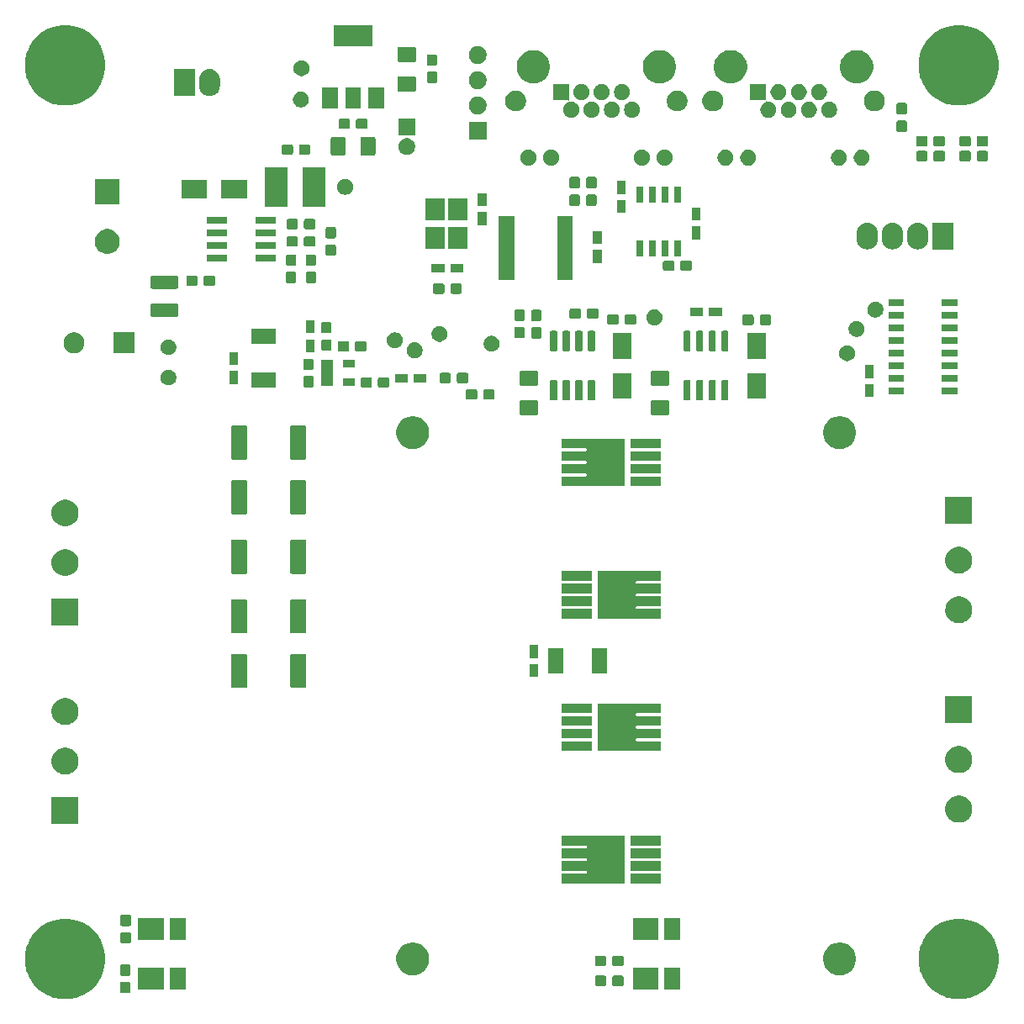
<source format=gbr>
G04 #@! TF.GenerationSoftware,KiCad,Pcbnew,(5.1.5)-3*
G04 #@! TF.CreationDate,2020-05-02T20:20:03+02:00*
G04 #@! TF.ProjectId,driver,64726976-6572-42e6-9b69-6361645f7063,rev?*
G04 #@! TF.SameCoordinates,Original*
G04 #@! TF.FileFunction,Soldermask,Top*
G04 #@! TF.FilePolarity,Negative*
%FSLAX46Y46*%
G04 Gerber Fmt 4.6, Leading zero omitted, Abs format (unit mm)*
G04 Created by KiCad (PCBNEW (5.1.5)-3) date 2020-05-02 20:20:03*
%MOMM*%
%LPD*%
G04 APERTURE LIST*
%ADD10C,0.100000*%
G04 APERTURE END LIST*
D10*
G36*
X166181632Y-146104677D02*
G01*
X166487005Y-146231167D01*
X166918868Y-146410050D01*
X167582362Y-146853383D01*
X168146617Y-147417638D01*
X168589950Y-148081132D01*
X168718652Y-148391847D01*
X168895323Y-148818368D01*
X169051000Y-149601010D01*
X169051000Y-150398990D01*
X168895323Y-151181632D01*
X168789132Y-151438000D01*
X168589950Y-151918868D01*
X168146617Y-152582362D01*
X167582362Y-153146617D01*
X166918868Y-153589950D01*
X166487005Y-153768833D01*
X166181632Y-153895323D01*
X165398990Y-154051000D01*
X164601010Y-154051000D01*
X163818368Y-153895323D01*
X163512995Y-153768833D01*
X163081132Y-153589950D01*
X162417638Y-153146617D01*
X161853383Y-152582362D01*
X161410050Y-151918868D01*
X161210868Y-151438000D01*
X161104677Y-151181632D01*
X160949000Y-150398990D01*
X160949000Y-149601010D01*
X161104677Y-148818368D01*
X161281348Y-148391847D01*
X161410050Y-148081132D01*
X161853383Y-147417638D01*
X162417638Y-146853383D01*
X163081132Y-146410050D01*
X163512995Y-146231167D01*
X163818368Y-146104677D01*
X164601010Y-145949000D01*
X165398990Y-145949000D01*
X166181632Y-146104677D01*
G37*
G36*
X76181632Y-146104677D02*
G01*
X76487005Y-146231167D01*
X76918868Y-146410050D01*
X77582362Y-146853383D01*
X78146617Y-147417638D01*
X78589950Y-148081132D01*
X78718652Y-148391847D01*
X78895323Y-148818368D01*
X79051000Y-149601010D01*
X79051000Y-150398990D01*
X78895323Y-151181632D01*
X78789132Y-151438000D01*
X78589950Y-151918868D01*
X78146617Y-152582362D01*
X77582362Y-153146617D01*
X76918868Y-153589950D01*
X76487005Y-153768833D01*
X76181632Y-153895323D01*
X75398990Y-154051000D01*
X74601010Y-154051000D01*
X73818368Y-153895323D01*
X73512995Y-153768833D01*
X73081132Y-153589950D01*
X72417638Y-153146617D01*
X71853383Y-152582362D01*
X71410050Y-151918868D01*
X71210868Y-151438000D01*
X71104677Y-151181632D01*
X70949000Y-150398990D01*
X70949000Y-149601010D01*
X71104677Y-148818368D01*
X71281348Y-148391847D01*
X71410050Y-148081132D01*
X71853383Y-147417638D01*
X72417638Y-146853383D01*
X73081132Y-146410050D01*
X73512995Y-146231167D01*
X73818368Y-146104677D01*
X74601010Y-145949000D01*
X75398990Y-145949000D01*
X76181632Y-146104677D01*
G37*
G36*
X81414499Y-152303445D02*
G01*
X81451995Y-152314820D01*
X81486554Y-152333292D01*
X81516847Y-152358153D01*
X81541708Y-152388446D01*
X81560180Y-152423005D01*
X81571555Y-152460501D01*
X81576000Y-152505638D01*
X81576000Y-153244362D01*
X81571555Y-153289499D01*
X81560180Y-153326995D01*
X81541708Y-153361554D01*
X81516847Y-153391847D01*
X81486554Y-153416708D01*
X81451995Y-153435180D01*
X81414499Y-153446555D01*
X81369362Y-153451000D01*
X80730638Y-153451000D01*
X80685501Y-153446555D01*
X80648005Y-153435180D01*
X80613446Y-153416708D01*
X80583153Y-153391847D01*
X80558292Y-153361554D01*
X80539820Y-153326995D01*
X80528445Y-153289499D01*
X80524000Y-153244362D01*
X80524000Y-152505638D01*
X80528445Y-152460501D01*
X80539820Y-152423005D01*
X80558292Y-152388446D01*
X80583153Y-152358153D01*
X80613446Y-152333292D01*
X80648005Y-152314820D01*
X80685501Y-152303445D01*
X80730638Y-152299000D01*
X81369362Y-152299000D01*
X81414499Y-152303445D01*
G37*
G36*
X87131000Y-153101000D02*
G01*
X85529000Y-153101000D01*
X85529000Y-150899000D01*
X87131000Y-150899000D01*
X87131000Y-153101000D01*
G37*
G36*
X84971000Y-153101000D02*
G01*
X82369000Y-153101000D01*
X82369000Y-150899000D01*
X84971000Y-150899000D01*
X84971000Y-153101000D01*
G37*
G36*
X136931000Y-153101000D02*
G01*
X135329000Y-153101000D01*
X135329000Y-150899000D01*
X136931000Y-150899000D01*
X136931000Y-153101000D01*
G37*
G36*
X134771000Y-153101000D02*
G01*
X132169000Y-153101000D01*
X132169000Y-150899000D01*
X134771000Y-150899000D01*
X134771000Y-153101000D01*
G37*
G36*
X131089499Y-151678445D02*
G01*
X131126995Y-151689820D01*
X131161554Y-151708292D01*
X131191847Y-151733153D01*
X131216708Y-151763446D01*
X131235180Y-151798005D01*
X131246555Y-151835501D01*
X131251000Y-151880638D01*
X131251000Y-152519362D01*
X131246555Y-152564499D01*
X131235180Y-152601995D01*
X131216708Y-152636554D01*
X131191847Y-152666847D01*
X131161554Y-152691708D01*
X131126995Y-152710180D01*
X131089499Y-152721555D01*
X131044362Y-152726000D01*
X130305638Y-152726000D01*
X130260501Y-152721555D01*
X130223005Y-152710180D01*
X130188446Y-152691708D01*
X130158153Y-152666847D01*
X130133292Y-152636554D01*
X130114820Y-152601995D01*
X130103445Y-152564499D01*
X130099000Y-152519362D01*
X130099000Y-151880638D01*
X130103445Y-151835501D01*
X130114820Y-151798005D01*
X130133292Y-151763446D01*
X130158153Y-151733153D01*
X130188446Y-151708292D01*
X130223005Y-151689820D01*
X130260501Y-151678445D01*
X130305638Y-151674000D01*
X131044362Y-151674000D01*
X131089499Y-151678445D01*
G37*
G36*
X129339499Y-151678445D02*
G01*
X129376995Y-151689820D01*
X129411554Y-151708292D01*
X129441847Y-151733153D01*
X129466708Y-151763446D01*
X129485180Y-151798005D01*
X129496555Y-151835501D01*
X129501000Y-151880638D01*
X129501000Y-152519362D01*
X129496555Y-152564499D01*
X129485180Y-152601995D01*
X129466708Y-152636554D01*
X129441847Y-152666847D01*
X129411554Y-152691708D01*
X129376995Y-152710180D01*
X129339499Y-152721555D01*
X129294362Y-152726000D01*
X128555638Y-152726000D01*
X128510501Y-152721555D01*
X128473005Y-152710180D01*
X128438446Y-152691708D01*
X128408153Y-152666847D01*
X128383292Y-152636554D01*
X128364820Y-152601995D01*
X128353445Y-152564499D01*
X128349000Y-152519362D01*
X128349000Y-151880638D01*
X128353445Y-151835501D01*
X128364820Y-151798005D01*
X128383292Y-151763446D01*
X128408153Y-151733153D01*
X128438446Y-151708292D01*
X128473005Y-151689820D01*
X128510501Y-151678445D01*
X128555638Y-151674000D01*
X129294362Y-151674000D01*
X129339499Y-151678445D01*
G37*
G36*
X81414499Y-150553445D02*
G01*
X81451995Y-150564820D01*
X81486554Y-150583292D01*
X81516847Y-150608153D01*
X81541708Y-150638446D01*
X81560180Y-150673005D01*
X81571555Y-150710501D01*
X81576000Y-150755638D01*
X81576000Y-151494362D01*
X81571555Y-151539499D01*
X81560180Y-151576995D01*
X81541708Y-151611554D01*
X81516847Y-151641847D01*
X81486554Y-151666708D01*
X81451995Y-151685180D01*
X81414499Y-151696555D01*
X81369362Y-151701000D01*
X80730638Y-151701000D01*
X80685501Y-151696555D01*
X80648005Y-151685180D01*
X80613446Y-151666708D01*
X80583153Y-151641847D01*
X80558292Y-151611554D01*
X80539820Y-151576995D01*
X80528445Y-151539499D01*
X80524000Y-151494362D01*
X80524000Y-150755638D01*
X80528445Y-150710501D01*
X80539820Y-150673005D01*
X80558292Y-150638446D01*
X80583153Y-150608153D01*
X80613446Y-150583292D01*
X80648005Y-150564820D01*
X80685501Y-150553445D01*
X80730638Y-150549000D01*
X81369362Y-150549000D01*
X81414499Y-150553445D01*
G37*
G36*
X110375256Y-148391298D02*
G01*
X110481579Y-148412447D01*
X110782042Y-148536903D01*
X111052451Y-148717585D01*
X111282415Y-148947549D01*
X111282416Y-148947551D01*
X111463098Y-149217960D01*
X111587553Y-149518422D01*
X111641750Y-149790885D01*
X111651000Y-149837391D01*
X111651000Y-150162609D01*
X111587553Y-150481579D01*
X111463097Y-150782042D01*
X111282415Y-151052451D01*
X111052451Y-151282415D01*
X110782042Y-151463097D01*
X110481579Y-151587553D01*
X110375256Y-151608702D01*
X110162611Y-151651000D01*
X109837389Y-151651000D01*
X109624744Y-151608702D01*
X109518421Y-151587553D01*
X109217958Y-151463097D01*
X108947549Y-151282415D01*
X108717585Y-151052451D01*
X108536903Y-150782042D01*
X108412447Y-150481579D01*
X108349000Y-150162609D01*
X108349000Y-149837391D01*
X108358251Y-149790885D01*
X108412447Y-149518422D01*
X108536902Y-149217960D01*
X108717584Y-148947551D01*
X108717585Y-148947549D01*
X108947549Y-148717585D01*
X109217958Y-148536903D01*
X109518421Y-148412447D01*
X109624744Y-148391298D01*
X109837389Y-148349000D01*
X110162611Y-148349000D01*
X110375256Y-148391298D01*
G37*
G36*
X153375256Y-148391298D02*
G01*
X153481579Y-148412447D01*
X153782042Y-148536903D01*
X154052451Y-148717585D01*
X154282415Y-148947549D01*
X154282416Y-148947551D01*
X154463098Y-149217960D01*
X154587553Y-149518422D01*
X154641750Y-149790885D01*
X154651000Y-149837391D01*
X154651000Y-150162609D01*
X154587553Y-150481579D01*
X154463097Y-150782042D01*
X154282415Y-151052451D01*
X154052451Y-151282415D01*
X153782042Y-151463097D01*
X153481579Y-151587553D01*
X153375256Y-151608702D01*
X153162611Y-151651000D01*
X152837389Y-151651000D01*
X152624744Y-151608702D01*
X152518421Y-151587553D01*
X152217958Y-151463097D01*
X151947549Y-151282415D01*
X151717585Y-151052451D01*
X151536903Y-150782042D01*
X151412447Y-150481579D01*
X151349000Y-150162609D01*
X151349000Y-149837391D01*
X151358251Y-149790885D01*
X151412447Y-149518422D01*
X151536902Y-149217960D01*
X151717584Y-148947551D01*
X151717585Y-148947549D01*
X151947549Y-148717585D01*
X152217958Y-148536903D01*
X152518421Y-148412447D01*
X152624744Y-148391298D01*
X152837389Y-148349000D01*
X153162611Y-148349000D01*
X153375256Y-148391298D01*
G37*
G36*
X129339499Y-149678445D02*
G01*
X129376995Y-149689820D01*
X129411554Y-149708292D01*
X129441847Y-149733153D01*
X129466708Y-149763446D01*
X129485180Y-149798005D01*
X129496555Y-149835501D01*
X129501000Y-149880638D01*
X129501000Y-150519362D01*
X129496555Y-150564499D01*
X129485180Y-150601995D01*
X129466708Y-150636554D01*
X129441847Y-150666847D01*
X129411554Y-150691708D01*
X129376995Y-150710180D01*
X129339499Y-150721555D01*
X129294362Y-150726000D01*
X128555638Y-150726000D01*
X128510501Y-150721555D01*
X128473005Y-150710180D01*
X128438446Y-150691708D01*
X128408153Y-150666847D01*
X128383292Y-150636554D01*
X128364820Y-150601995D01*
X128353445Y-150564499D01*
X128349000Y-150519362D01*
X128349000Y-149880638D01*
X128353445Y-149835501D01*
X128364820Y-149798005D01*
X128383292Y-149763446D01*
X128408153Y-149733153D01*
X128438446Y-149708292D01*
X128473005Y-149689820D01*
X128510501Y-149678445D01*
X128555638Y-149674000D01*
X129294362Y-149674000D01*
X129339499Y-149678445D01*
G37*
G36*
X131089499Y-149678445D02*
G01*
X131126995Y-149689820D01*
X131161554Y-149708292D01*
X131191847Y-149733153D01*
X131216708Y-149763446D01*
X131235180Y-149798005D01*
X131246555Y-149835501D01*
X131251000Y-149880638D01*
X131251000Y-150519362D01*
X131246555Y-150564499D01*
X131235180Y-150601995D01*
X131216708Y-150636554D01*
X131191847Y-150666847D01*
X131161554Y-150691708D01*
X131126995Y-150710180D01*
X131089499Y-150721555D01*
X131044362Y-150726000D01*
X130305638Y-150726000D01*
X130260501Y-150721555D01*
X130223005Y-150710180D01*
X130188446Y-150691708D01*
X130158153Y-150666847D01*
X130133292Y-150636554D01*
X130114820Y-150601995D01*
X130103445Y-150564499D01*
X130099000Y-150519362D01*
X130099000Y-149880638D01*
X130103445Y-149835501D01*
X130114820Y-149798005D01*
X130133292Y-149763446D01*
X130158153Y-149733153D01*
X130188446Y-149708292D01*
X130223005Y-149689820D01*
X130260501Y-149678445D01*
X130305638Y-149674000D01*
X131044362Y-149674000D01*
X131089499Y-149678445D01*
G37*
G36*
X81464499Y-147303445D02*
G01*
X81501995Y-147314820D01*
X81536554Y-147333292D01*
X81566847Y-147358153D01*
X81591708Y-147388446D01*
X81610180Y-147423005D01*
X81621555Y-147460501D01*
X81626000Y-147505638D01*
X81626000Y-148244362D01*
X81621555Y-148289499D01*
X81610180Y-148326995D01*
X81591708Y-148361554D01*
X81566847Y-148391847D01*
X81536554Y-148416708D01*
X81501995Y-148435180D01*
X81464499Y-148446555D01*
X81419362Y-148451000D01*
X80780638Y-148451000D01*
X80735501Y-148446555D01*
X80698005Y-148435180D01*
X80663446Y-148416708D01*
X80633153Y-148391847D01*
X80608292Y-148361554D01*
X80589820Y-148326995D01*
X80578445Y-148289499D01*
X80574000Y-148244362D01*
X80574000Y-147505638D01*
X80578445Y-147460501D01*
X80589820Y-147423005D01*
X80608292Y-147388446D01*
X80633153Y-147358153D01*
X80663446Y-147333292D01*
X80698005Y-147314820D01*
X80735501Y-147303445D01*
X80780638Y-147299000D01*
X81419362Y-147299000D01*
X81464499Y-147303445D01*
G37*
G36*
X136931000Y-148101000D02*
G01*
X135329000Y-148101000D01*
X135329000Y-145899000D01*
X136931000Y-145899000D01*
X136931000Y-148101000D01*
G37*
G36*
X134771000Y-148101000D02*
G01*
X132169000Y-148101000D01*
X132169000Y-145899000D01*
X134771000Y-145899000D01*
X134771000Y-148101000D01*
G37*
G36*
X87131000Y-148101000D02*
G01*
X85529000Y-148101000D01*
X85529000Y-145899000D01*
X87131000Y-145899000D01*
X87131000Y-148101000D01*
G37*
G36*
X84971000Y-148101000D02*
G01*
X82369000Y-148101000D01*
X82369000Y-145899000D01*
X84971000Y-145899000D01*
X84971000Y-148101000D01*
G37*
G36*
X81464499Y-145553445D02*
G01*
X81501995Y-145564820D01*
X81536554Y-145583292D01*
X81566847Y-145608153D01*
X81591708Y-145638446D01*
X81610180Y-145673005D01*
X81621555Y-145710501D01*
X81626000Y-145755638D01*
X81626000Y-146494362D01*
X81621555Y-146539499D01*
X81610180Y-146576995D01*
X81591708Y-146611554D01*
X81566847Y-146641847D01*
X81536554Y-146666708D01*
X81501995Y-146685180D01*
X81464499Y-146696555D01*
X81419362Y-146701000D01*
X80780638Y-146701000D01*
X80735501Y-146696555D01*
X80698005Y-146685180D01*
X80663446Y-146666708D01*
X80633153Y-146641847D01*
X80608292Y-146611554D01*
X80589820Y-146576995D01*
X80578445Y-146539499D01*
X80574000Y-146494362D01*
X80574000Y-145755638D01*
X80578445Y-145710501D01*
X80589820Y-145673005D01*
X80608292Y-145638446D01*
X80633153Y-145608153D01*
X80663446Y-145583292D01*
X80698005Y-145564820D01*
X80735501Y-145553445D01*
X80780638Y-145549000D01*
X81419362Y-145549000D01*
X81464499Y-145553445D01*
G37*
G36*
X131376000Y-142401000D02*
G01*
X127466453Y-142401000D01*
X127446836Y-142390515D01*
X127423387Y-142383402D01*
X127399001Y-142381000D01*
X124974000Y-142381000D01*
X124974000Y-141429000D01*
X127399001Y-141429000D01*
X127423387Y-141426598D01*
X127446836Y-141419485D01*
X127468447Y-141407934D01*
X127487389Y-141392389D01*
X127502934Y-141373447D01*
X127514485Y-141351836D01*
X127521598Y-141328387D01*
X127524000Y-141304001D01*
X127524000Y-141235999D01*
X127521598Y-141211613D01*
X127514485Y-141188164D01*
X127502934Y-141166553D01*
X127487389Y-141147611D01*
X127468447Y-141132066D01*
X127446836Y-141120515D01*
X127423387Y-141113402D01*
X127399001Y-141111000D01*
X124974000Y-141111000D01*
X124974000Y-140159000D01*
X127399001Y-140159000D01*
X127423387Y-140156598D01*
X127446836Y-140149485D01*
X127468447Y-140137934D01*
X127487389Y-140122389D01*
X127502934Y-140103447D01*
X127514485Y-140081836D01*
X127521598Y-140058387D01*
X127524000Y-140034001D01*
X127524000Y-139965999D01*
X127521598Y-139941613D01*
X127514485Y-139918164D01*
X127502934Y-139896553D01*
X127487389Y-139877611D01*
X127468447Y-139862066D01*
X127446836Y-139850515D01*
X127423387Y-139843402D01*
X127399001Y-139841000D01*
X124974000Y-139841000D01*
X124974000Y-138889000D01*
X127399001Y-138889000D01*
X127423387Y-138886598D01*
X127446836Y-138879485D01*
X127468447Y-138867934D01*
X127487389Y-138852389D01*
X127502934Y-138833447D01*
X127514485Y-138811836D01*
X127521598Y-138788387D01*
X127524000Y-138764001D01*
X127524000Y-138695999D01*
X127521598Y-138671613D01*
X127514485Y-138648164D01*
X127502934Y-138626553D01*
X127487389Y-138607611D01*
X127468447Y-138592066D01*
X127446836Y-138580515D01*
X127423387Y-138573402D01*
X127399001Y-138571000D01*
X124974000Y-138571000D01*
X124974000Y-137619000D01*
X127399001Y-137619000D01*
X127423387Y-137616598D01*
X127446836Y-137609485D01*
X127466453Y-137599000D01*
X131376000Y-137599000D01*
X131376000Y-142401000D01*
G37*
G36*
X135026000Y-142381000D02*
G01*
X131974000Y-142381000D01*
X131974000Y-141429000D01*
X135026000Y-141429000D01*
X135026000Y-142381000D01*
G37*
G36*
X135026000Y-141111000D02*
G01*
X131974000Y-141111000D01*
X131974000Y-140159000D01*
X135026000Y-140159000D01*
X135026000Y-141111000D01*
G37*
G36*
X135026000Y-139841000D02*
G01*
X131974000Y-139841000D01*
X131974000Y-138889000D01*
X135026000Y-138889000D01*
X135026000Y-139841000D01*
G37*
G36*
X135026000Y-138571000D02*
G01*
X131974000Y-138571000D01*
X131974000Y-137619000D01*
X135026000Y-137619000D01*
X135026000Y-138571000D01*
G37*
G36*
X76351000Y-136431000D02*
G01*
X73649000Y-136431000D01*
X73649000Y-133729000D01*
X76351000Y-133729000D01*
X76351000Y-136431000D01*
G37*
G36*
X165394072Y-133620918D02*
G01*
X165639939Y-133722759D01*
X165861212Y-133870610D01*
X166049390Y-134058788D01*
X166197241Y-134280061D01*
X166299082Y-134525928D01*
X166351000Y-134786938D01*
X166351000Y-135053062D01*
X166299082Y-135314072D01*
X166197241Y-135559939D01*
X166049390Y-135781212D01*
X165861212Y-135969390D01*
X165639939Y-136117241D01*
X165639938Y-136117242D01*
X165639937Y-136117242D01*
X165394072Y-136219082D01*
X165133063Y-136271000D01*
X164866937Y-136271000D01*
X164605928Y-136219082D01*
X164360063Y-136117242D01*
X164360062Y-136117242D01*
X164360061Y-136117241D01*
X164138788Y-135969390D01*
X163950610Y-135781212D01*
X163802759Y-135559939D01*
X163700918Y-135314072D01*
X163649000Y-135053062D01*
X163649000Y-134786938D01*
X163700918Y-134525928D01*
X163802759Y-134280061D01*
X163950610Y-134058788D01*
X164138788Y-133870610D01*
X164360061Y-133722759D01*
X164605928Y-133620918D01*
X164866937Y-133569000D01*
X165133063Y-133569000D01*
X165394072Y-133620918D01*
G37*
G36*
X75394072Y-128780918D02*
G01*
X75610607Y-128870609D01*
X75639939Y-128882759D01*
X75861212Y-129030610D01*
X76049390Y-129218788D01*
X76197241Y-129440061D01*
X76299082Y-129685928D01*
X76351000Y-129946938D01*
X76351000Y-130213062D01*
X76299082Y-130474072D01*
X76197241Y-130719939D01*
X76049390Y-130941212D01*
X75861212Y-131129390D01*
X75639939Y-131277241D01*
X75639938Y-131277242D01*
X75639937Y-131277242D01*
X75394072Y-131379082D01*
X75133063Y-131431000D01*
X74866937Y-131431000D01*
X74605928Y-131379082D01*
X74360063Y-131277242D01*
X74360062Y-131277242D01*
X74360061Y-131277241D01*
X74138788Y-131129390D01*
X73950610Y-130941212D01*
X73802759Y-130719939D01*
X73700918Y-130474072D01*
X73649000Y-130213062D01*
X73649000Y-129946938D01*
X73700918Y-129685928D01*
X73802759Y-129440061D01*
X73950610Y-129218788D01*
X74138788Y-129030610D01*
X74360061Y-128882759D01*
X74389394Y-128870609D01*
X74605928Y-128780918D01*
X74866937Y-128729000D01*
X75133063Y-128729000D01*
X75394072Y-128780918D01*
G37*
G36*
X165394072Y-128620918D02*
G01*
X165639939Y-128722759D01*
X165861212Y-128870610D01*
X166049390Y-129058788D01*
X166197241Y-129280061D01*
X166299082Y-129525928D01*
X166351000Y-129786938D01*
X166351000Y-130053062D01*
X166299082Y-130314072D01*
X166197241Y-130559939D01*
X166049390Y-130781212D01*
X165861212Y-130969390D01*
X165639939Y-131117241D01*
X165639938Y-131117242D01*
X165639937Y-131117242D01*
X165394072Y-131219082D01*
X165133063Y-131271000D01*
X164866937Y-131271000D01*
X164605928Y-131219082D01*
X164360063Y-131117242D01*
X164360062Y-131117242D01*
X164360061Y-131117241D01*
X164138788Y-130969390D01*
X163950610Y-130781212D01*
X163802759Y-130559939D01*
X163700918Y-130314072D01*
X163649000Y-130053062D01*
X163649000Y-129786938D01*
X163700918Y-129525928D01*
X163802759Y-129280061D01*
X163950610Y-129058788D01*
X164138788Y-128870610D01*
X164360061Y-128722759D01*
X164605928Y-128620918D01*
X164866937Y-128569000D01*
X165133063Y-128569000D01*
X165394072Y-128620918D01*
G37*
G36*
X132553164Y-124276185D02*
G01*
X132576613Y-124283298D01*
X132600999Y-124285700D01*
X135026000Y-124285700D01*
X135026000Y-125237700D01*
X132600999Y-125237700D01*
X132576613Y-125240102D01*
X132553164Y-125247215D01*
X132531553Y-125258766D01*
X132512611Y-125274311D01*
X132497066Y-125293253D01*
X132485515Y-125314864D01*
X132478402Y-125338313D01*
X132476000Y-125362699D01*
X132476000Y-125430701D01*
X132478402Y-125455087D01*
X132485515Y-125478536D01*
X132497066Y-125500147D01*
X132512611Y-125519089D01*
X132531553Y-125534634D01*
X132553164Y-125546185D01*
X132576613Y-125553298D01*
X132600999Y-125555700D01*
X135026000Y-125555700D01*
X135026000Y-126507700D01*
X132600999Y-126507700D01*
X132576613Y-126510102D01*
X132553164Y-126517215D01*
X132531553Y-126528766D01*
X132512611Y-126544311D01*
X132497066Y-126563253D01*
X132485515Y-126584864D01*
X132478402Y-126608313D01*
X132476000Y-126632699D01*
X132476000Y-126700701D01*
X132478402Y-126725087D01*
X132485515Y-126748536D01*
X132497066Y-126770147D01*
X132512611Y-126789089D01*
X132531553Y-126804634D01*
X132553164Y-126816185D01*
X132576613Y-126823298D01*
X132600999Y-126825700D01*
X135026000Y-126825700D01*
X135026000Y-127777700D01*
X132600999Y-127777700D01*
X132576613Y-127780102D01*
X132553164Y-127787215D01*
X132531553Y-127798766D01*
X132512611Y-127814311D01*
X132497066Y-127833253D01*
X132485515Y-127854864D01*
X132478402Y-127878313D01*
X132476000Y-127902699D01*
X132476000Y-127970701D01*
X132478402Y-127995087D01*
X132485515Y-128018536D01*
X132497066Y-128040147D01*
X132512611Y-128059089D01*
X132531553Y-128074634D01*
X132553164Y-128086185D01*
X132576613Y-128093298D01*
X132600999Y-128095700D01*
X135026000Y-128095700D01*
X135026000Y-129047700D01*
X132600999Y-129047700D01*
X132576613Y-129050102D01*
X132553164Y-129057215D01*
X132533547Y-129067700D01*
X128624000Y-129067700D01*
X128624000Y-124265700D01*
X132533547Y-124265700D01*
X132553164Y-124276185D01*
G37*
G36*
X128026000Y-129047700D02*
G01*
X124974000Y-129047700D01*
X124974000Y-128095700D01*
X128026000Y-128095700D01*
X128026000Y-129047700D01*
G37*
G36*
X128026000Y-127777700D02*
G01*
X124974000Y-127777700D01*
X124974000Y-126825700D01*
X128026000Y-126825700D01*
X128026000Y-127777700D01*
G37*
G36*
X128026000Y-126507700D02*
G01*
X124974000Y-126507700D01*
X124974000Y-125555700D01*
X128026000Y-125555700D01*
X128026000Y-126507700D01*
G37*
G36*
X75394072Y-123780918D02*
G01*
X75639939Y-123882759D01*
X75751328Y-123957187D01*
X75861211Y-124030609D01*
X76049391Y-124218789D01*
X76197242Y-124440063D01*
X76299082Y-124685928D01*
X76351000Y-124946937D01*
X76351000Y-125213063D01*
X76307709Y-125430701D01*
X76299082Y-125474072D01*
X76197241Y-125719939D01*
X76049390Y-125941212D01*
X75861212Y-126129390D01*
X75639939Y-126277241D01*
X75639938Y-126277242D01*
X75639937Y-126277242D01*
X75394072Y-126379082D01*
X75133063Y-126431000D01*
X74866937Y-126431000D01*
X74605928Y-126379082D01*
X74360063Y-126277242D01*
X74360062Y-126277242D01*
X74360061Y-126277241D01*
X74138788Y-126129390D01*
X73950610Y-125941212D01*
X73802759Y-125719939D01*
X73700918Y-125474072D01*
X73692291Y-125430701D01*
X73649000Y-125213063D01*
X73649000Y-124946937D01*
X73700918Y-124685928D01*
X73802758Y-124440063D01*
X73950609Y-124218789D01*
X74138789Y-124030609D01*
X74248672Y-123957187D01*
X74360061Y-123882759D01*
X74605928Y-123780918D01*
X74866937Y-123729000D01*
X75133063Y-123729000D01*
X75394072Y-123780918D01*
G37*
G36*
X166351000Y-126271000D02*
G01*
X163649000Y-126271000D01*
X163649000Y-123569000D01*
X166351000Y-123569000D01*
X166351000Y-126271000D01*
G37*
G36*
X128026000Y-125237700D02*
G01*
X124974000Y-125237700D01*
X124974000Y-124285700D01*
X128026000Y-124285700D01*
X128026000Y-125237700D01*
G37*
G36*
X93178820Y-119278103D02*
G01*
X93212985Y-119288467D01*
X93244464Y-119305293D01*
X93272060Y-119327940D01*
X93294707Y-119355536D01*
X93311533Y-119387015D01*
X93321897Y-119421180D01*
X93326000Y-119462842D01*
X93326000Y-122537158D01*
X93321897Y-122578820D01*
X93311533Y-122612985D01*
X93294707Y-122644464D01*
X93272060Y-122672060D01*
X93244464Y-122694707D01*
X93212985Y-122711533D01*
X93178820Y-122721897D01*
X93137158Y-122726000D01*
X91887842Y-122726000D01*
X91846180Y-122721897D01*
X91812015Y-122711533D01*
X91780536Y-122694707D01*
X91752940Y-122672060D01*
X91730293Y-122644464D01*
X91713467Y-122612985D01*
X91703103Y-122578820D01*
X91699000Y-122537158D01*
X91699000Y-119462842D01*
X91703103Y-119421180D01*
X91713467Y-119387015D01*
X91730293Y-119355536D01*
X91752940Y-119327940D01*
X91780536Y-119305293D01*
X91812015Y-119288467D01*
X91846180Y-119278103D01*
X91887842Y-119274000D01*
X93137158Y-119274000D01*
X93178820Y-119278103D01*
G37*
G36*
X99153820Y-119278103D02*
G01*
X99187985Y-119288467D01*
X99219464Y-119305293D01*
X99247060Y-119327940D01*
X99269707Y-119355536D01*
X99286533Y-119387015D01*
X99296897Y-119421180D01*
X99301000Y-119462842D01*
X99301000Y-122537158D01*
X99296897Y-122578820D01*
X99286533Y-122612985D01*
X99269707Y-122644464D01*
X99247060Y-122672060D01*
X99219464Y-122694707D01*
X99187985Y-122711533D01*
X99153820Y-122721897D01*
X99112158Y-122726000D01*
X97862842Y-122726000D01*
X97821180Y-122721897D01*
X97787015Y-122711533D01*
X97755536Y-122694707D01*
X97727940Y-122672060D01*
X97705293Y-122644464D01*
X97688467Y-122612985D01*
X97678103Y-122578820D01*
X97674000Y-122537158D01*
X97674000Y-119462842D01*
X97678103Y-119421180D01*
X97688467Y-119387015D01*
X97705293Y-119355536D01*
X97727940Y-119327940D01*
X97755536Y-119305293D01*
X97787015Y-119288467D01*
X97821180Y-119278103D01*
X97862842Y-119274000D01*
X99112158Y-119274000D01*
X99153820Y-119278103D01*
G37*
G36*
X122626000Y-121601000D02*
G01*
X121774000Y-121601000D01*
X121774000Y-120299000D01*
X122626000Y-120299000D01*
X122626000Y-121601000D01*
G37*
G36*
X125176000Y-121250950D02*
G01*
X123624000Y-121250950D01*
X123624000Y-118748950D01*
X125176000Y-118748950D01*
X125176000Y-121250950D01*
G37*
G36*
X129576000Y-121250950D02*
G01*
X128024000Y-121250950D01*
X128024000Y-118748950D01*
X129576000Y-118748950D01*
X129576000Y-121250950D01*
G37*
G36*
X122626000Y-119701000D02*
G01*
X121774000Y-119701000D01*
X121774000Y-118399000D01*
X122626000Y-118399000D01*
X122626000Y-119701000D01*
G37*
G36*
X99153820Y-113778103D02*
G01*
X99187985Y-113788467D01*
X99219464Y-113805293D01*
X99247060Y-113827940D01*
X99269707Y-113855536D01*
X99286533Y-113887015D01*
X99296897Y-113921180D01*
X99301000Y-113962842D01*
X99301000Y-117037158D01*
X99296897Y-117078820D01*
X99286533Y-117112985D01*
X99269707Y-117144464D01*
X99247060Y-117172060D01*
X99219464Y-117194707D01*
X99187985Y-117211533D01*
X99153820Y-117221897D01*
X99112158Y-117226000D01*
X97862842Y-117226000D01*
X97821180Y-117221897D01*
X97787015Y-117211533D01*
X97755536Y-117194707D01*
X97727940Y-117172060D01*
X97705293Y-117144464D01*
X97688467Y-117112985D01*
X97678103Y-117078820D01*
X97674000Y-117037158D01*
X97674000Y-113962842D01*
X97678103Y-113921180D01*
X97688467Y-113887015D01*
X97705293Y-113855536D01*
X97727940Y-113827940D01*
X97755536Y-113805293D01*
X97787015Y-113788467D01*
X97821180Y-113778103D01*
X97862842Y-113774000D01*
X99112158Y-113774000D01*
X99153820Y-113778103D01*
G37*
G36*
X93178820Y-113778103D02*
G01*
X93212985Y-113788467D01*
X93244464Y-113805293D01*
X93272060Y-113827940D01*
X93294707Y-113855536D01*
X93311533Y-113887015D01*
X93321897Y-113921180D01*
X93326000Y-113962842D01*
X93326000Y-117037158D01*
X93321897Y-117078820D01*
X93311533Y-117112985D01*
X93294707Y-117144464D01*
X93272060Y-117172060D01*
X93244464Y-117194707D01*
X93212985Y-117211533D01*
X93178820Y-117221897D01*
X93137158Y-117226000D01*
X91887842Y-117226000D01*
X91846180Y-117221897D01*
X91812015Y-117211533D01*
X91780536Y-117194707D01*
X91752940Y-117172060D01*
X91730293Y-117144464D01*
X91713467Y-117112985D01*
X91703103Y-117078820D01*
X91699000Y-117037158D01*
X91699000Y-113962842D01*
X91703103Y-113921180D01*
X91713467Y-113887015D01*
X91730293Y-113855536D01*
X91752940Y-113827940D01*
X91780536Y-113805293D01*
X91812015Y-113788467D01*
X91846180Y-113778103D01*
X91887842Y-113774000D01*
X93137158Y-113774000D01*
X93178820Y-113778103D01*
G37*
G36*
X76351000Y-116431000D02*
G01*
X73649000Y-116431000D01*
X73649000Y-113729000D01*
X76351000Y-113729000D01*
X76351000Y-116431000D01*
G37*
G36*
X165394072Y-113540918D02*
G01*
X165639939Y-113642759D01*
X165751328Y-113717187D01*
X165861211Y-113790609D01*
X166049391Y-113978789D01*
X166197242Y-114200063D01*
X166299082Y-114445928D01*
X166346664Y-114685136D01*
X166351000Y-114706938D01*
X166351000Y-114973062D01*
X166299082Y-115234072D01*
X166197241Y-115479939D01*
X166049390Y-115701212D01*
X165861212Y-115889390D01*
X165639939Y-116037241D01*
X165639938Y-116037242D01*
X165639937Y-116037242D01*
X165394072Y-116139082D01*
X165133063Y-116191000D01*
X164866937Y-116191000D01*
X164605928Y-116139082D01*
X164360063Y-116037242D01*
X164360062Y-116037242D01*
X164360061Y-116037241D01*
X164138788Y-115889390D01*
X163950610Y-115701212D01*
X163802759Y-115479939D01*
X163700918Y-115234072D01*
X163649000Y-114973062D01*
X163649000Y-114706938D01*
X163653337Y-114685136D01*
X163700918Y-114445928D01*
X163802758Y-114200063D01*
X163950609Y-113978789D01*
X164138789Y-113790609D01*
X164248672Y-113717187D01*
X164360061Y-113642759D01*
X164605928Y-113540918D01*
X164866937Y-113489000D01*
X165133063Y-113489000D01*
X165394072Y-113540918D01*
G37*
G36*
X132553164Y-110942785D02*
G01*
X132576613Y-110949898D01*
X132600999Y-110952300D01*
X135026000Y-110952300D01*
X135026000Y-111904300D01*
X132600999Y-111904300D01*
X132576613Y-111906702D01*
X132553164Y-111913815D01*
X132531553Y-111925366D01*
X132512611Y-111940911D01*
X132497066Y-111959853D01*
X132485515Y-111981464D01*
X132478402Y-112004913D01*
X132476000Y-112029299D01*
X132476000Y-112097301D01*
X132478402Y-112121687D01*
X132485515Y-112145136D01*
X132497066Y-112166747D01*
X132512611Y-112185689D01*
X132531553Y-112201234D01*
X132553164Y-112212785D01*
X132576613Y-112219898D01*
X132600999Y-112222300D01*
X135026000Y-112222300D01*
X135026000Y-113174300D01*
X132600999Y-113174300D01*
X132576613Y-113176702D01*
X132553164Y-113183815D01*
X132531553Y-113195366D01*
X132512611Y-113210911D01*
X132497066Y-113229853D01*
X132485515Y-113251464D01*
X132478402Y-113274913D01*
X132476000Y-113299299D01*
X132476000Y-113367301D01*
X132478402Y-113391687D01*
X132485515Y-113415136D01*
X132497066Y-113436747D01*
X132512611Y-113455689D01*
X132531553Y-113471234D01*
X132553164Y-113482785D01*
X132576613Y-113489898D01*
X132600999Y-113492300D01*
X135026000Y-113492300D01*
X135026000Y-114444300D01*
X132600999Y-114444300D01*
X132576613Y-114446702D01*
X132553164Y-114453815D01*
X132531553Y-114465366D01*
X132512611Y-114480911D01*
X132497066Y-114499853D01*
X132485515Y-114521464D01*
X132478402Y-114544913D01*
X132476000Y-114569299D01*
X132476000Y-114637301D01*
X132478402Y-114661687D01*
X132485515Y-114685136D01*
X132497066Y-114706747D01*
X132512611Y-114725689D01*
X132531553Y-114741234D01*
X132553164Y-114752785D01*
X132576613Y-114759898D01*
X132600999Y-114762300D01*
X135026000Y-114762300D01*
X135026000Y-115714300D01*
X132600999Y-115714300D01*
X132576613Y-115716702D01*
X132553164Y-115723815D01*
X132533547Y-115734300D01*
X128624000Y-115734300D01*
X128624000Y-110932300D01*
X132533547Y-110932300D01*
X132553164Y-110942785D01*
G37*
G36*
X128026000Y-115714300D02*
G01*
X124974000Y-115714300D01*
X124974000Y-114762300D01*
X128026000Y-114762300D01*
X128026000Y-115714300D01*
G37*
G36*
X128026000Y-114444300D02*
G01*
X124974000Y-114444300D01*
X124974000Y-113492300D01*
X128026000Y-113492300D01*
X128026000Y-114444300D01*
G37*
G36*
X128026000Y-113174300D02*
G01*
X124974000Y-113174300D01*
X124974000Y-112222300D01*
X128026000Y-112222300D01*
X128026000Y-113174300D01*
G37*
G36*
X128026000Y-111904300D02*
G01*
X124974000Y-111904300D01*
X124974000Y-110952300D01*
X128026000Y-110952300D01*
X128026000Y-111904300D01*
G37*
G36*
X75394072Y-108780918D02*
G01*
X75639939Y-108882759D01*
X75751328Y-108957187D01*
X75861211Y-109030609D01*
X76049391Y-109218789D01*
X76197242Y-109440063D01*
X76299082Y-109685928D01*
X76351000Y-109946937D01*
X76351000Y-110213063D01*
X76299082Y-110474072D01*
X76197242Y-110719937D01*
X76049391Y-110941211D01*
X75861211Y-111129391D01*
X75783898Y-111181050D01*
X75639939Y-111277241D01*
X75639938Y-111277242D01*
X75639937Y-111277242D01*
X75394072Y-111379082D01*
X75133063Y-111431000D01*
X74866937Y-111431000D01*
X74605928Y-111379082D01*
X74360063Y-111277242D01*
X74360062Y-111277242D01*
X74360061Y-111277241D01*
X74216102Y-111181050D01*
X74138789Y-111129391D01*
X73950609Y-110941211D01*
X73802758Y-110719937D01*
X73700918Y-110474072D01*
X73649000Y-110213063D01*
X73649000Y-109946937D01*
X73700918Y-109685928D01*
X73802758Y-109440063D01*
X73950609Y-109218789D01*
X74138789Y-109030609D01*
X74248672Y-108957187D01*
X74360061Y-108882759D01*
X74605928Y-108780918D01*
X74866937Y-108729000D01*
X75133063Y-108729000D01*
X75394072Y-108780918D01*
G37*
G36*
X99153820Y-107778103D02*
G01*
X99187985Y-107788467D01*
X99219464Y-107805293D01*
X99247060Y-107827940D01*
X99269707Y-107855536D01*
X99286533Y-107887015D01*
X99296897Y-107921180D01*
X99301000Y-107962842D01*
X99301000Y-111037158D01*
X99296897Y-111078820D01*
X99286533Y-111112985D01*
X99269707Y-111144464D01*
X99247060Y-111172060D01*
X99219464Y-111194707D01*
X99187985Y-111211533D01*
X99153820Y-111221897D01*
X99112158Y-111226000D01*
X97862842Y-111226000D01*
X97821180Y-111221897D01*
X97787015Y-111211533D01*
X97755536Y-111194707D01*
X97727940Y-111172060D01*
X97705293Y-111144464D01*
X97688467Y-111112985D01*
X97678103Y-111078820D01*
X97674000Y-111037158D01*
X97674000Y-107962842D01*
X97678103Y-107921180D01*
X97688467Y-107887015D01*
X97705293Y-107855536D01*
X97727940Y-107827940D01*
X97755536Y-107805293D01*
X97787015Y-107788467D01*
X97821180Y-107778103D01*
X97862842Y-107774000D01*
X99112158Y-107774000D01*
X99153820Y-107778103D01*
G37*
G36*
X93178820Y-107778103D02*
G01*
X93212985Y-107788467D01*
X93244464Y-107805293D01*
X93272060Y-107827940D01*
X93294707Y-107855536D01*
X93311533Y-107887015D01*
X93321897Y-107921180D01*
X93326000Y-107962842D01*
X93326000Y-111037158D01*
X93321897Y-111078820D01*
X93311533Y-111112985D01*
X93294707Y-111144464D01*
X93272060Y-111172060D01*
X93244464Y-111194707D01*
X93212985Y-111211533D01*
X93178820Y-111221897D01*
X93137158Y-111226000D01*
X91887842Y-111226000D01*
X91846180Y-111221897D01*
X91812015Y-111211533D01*
X91780536Y-111194707D01*
X91752940Y-111172060D01*
X91730293Y-111144464D01*
X91713467Y-111112985D01*
X91703103Y-111078820D01*
X91699000Y-111037158D01*
X91699000Y-107962842D01*
X91703103Y-107921180D01*
X91713467Y-107887015D01*
X91730293Y-107855536D01*
X91752940Y-107827940D01*
X91780536Y-107805293D01*
X91812015Y-107788467D01*
X91846180Y-107778103D01*
X91887842Y-107774000D01*
X93137158Y-107774000D01*
X93178820Y-107778103D01*
G37*
G36*
X165394072Y-108540918D02*
G01*
X165639939Y-108642759D01*
X165751328Y-108717187D01*
X165861211Y-108790609D01*
X166049391Y-108978789D01*
X166197242Y-109200063D01*
X166299082Y-109445928D01*
X166351000Y-109706937D01*
X166351000Y-109973063D01*
X166299082Y-110234072D01*
X166197242Y-110479937D01*
X166049391Y-110701211D01*
X165861211Y-110889391D01*
X165781301Y-110942785D01*
X165639939Y-111037241D01*
X165639938Y-111037242D01*
X165639937Y-111037242D01*
X165394072Y-111139082D01*
X165133063Y-111191000D01*
X164866937Y-111191000D01*
X164605928Y-111139082D01*
X164360063Y-111037242D01*
X164360062Y-111037242D01*
X164360061Y-111037241D01*
X164218699Y-110942785D01*
X164138789Y-110889391D01*
X163950609Y-110701211D01*
X163802758Y-110479937D01*
X163700918Y-110234072D01*
X163649000Y-109973063D01*
X163649000Y-109706937D01*
X163700918Y-109445928D01*
X163802758Y-109200063D01*
X163950609Y-108978789D01*
X164138789Y-108790609D01*
X164248672Y-108717187D01*
X164360061Y-108642759D01*
X164605928Y-108540918D01*
X164866937Y-108489000D01*
X165133063Y-108489000D01*
X165394072Y-108540918D01*
G37*
G36*
X75394072Y-103780918D02*
G01*
X75639939Y-103882759D01*
X75751328Y-103957187D01*
X75861211Y-104030609D01*
X76049391Y-104218789D01*
X76197242Y-104440063D01*
X76299082Y-104685928D01*
X76351000Y-104946937D01*
X76351000Y-105213063D01*
X76299082Y-105474072D01*
X76197241Y-105719939D01*
X76049390Y-105941212D01*
X75861212Y-106129390D01*
X75639939Y-106277241D01*
X75639938Y-106277242D01*
X75639937Y-106277242D01*
X75394072Y-106379082D01*
X75133063Y-106431000D01*
X74866937Y-106431000D01*
X74605928Y-106379082D01*
X74360063Y-106277242D01*
X74360062Y-106277242D01*
X74360061Y-106277241D01*
X74138788Y-106129390D01*
X73950610Y-105941212D01*
X73802759Y-105719939D01*
X73700918Y-105474072D01*
X73649000Y-105213063D01*
X73649000Y-104946937D01*
X73700918Y-104685928D01*
X73802758Y-104440063D01*
X73950609Y-104218789D01*
X74138789Y-104030609D01*
X74248672Y-103957187D01*
X74360061Y-103882759D01*
X74605928Y-103780918D01*
X74866937Y-103729000D01*
X75133063Y-103729000D01*
X75394072Y-103780918D01*
G37*
G36*
X166351000Y-106191000D02*
G01*
X163649000Y-106191000D01*
X163649000Y-103489000D01*
X166351000Y-103489000D01*
X166351000Y-106191000D01*
G37*
G36*
X93178820Y-101778103D02*
G01*
X93212985Y-101788467D01*
X93244464Y-101805293D01*
X93272060Y-101827940D01*
X93294707Y-101855536D01*
X93311533Y-101887015D01*
X93321897Y-101921180D01*
X93326000Y-101962842D01*
X93326000Y-105037158D01*
X93321897Y-105078820D01*
X93311533Y-105112985D01*
X93294707Y-105144464D01*
X93272060Y-105172060D01*
X93244464Y-105194707D01*
X93212985Y-105211533D01*
X93178820Y-105221897D01*
X93137158Y-105226000D01*
X91887842Y-105226000D01*
X91846180Y-105221897D01*
X91812015Y-105211533D01*
X91780536Y-105194707D01*
X91752940Y-105172060D01*
X91730293Y-105144464D01*
X91713467Y-105112985D01*
X91703103Y-105078820D01*
X91699000Y-105037158D01*
X91699000Y-101962842D01*
X91703103Y-101921180D01*
X91713467Y-101887015D01*
X91730293Y-101855536D01*
X91752940Y-101827940D01*
X91780536Y-101805293D01*
X91812015Y-101788467D01*
X91846180Y-101778103D01*
X91887842Y-101774000D01*
X93137158Y-101774000D01*
X93178820Y-101778103D01*
G37*
G36*
X99153820Y-101778103D02*
G01*
X99187985Y-101788467D01*
X99219464Y-101805293D01*
X99247060Y-101827940D01*
X99269707Y-101855536D01*
X99286533Y-101887015D01*
X99296897Y-101921180D01*
X99301000Y-101962842D01*
X99301000Y-105037158D01*
X99296897Y-105078820D01*
X99286533Y-105112985D01*
X99269707Y-105144464D01*
X99247060Y-105172060D01*
X99219464Y-105194707D01*
X99187985Y-105211533D01*
X99153820Y-105221897D01*
X99112158Y-105226000D01*
X97862842Y-105226000D01*
X97821180Y-105221897D01*
X97787015Y-105211533D01*
X97755536Y-105194707D01*
X97727940Y-105172060D01*
X97705293Y-105144464D01*
X97688467Y-105112985D01*
X97678103Y-105078820D01*
X97674000Y-105037158D01*
X97674000Y-101962842D01*
X97678103Y-101921180D01*
X97688467Y-101887015D01*
X97705293Y-101855536D01*
X97727940Y-101827940D01*
X97755536Y-101805293D01*
X97787015Y-101788467D01*
X97821180Y-101778103D01*
X97862842Y-101774000D01*
X99112158Y-101774000D01*
X99153820Y-101778103D01*
G37*
G36*
X131376000Y-102401000D02*
G01*
X127466453Y-102401000D01*
X127446836Y-102390515D01*
X127423387Y-102383402D01*
X127399001Y-102381000D01*
X124974000Y-102381000D01*
X124974000Y-101429000D01*
X127399001Y-101429000D01*
X127423387Y-101426598D01*
X127446836Y-101419485D01*
X127468447Y-101407934D01*
X127487389Y-101392389D01*
X127502934Y-101373447D01*
X127514485Y-101351836D01*
X127521598Y-101328387D01*
X127524000Y-101304001D01*
X127524000Y-101235999D01*
X127521598Y-101211613D01*
X127514485Y-101188164D01*
X127502934Y-101166553D01*
X127487389Y-101147611D01*
X127468447Y-101132066D01*
X127446836Y-101120515D01*
X127423387Y-101113402D01*
X127399001Y-101111000D01*
X124974000Y-101111000D01*
X124974000Y-100159000D01*
X127399001Y-100159000D01*
X127423387Y-100156598D01*
X127446836Y-100149485D01*
X127468447Y-100137934D01*
X127487389Y-100122389D01*
X127502934Y-100103447D01*
X127514485Y-100081836D01*
X127521598Y-100058387D01*
X127524000Y-100034001D01*
X127524000Y-99965999D01*
X127521598Y-99941613D01*
X127514485Y-99918164D01*
X127502934Y-99896553D01*
X127487389Y-99877611D01*
X127468447Y-99862066D01*
X127446836Y-99850515D01*
X127423387Y-99843402D01*
X127399001Y-99841000D01*
X124974000Y-99841000D01*
X124974000Y-98889000D01*
X127399001Y-98889000D01*
X127423387Y-98886598D01*
X127446836Y-98879485D01*
X127468447Y-98867934D01*
X127487389Y-98852389D01*
X127502934Y-98833447D01*
X127514485Y-98811836D01*
X127521598Y-98788387D01*
X127524000Y-98764001D01*
X127524000Y-98695999D01*
X127521598Y-98671613D01*
X127514485Y-98648164D01*
X127502934Y-98626553D01*
X127487389Y-98607611D01*
X127468447Y-98592066D01*
X127446836Y-98580515D01*
X127423387Y-98573402D01*
X127399001Y-98571000D01*
X124974000Y-98571000D01*
X124974000Y-97619000D01*
X127399001Y-97619000D01*
X127423387Y-97616598D01*
X127446836Y-97609485D01*
X127466453Y-97599000D01*
X131376000Y-97599000D01*
X131376000Y-102401000D01*
G37*
G36*
X135026000Y-102381000D02*
G01*
X131974000Y-102381000D01*
X131974000Y-101429000D01*
X135026000Y-101429000D01*
X135026000Y-102381000D01*
G37*
G36*
X135026000Y-101111000D02*
G01*
X131974000Y-101111000D01*
X131974000Y-100159000D01*
X135026000Y-100159000D01*
X135026000Y-101111000D01*
G37*
G36*
X135026000Y-99841000D02*
G01*
X131974000Y-99841000D01*
X131974000Y-98889000D01*
X135026000Y-98889000D01*
X135026000Y-99841000D01*
G37*
G36*
X93178820Y-96278103D02*
G01*
X93212985Y-96288467D01*
X93244464Y-96305293D01*
X93272060Y-96327940D01*
X93294707Y-96355536D01*
X93311533Y-96387015D01*
X93321897Y-96421180D01*
X93326000Y-96462842D01*
X93326000Y-99537158D01*
X93321897Y-99578820D01*
X93311533Y-99612985D01*
X93294707Y-99644464D01*
X93272060Y-99672060D01*
X93244464Y-99694707D01*
X93212985Y-99711533D01*
X93178820Y-99721897D01*
X93137158Y-99726000D01*
X91887842Y-99726000D01*
X91846180Y-99721897D01*
X91812015Y-99711533D01*
X91780536Y-99694707D01*
X91752940Y-99672060D01*
X91730293Y-99644464D01*
X91713467Y-99612985D01*
X91703103Y-99578820D01*
X91699000Y-99537158D01*
X91699000Y-96462842D01*
X91703103Y-96421180D01*
X91713467Y-96387015D01*
X91730293Y-96355536D01*
X91752940Y-96327940D01*
X91780536Y-96305293D01*
X91812015Y-96288467D01*
X91846180Y-96278103D01*
X91887842Y-96274000D01*
X93137158Y-96274000D01*
X93178820Y-96278103D01*
G37*
G36*
X99153820Y-96278103D02*
G01*
X99187985Y-96288467D01*
X99219464Y-96305293D01*
X99247060Y-96327940D01*
X99269707Y-96355536D01*
X99286533Y-96387015D01*
X99296897Y-96421180D01*
X99301000Y-96462842D01*
X99301000Y-99537158D01*
X99296897Y-99578820D01*
X99286533Y-99612985D01*
X99269707Y-99644464D01*
X99247060Y-99672060D01*
X99219464Y-99694707D01*
X99187985Y-99711533D01*
X99153820Y-99721897D01*
X99112158Y-99726000D01*
X97862842Y-99726000D01*
X97821180Y-99721897D01*
X97787015Y-99711533D01*
X97755536Y-99694707D01*
X97727940Y-99672060D01*
X97705293Y-99644464D01*
X97688467Y-99612985D01*
X97678103Y-99578820D01*
X97674000Y-99537158D01*
X97674000Y-96462842D01*
X97678103Y-96421180D01*
X97688467Y-96387015D01*
X97705293Y-96355536D01*
X97727940Y-96327940D01*
X97755536Y-96305293D01*
X97787015Y-96288467D01*
X97821180Y-96278103D01*
X97862842Y-96274000D01*
X99112158Y-96274000D01*
X99153820Y-96278103D01*
G37*
G36*
X153375256Y-95391298D02*
G01*
X153481579Y-95412447D01*
X153782042Y-95536903D01*
X154052451Y-95717585D01*
X154282415Y-95947549D01*
X154463097Y-96217958D01*
X154587553Y-96518421D01*
X154651000Y-96837391D01*
X154651000Y-97162609D01*
X154587553Y-97481579D01*
X154463097Y-97782042D01*
X154282415Y-98052451D01*
X154052451Y-98282415D01*
X153782042Y-98463097D01*
X153481579Y-98587553D01*
X153375256Y-98608702D01*
X153162611Y-98651000D01*
X152837389Y-98651000D01*
X152624744Y-98608702D01*
X152518421Y-98587553D01*
X152217958Y-98463097D01*
X151947549Y-98282415D01*
X151717585Y-98052451D01*
X151536903Y-97782042D01*
X151412447Y-97481579D01*
X151349000Y-97162609D01*
X151349000Y-96837391D01*
X151412447Y-96518421D01*
X151536903Y-96217958D01*
X151717585Y-95947549D01*
X151947549Y-95717585D01*
X152217958Y-95536903D01*
X152518421Y-95412447D01*
X152624744Y-95391298D01*
X152837389Y-95349000D01*
X153162611Y-95349000D01*
X153375256Y-95391298D01*
G37*
G36*
X110375256Y-95391298D02*
G01*
X110481579Y-95412447D01*
X110782042Y-95536903D01*
X111052451Y-95717585D01*
X111282415Y-95947549D01*
X111463097Y-96217958D01*
X111587553Y-96518421D01*
X111651000Y-96837391D01*
X111651000Y-97162609D01*
X111587553Y-97481579D01*
X111463097Y-97782042D01*
X111282415Y-98052451D01*
X111052451Y-98282415D01*
X110782042Y-98463097D01*
X110481579Y-98587553D01*
X110375256Y-98608702D01*
X110162611Y-98651000D01*
X109837389Y-98651000D01*
X109624744Y-98608702D01*
X109518421Y-98587553D01*
X109217958Y-98463097D01*
X108947549Y-98282415D01*
X108717585Y-98052451D01*
X108536903Y-97782042D01*
X108412447Y-97481579D01*
X108349000Y-97162609D01*
X108349000Y-96837391D01*
X108412447Y-96518421D01*
X108536903Y-96217958D01*
X108717585Y-95947549D01*
X108947549Y-95717585D01*
X109217958Y-95536903D01*
X109518421Y-95412447D01*
X109624744Y-95391298D01*
X109837389Y-95349000D01*
X110162611Y-95349000D01*
X110375256Y-95391298D01*
G37*
G36*
X135026000Y-98571000D02*
G01*
X131974000Y-98571000D01*
X131974000Y-97619000D01*
X135026000Y-97619000D01*
X135026000Y-98571000D01*
G37*
G36*
X135675562Y-93740681D02*
G01*
X135710481Y-93751274D01*
X135742663Y-93768476D01*
X135770873Y-93791627D01*
X135794024Y-93819837D01*
X135811226Y-93852019D01*
X135821819Y-93886938D01*
X135826000Y-93929395D01*
X135826000Y-95070605D01*
X135821819Y-95113062D01*
X135811226Y-95147981D01*
X135794024Y-95180163D01*
X135770873Y-95208373D01*
X135742663Y-95231524D01*
X135710481Y-95248726D01*
X135675562Y-95259319D01*
X135633105Y-95263500D01*
X134166895Y-95263500D01*
X134124438Y-95259319D01*
X134089519Y-95248726D01*
X134057337Y-95231524D01*
X134029127Y-95208373D01*
X134005976Y-95180163D01*
X133988774Y-95147981D01*
X133978181Y-95113062D01*
X133974000Y-95070605D01*
X133974000Y-93929395D01*
X133978181Y-93886938D01*
X133988774Y-93852019D01*
X134005976Y-93819837D01*
X134029127Y-93791627D01*
X134057337Y-93768476D01*
X134089519Y-93751274D01*
X134124438Y-93740681D01*
X134166895Y-93736500D01*
X135633105Y-93736500D01*
X135675562Y-93740681D01*
G37*
G36*
X122475562Y-93728181D02*
G01*
X122510481Y-93738774D01*
X122542663Y-93755976D01*
X122570873Y-93779127D01*
X122594024Y-93807337D01*
X122611226Y-93839519D01*
X122621819Y-93874438D01*
X122626000Y-93916895D01*
X122626000Y-95058105D01*
X122621819Y-95100562D01*
X122611226Y-95135481D01*
X122594024Y-95167663D01*
X122570873Y-95195873D01*
X122542663Y-95219024D01*
X122510481Y-95236226D01*
X122475562Y-95246819D01*
X122433105Y-95251000D01*
X120966895Y-95251000D01*
X120924438Y-95246819D01*
X120889519Y-95236226D01*
X120857337Y-95219024D01*
X120829127Y-95195873D01*
X120805976Y-95167663D01*
X120788774Y-95135481D01*
X120778181Y-95100562D01*
X120774000Y-95058105D01*
X120774000Y-93916895D01*
X120778181Y-93874438D01*
X120788774Y-93839519D01*
X120805976Y-93807337D01*
X120829127Y-93779127D01*
X120857337Y-93755976D01*
X120889519Y-93738774D01*
X120924438Y-93728181D01*
X120966895Y-93724000D01*
X122433105Y-93724000D01*
X122475562Y-93728181D01*
G37*
G36*
X124454928Y-91701764D02*
G01*
X124476009Y-91708160D01*
X124495445Y-91718548D01*
X124512476Y-91732524D01*
X124526452Y-91749555D01*
X124536840Y-91768991D01*
X124543236Y-91790072D01*
X124546000Y-91818140D01*
X124546000Y-93631860D01*
X124543236Y-93659928D01*
X124536840Y-93681009D01*
X124526452Y-93700445D01*
X124512476Y-93717476D01*
X124495445Y-93731452D01*
X124476009Y-93741840D01*
X124454928Y-93748236D01*
X124426860Y-93751000D01*
X123963140Y-93751000D01*
X123935072Y-93748236D01*
X123913991Y-93741840D01*
X123894555Y-93731452D01*
X123877524Y-93717476D01*
X123863548Y-93700445D01*
X123853160Y-93681009D01*
X123846764Y-93659928D01*
X123844000Y-93631860D01*
X123844000Y-91818140D01*
X123846764Y-91790072D01*
X123853160Y-91768991D01*
X123863548Y-91749555D01*
X123877524Y-91732524D01*
X123894555Y-91718548D01*
X123913991Y-91708160D01*
X123935072Y-91701764D01*
X123963140Y-91699000D01*
X124426860Y-91699000D01*
X124454928Y-91701764D01*
G37*
G36*
X125724928Y-91701764D02*
G01*
X125746009Y-91708160D01*
X125765445Y-91718548D01*
X125782476Y-91732524D01*
X125796452Y-91749555D01*
X125806840Y-91768991D01*
X125813236Y-91790072D01*
X125816000Y-91818140D01*
X125816000Y-93631860D01*
X125813236Y-93659928D01*
X125806840Y-93681009D01*
X125796452Y-93700445D01*
X125782476Y-93717476D01*
X125765445Y-93731452D01*
X125746009Y-93741840D01*
X125724928Y-93748236D01*
X125696860Y-93751000D01*
X125233140Y-93751000D01*
X125205072Y-93748236D01*
X125183991Y-93741840D01*
X125164555Y-93731452D01*
X125147524Y-93717476D01*
X125133548Y-93700445D01*
X125123160Y-93681009D01*
X125116764Y-93659928D01*
X125114000Y-93631860D01*
X125114000Y-91818140D01*
X125116764Y-91790072D01*
X125123160Y-91768991D01*
X125133548Y-91749555D01*
X125147524Y-91732524D01*
X125164555Y-91718548D01*
X125183991Y-91708160D01*
X125205072Y-91701764D01*
X125233140Y-91699000D01*
X125696860Y-91699000D01*
X125724928Y-91701764D01*
G37*
G36*
X126994928Y-91701764D02*
G01*
X127016009Y-91708160D01*
X127035445Y-91718548D01*
X127052476Y-91732524D01*
X127066452Y-91749555D01*
X127076840Y-91768991D01*
X127083236Y-91790072D01*
X127086000Y-91818140D01*
X127086000Y-93631860D01*
X127083236Y-93659928D01*
X127076840Y-93681009D01*
X127066452Y-93700445D01*
X127052476Y-93717476D01*
X127035445Y-93731452D01*
X127016009Y-93741840D01*
X126994928Y-93748236D01*
X126966860Y-93751000D01*
X126503140Y-93751000D01*
X126475072Y-93748236D01*
X126453991Y-93741840D01*
X126434555Y-93731452D01*
X126417524Y-93717476D01*
X126403548Y-93700445D01*
X126393160Y-93681009D01*
X126386764Y-93659928D01*
X126384000Y-93631860D01*
X126384000Y-91818140D01*
X126386764Y-91790072D01*
X126393160Y-91768991D01*
X126403548Y-91749555D01*
X126417524Y-91732524D01*
X126434555Y-91718548D01*
X126453991Y-91708160D01*
X126475072Y-91701764D01*
X126503140Y-91699000D01*
X126966860Y-91699000D01*
X126994928Y-91701764D01*
G37*
G36*
X137904928Y-91701764D02*
G01*
X137926009Y-91708160D01*
X137945445Y-91718548D01*
X137962476Y-91732524D01*
X137976452Y-91749555D01*
X137986840Y-91768991D01*
X137993236Y-91790072D01*
X137996000Y-91818140D01*
X137996000Y-93631860D01*
X137993236Y-93659928D01*
X137986840Y-93681009D01*
X137976452Y-93700445D01*
X137962476Y-93717476D01*
X137945445Y-93731452D01*
X137926009Y-93741840D01*
X137904928Y-93748236D01*
X137876860Y-93751000D01*
X137413140Y-93751000D01*
X137385072Y-93748236D01*
X137363991Y-93741840D01*
X137344555Y-93731452D01*
X137327524Y-93717476D01*
X137313548Y-93700445D01*
X137303160Y-93681009D01*
X137296764Y-93659928D01*
X137294000Y-93631860D01*
X137294000Y-91818140D01*
X137296764Y-91790072D01*
X137303160Y-91768991D01*
X137313548Y-91749555D01*
X137327524Y-91732524D01*
X137344555Y-91718548D01*
X137363991Y-91708160D01*
X137385072Y-91701764D01*
X137413140Y-91699000D01*
X137876860Y-91699000D01*
X137904928Y-91701764D01*
G37*
G36*
X139174928Y-91701764D02*
G01*
X139196009Y-91708160D01*
X139215445Y-91718548D01*
X139232476Y-91732524D01*
X139246452Y-91749555D01*
X139256840Y-91768991D01*
X139263236Y-91790072D01*
X139266000Y-91818140D01*
X139266000Y-93631860D01*
X139263236Y-93659928D01*
X139256840Y-93681009D01*
X139246452Y-93700445D01*
X139232476Y-93717476D01*
X139215445Y-93731452D01*
X139196009Y-93741840D01*
X139174928Y-93748236D01*
X139146860Y-93751000D01*
X138683140Y-93751000D01*
X138655072Y-93748236D01*
X138633991Y-93741840D01*
X138614555Y-93731452D01*
X138597524Y-93717476D01*
X138583548Y-93700445D01*
X138573160Y-93681009D01*
X138566764Y-93659928D01*
X138564000Y-93631860D01*
X138564000Y-91818140D01*
X138566764Y-91790072D01*
X138573160Y-91768991D01*
X138583548Y-91749555D01*
X138597524Y-91732524D01*
X138614555Y-91718548D01*
X138633991Y-91708160D01*
X138655072Y-91701764D01*
X138683140Y-91699000D01*
X139146860Y-91699000D01*
X139174928Y-91701764D01*
G37*
G36*
X128264928Y-91701764D02*
G01*
X128286009Y-91708160D01*
X128305445Y-91718548D01*
X128322476Y-91732524D01*
X128336452Y-91749555D01*
X128346840Y-91768991D01*
X128353236Y-91790072D01*
X128356000Y-91818140D01*
X128356000Y-93631860D01*
X128353236Y-93659928D01*
X128346840Y-93681009D01*
X128336452Y-93700445D01*
X128322476Y-93717476D01*
X128305445Y-93731452D01*
X128286009Y-93741840D01*
X128264928Y-93748236D01*
X128236860Y-93751000D01*
X127773140Y-93751000D01*
X127745072Y-93748236D01*
X127723991Y-93741840D01*
X127704555Y-93731452D01*
X127687524Y-93717476D01*
X127673548Y-93700445D01*
X127663160Y-93681009D01*
X127656764Y-93659928D01*
X127654000Y-93631860D01*
X127654000Y-91818140D01*
X127656764Y-91790072D01*
X127663160Y-91768991D01*
X127673548Y-91749555D01*
X127687524Y-91732524D01*
X127704555Y-91718548D01*
X127723991Y-91708160D01*
X127745072Y-91701764D01*
X127773140Y-91699000D01*
X128236860Y-91699000D01*
X128264928Y-91701764D01*
G37*
G36*
X141714928Y-91701764D02*
G01*
X141736009Y-91708160D01*
X141755445Y-91718548D01*
X141772476Y-91732524D01*
X141786452Y-91749555D01*
X141796840Y-91768991D01*
X141803236Y-91790072D01*
X141806000Y-91818140D01*
X141806000Y-93631860D01*
X141803236Y-93659928D01*
X141796840Y-93681009D01*
X141786452Y-93700445D01*
X141772476Y-93717476D01*
X141755445Y-93731452D01*
X141736009Y-93741840D01*
X141714928Y-93748236D01*
X141686860Y-93751000D01*
X141223140Y-93751000D01*
X141195072Y-93748236D01*
X141173991Y-93741840D01*
X141154555Y-93731452D01*
X141137524Y-93717476D01*
X141123548Y-93700445D01*
X141113160Y-93681009D01*
X141106764Y-93659928D01*
X141104000Y-93631860D01*
X141104000Y-91818140D01*
X141106764Y-91790072D01*
X141113160Y-91768991D01*
X141123548Y-91749555D01*
X141137524Y-91732524D01*
X141154555Y-91718548D01*
X141173991Y-91708160D01*
X141195072Y-91701764D01*
X141223140Y-91699000D01*
X141686860Y-91699000D01*
X141714928Y-91701764D01*
G37*
G36*
X140444928Y-91701764D02*
G01*
X140466009Y-91708160D01*
X140485445Y-91718548D01*
X140502476Y-91732524D01*
X140516452Y-91749555D01*
X140526840Y-91768991D01*
X140533236Y-91790072D01*
X140536000Y-91818140D01*
X140536000Y-93631860D01*
X140533236Y-93659928D01*
X140526840Y-93681009D01*
X140516452Y-93700445D01*
X140502476Y-93717476D01*
X140485445Y-93731452D01*
X140466009Y-93741840D01*
X140444928Y-93748236D01*
X140416860Y-93751000D01*
X139953140Y-93751000D01*
X139925072Y-93748236D01*
X139903991Y-93741840D01*
X139884555Y-93731452D01*
X139867524Y-93717476D01*
X139853548Y-93700445D01*
X139843160Y-93681009D01*
X139836764Y-93659928D01*
X139834000Y-93631860D01*
X139834000Y-91818140D01*
X139836764Y-91790072D01*
X139843160Y-91768991D01*
X139853548Y-91749555D01*
X139867524Y-91732524D01*
X139884555Y-91718548D01*
X139903991Y-91708160D01*
X139925072Y-91701764D01*
X139953140Y-91699000D01*
X140416860Y-91699000D01*
X140444928Y-91701764D01*
G37*
G36*
X116339499Y-92628445D02*
G01*
X116376995Y-92639820D01*
X116411554Y-92658292D01*
X116441847Y-92683153D01*
X116466708Y-92713446D01*
X116485180Y-92748005D01*
X116496555Y-92785501D01*
X116501000Y-92830638D01*
X116501000Y-93469362D01*
X116496555Y-93514499D01*
X116485180Y-93551995D01*
X116466708Y-93586554D01*
X116441847Y-93616847D01*
X116411554Y-93641708D01*
X116376995Y-93660180D01*
X116339499Y-93671555D01*
X116294362Y-93676000D01*
X115555638Y-93676000D01*
X115510501Y-93671555D01*
X115473005Y-93660180D01*
X115438446Y-93641708D01*
X115408153Y-93616847D01*
X115383292Y-93586554D01*
X115364820Y-93551995D01*
X115353445Y-93514499D01*
X115349000Y-93469362D01*
X115349000Y-92830638D01*
X115353445Y-92785501D01*
X115364820Y-92748005D01*
X115383292Y-92713446D01*
X115408153Y-92683153D01*
X115438446Y-92658292D01*
X115473005Y-92639820D01*
X115510501Y-92628445D01*
X115555638Y-92624000D01*
X116294362Y-92624000D01*
X116339499Y-92628445D01*
G37*
G36*
X118089499Y-92628445D02*
G01*
X118126995Y-92639820D01*
X118161554Y-92658292D01*
X118191847Y-92683153D01*
X118216708Y-92713446D01*
X118235180Y-92748005D01*
X118246555Y-92785501D01*
X118251000Y-92830638D01*
X118251000Y-93469362D01*
X118246555Y-93514499D01*
X118235180Y-93551995D01*
X118216708Y-93586554D01*
X118191847Y-93616847D01*
X118161554Y-93641708D01*
X118126995Y-93660180D01*
X118089499Y-93671555D01*
X118044362Y-93676000D01*
X117305638Y-93676000D01*
X117260501Y-93671555D01*
X117223005Y-93660180D01*
X117188446Y-93641708D01*
X117158153Y-93616847D01*
X117133292Y-93586554D01*
X117114820Y-93551995D01*
X117103445Y-93514499D01*
X117099000Y-93469362D01*
X117099000Y-92830638D01*
X117103445Y-92785501D01*
X117114820Y-92748005D01*
X117133292Y-92713446D01*
X117158153Y-92683153D01*
X117188446Y-92658292D01*
X117223005Y-92639820D01*
X117260501Y-92628445D01*
X117305638Y-92624000D01*
X118044362Y-92624000D01*
X118089499Y-92628445D01*
G37*
G36*
X132051000Y-93601000D02*
G01*
X130149000Y-93601000D01*
X130149000Y-90999000D01*
X132051000Y-90999000D01*
X132051000Y-93601000D01*
G37*
G36*
X145601000Y-93601000D02*
G01*
X143699000Y-93601000D01*
X143699000Y-90999000D01*
X145601000Y-90999000D01*
X145601000Y-93601000D01*
G37*
G36*
X156426000Y-93401000D02*
G01*
X155574000Y-93401000D01*
X155574000Y-92099000D01*
X156426000Y-92099000D01*
X156426000Y-93401000D01*
G37*
G36*
X164901000Y-93146000D02*
G01*
X163299000Y-93146000D01*
X163299000Y-92444000D01*
X164901000Y-92444000D01*
X164901000Y-93146000D01*
G37*
G36*
X159501000Y-93146000D02*
G01*
X157899000Y-93146000D01*
X157899000Y-92444000D01*
X159501000Y-92444000D01*
X159501000Y-93146000D01*
G37*
G36*
X107489499Y-91428445D02*
G01*
X107526995Y-91439820D01*
X107561554Y-91458292D01*
X107591847Y-91483153D01*
X107616708Y-91513446D01*
X107635180Y-91548005D01*
X107646555Y-91585501D01*
X107651000Y-91630638D01*
X107651000Y-92269362D01*
X107646555Y-92314499D01*
X107635180Y-92351995D01*
X107616708Y-92386554D01*
X107591847Y-92416847D01*
X107561554Y-92441708D01*
X107526995Y-92460180D01*
X107489499Y-92471555D01*
X107444362Y-92476000D01*
X106705638Y-92476000D01*
X106660501Y-92471555D01*
X106623005Y-92460180D01*
X106588446Y-92441708D01*
X106558153Y-92416847D01*
X106533292Y-92386554D01*
X106514820Y-92351995D01*
X106503445Y-92314499D01*
X106499000Y-92269362D01*
X106499000Y-91630638D01*
X106503445Y-91585501D01*
X106514820Y-91548005D01*
X106533292Y-91513446D01*
X106558153Y-91483153D01*
X106588446Y-91458292D01*
X106623005Y-91439820D01*
X106660501Y-91428445D01*
X106705638Y-91424000D01*
X107444362Y-91424000D01*
X107489499Y-91428445D01*
G37*
G36*
X105739499Y-91428445D02*
G01*
X105776995Y-91439820D01*
X105811554Y-91458292D01*
X105841847Y-91483153D01*
X105866708Y-91513446D01*
X105885180Y-91548005D01*
X105896555Y-91585501D01*
X105901000Y-91630638D01*
X105901000Y-92269362D01*
X105896555Y-92314499D01*
X105885180Y-92351995D01*
X105866708Y-92386554D01*
X105841847Y-92416847D01*
X105811554Y-92441708D01*
X105776995Y-92460180D01*
X105739499Y-92471555D01*
X105694362Y-92476000D01*
X104955638Y-92476000D01*
X104910501Y-92471555D01*
X104873005Y-92460180D01*
X104838446Y-92441708D01*
X104808153Y-92416847D01*
X104783292Y-92386554D01*
X104764820Y-92351995D01*
X104753445Y-92314499D01*
X104749000Y-92269362D01*
X104749000Y-91630638D01*
X104753445Y-91585501D01*
X104764820Y-91548005D01*
X104783292Y-91513446D01*
X104808153Y-91483153D01*
X104838446Y-91458292D01*
X104873005Y-91439820D01*
X104910501Y-91428445D01*
X104955638Y-91424000D01*
X105694362Y-91424000D01*
X105739499Y-91428445D01*
G37*
G36*
X96201000Y-92451000D02*
G01*
X93799000Y-92451000D01*
X93799000Y-90949000D01*
X96201000Y-90949000D01*
X96201000Y-92451000D01*
G37*
G36*
X99864499Y-91303445D02*
G01*
X99901995Y-91314820D01*
X99936554Y-91333292D01*
X99966847Y-91358153D01*
X99991708Y-91388446D01*
X100010180Y-91423005D01*
X100021555Y-91460501D01*
X100026000Y-91505638D01*
X100026000Y-92244362D01*
X100021555Y-92289499D01*
X100010180Y-92326995D01*
X99991708Y-92361554D01*
X99966847Y-92391847D01*
X99936554Y-92416708D01*
X99901995Y-92435180D01*
X99864499Y-92446555D01*
X99819362Y-92451000D01*
X99180638Y-92451000D01*
X99135501Y-92446555D01*
X99098005Y-92435180D01*
X99063446Y-92416708D01*
X99033153Y-92391847D01*
X99008292Y-92361554D01*
X98989820Y-92326995D01*
X98978445Y-92289499D01*
X98974000Y-92244362D01*
X98974000Y-91505638D01*
X98978445Y-91460501D01*
X98989820Y-91423005D01*
X99008292Y-91388446D01*
X99033153Y-91358153D01*
X99063446Y-91333292D01*
X99098005Y-91314820D01*
X99135501Y-91303445D01*
X99180638Y-91299000D01*
X99819362Y-91299000D01*
X99864499Y-91303445D01*
G37*
G36*
X104181000Y-92326000D02*
G01*
X103019000Y-92326000D01*
X103019000Y-91574000D01*
X104181000Y-91574000D01*
X104181000Y-92326000D01*
G37*
G36*
X101981000Y-92326000D02*
G01*
X100819000Y-92326000D01*
X100819000Y-89674000D01*
X101981000Y-89674000D01*
X101981000Y-92326000D01*
G37*
G36*
X135675562Y-90765681D02*
G01*
X135710481Y-90776274D01*
X135742663Y-90793476D01*
X135770873Y-90816627D01*
X135794024Y-90844837D01*
X135811226Y-90877019D01*
X135821819Y-90911938D01*
X135826000Y-90954395D01*
X135826000Y-92095605D01*
X135821819Y-92138062D01*
X135811226Y-92172981D01*
X135794024Y-92205163D01*
X135770873Y-92233373D01*
X135742663Y-92256524D01*
X135710481Y-92273726D01*
X135675562Y-92284319D01*
X135633105Y-92288500D01*
X134166895Y-92288500D01*
X134124438Y-92284319D01*
X134089519Y-92273726D01*
X134057337Y-92256524D01*
X134029127Y-92233373D01*
X134005976Y-92205163D01*
X133988774Y-92172981D01*
X133978181Y-92138062D01*
X133974000Y-92095605D01*
X133974000Y-90954395D01*
X133978181Y-90911938D01*
X133988774Y-90877019D01*
X134005976Y-90844837D01*
X134029127Y-90816627D01*
X134057337Y-90793476D01*
X134089519Y-90776274D01*
X134124438Y-90765681D01*
X134166895Y-90761500D01*
X135633105Y-90761500D01*
X135675562Y-90765681D01*
G37*
G36*
X122475562Y-90753181D02*
G01*
X122510481Y-90763774D01*
X122542663Y-90780976D01*
X122570873Y-90804127D01*
X122594024Y-90832337D01*
X122611226Y-90864519D01*
X122621819Y-90899438D01*
X122626000Y-90941895D01*
X122626000Y-92083105D01*
X122621819Y-92125562D01*
X122611226Y-92160481D01*
X122594024Y-92192663D01*
X122570873Y-92220873D01*
X122542663Y-92244024D01*
X122510481Y-92261226D01*
X122475562Y-92271819D01*
X122433105Y-92276000D01*
X120966895Y-92276000D01*
X120924438Y-92271819D01*
X120889519Y-92261226D01*
X120857337Y-92244024D01*
X120829127Y-92220873D01*
X120805976Y-92192663D01*
X120788774Y-92160481D01*
X120778181Y-92125562D01*
X120774000Y-92083105D01*
X120774000Y-90941895D01*
X120778181Y-90899438D01*
X120788774Y-90864519D01*
X120805976Y-90832337D01*
X120829127Y-90804127D01*
X120857337Y-90780976D01*
X120889519Y-90763774D01*
X120924438Y-90753181D01*
X120966895Y-90749000D01*
X122433105Y-90749000D01*
X122475562Y-90753181D01*
G37*
G36*
X85633642Y-90679781D02*
G01*
X85779414Y-90740162D01*
X85779416Y-90740163D01*
X85910608Y-90827822D01*
X86022178Y-90939392D01*
X86109837Y-91070584D01*
X86109838Y-91070586D01*
X86170219Y-91216358D01*
X86201000Y-91371107D01*
X86201000Y-91528893D01*
X86170219Y-91683642D01*
X86109838Y-91829414D01*
X86109837Y-91829416D01*
X86022178Y-91960608D01*
X85910608Y-92072178D01*
X85779416Y-92159837D01*
X85779415Y-92159838D01*
X85779414Y-92159838D01*
X85633642Y-92220219D01*
X85478893Y-92251000D01*
X85321107Y-92251000D01*
X85166358Y-92220219D01*
X85020586Y-92159838D01*
X85020585Y-92159838D01*
X85020584Y-92159837D01*
X84889392Y-92072178D01*
X84777822Y-91960608D01*
X84690163Y-91829416D01*
X84690162Y-91829414D01*
X84629781Y-91683642D01*
X84599000Y-91528893D01*
X84599000Y-91371107D01*
X84629781Y-91216358D01*
X84690162Y-91070586D01*
X84690163Y-91070584D01*
X84777822Y-90939392D01*
X84889392Y-90827822D01*
X85020584Y-90740163D01*
X85020586Y-90740162D01*
X85166358Y-90679781D01*
X85321107Y-90649000D01*
X85478893Y-90649000D01*
X85633642Y-90679781D01*
G37*
G36*
X92426000Y-92101000D02*
G01*
X91574000Y-92101000D01*
X91574000Y-90799000D01*
X92426000Y-90799000D01*
X92426000Y-92101000D01*
G37*
G36*
X113689499Y-90978445D02*
G01*
X113726995Y-90989820D01*
X113761554Y-91008292D01*
X113791847Y-91033153D01*
X113816708Y-91063446D01*
X113835180Y-91098005D01*
X113846555Y-91135501D01*
X113851000Y-91180638D01*
X113851000Y-91819362D01*
X113846555Y-91864499D01*
X113835180Y-91901995D01*
X113816708Y-91936554D01*
X113791847Y-91966847D01*
X113761554Y-91991708D01*
X113726995Y-92010180D01*
X113689499Y-92021555D01*
X113644362Y-92026000D01*
X112905638Y-92026000D01*
X112860501Y-92021555D01*
X112823005Y-92010180D01*
X112788446Y-91991708D01*
X112758153Y-91966847D01*
X112733292Y-91936554D01*
X112714820Y-91901995D01*
X112703445Y-91864499D01*
X112699000Y-91819362D01*
X112699000Y-91180638D01*
X112703445Y-91135501D01*
X112714820Y-91098005D01*
X112733292Y-91063446D01*
X112758153Y-91033153D01*
X112788446Y-91008292D01*
X112823005Y-90989820D01*
X112860501Y-90978445D01*
X112905638Y-90974000D01*
X113644362Y-90974000D01*
X113689499Y-90978445D01*
G37*
G36*
X115439499Y-90978445D02*
G01*
X115476995Y-90989820D01*
X115511554Y-91008292D01*
X115541847Y-91033153D01*
X115566708Y-91063446D01*
X115585180Y-91098005D01*
X115596555Y-91135501D01*
X115601000Y-91180638D01*
X115601000Y-91819362D01*
X115596555Y-91864499D01*
X115585180Y-91901995D01*
X115566708Y-91936554D01*
X115541847Y-91966847D01*
X115511554Y-91991708D01*
X115476995Y-92010180D01*
X115439499Y-92021555D01*
X115394362Y-92026000D01*
X114655638Y-92026000D01*
X114610501Y-92021555D01*
X114573005Y-92010180D01*
X114538446Y-91991708D01*
X114508153Y-91966847D01*
X114483292Y-91936554D01*
X114464820Y-91901995D01*
X114453445Y-91864499D01*
X114449000Y-91819362D01*
X114449000Y-91180638D01*
X114453445Y-91135501D01*
X114464820Y-91098005D01*
X114483292Y-91063446D01*
X114508153Y-91033153D01*
X114538446Y-91008292D01*
X114573005Y-90989820D01*
X114610501Y-90978445D01*
X114655638Y-90974000D01*
X115394362Y-90974000D01*
X115439499Y-90978445D01*
G37*
G36*
X111401000Y-91926000D02*
G01*
X110099000Y-91926000D01*
X110099000Y-91074000D01*
X111401000Y-91074000D01*
X111401000Y-91926000D01*
G37*
G36*
X109501000Y-91926000D02*
G01*
X108199000Y-91926000D01*
X108199000Y-91074000D01*
X109501000Y-91074000D01*
X109501000Y-91926000D01*
G37*
G36*
X159501000Y-91876000D02*
G01*
X157899000Y-91876000D01*
X157899000Y-91174000D01*
X159501000Y-91174000D01*
X159501000Y-91876000D01*
G37*
G36*
X164901000Y-91876000D02*
G01*
X163299000Y-91876000D01*
X163299000Y-91174000D01*
X164901000Y-91174000D01*
X164901000Y-91876000D01*
G37*
G36*
X156426000Y-91501000D02*
G01*
X155574000Y-91501000D01*
X155574000Y-90199000D01*
X156426000Y-90199000D01*
X156426000Y-91501000D01*
G37*
G36*
X99864499Y-89553445D02*
G01*
X99901995Y-89564820D01*
X99936554Y-89583292D01*
X99966847Y-89608153D01*
X99991708Y-89638446D01*
X100010180Y-89673005D01*
X100021555Y-89710501D01*
X100026000Y-89755638D01*
X100026000Y-90494362D01*
X100021555Y-90539499D01*
X100010180Y-90576995D01*
X99991708Y-90611554D01*
X99966847Y-90641847D01*
X99936554Y-90666708D01*
X99901995Y-90685180D01*
X99864499Y-90696555D01*
X99819362Y-90701000D01*
X99180638Y-90701000D01*
X99135501Y-90696555D01*
X99098005Y-90685180D01*
X99063446Y-90666708D01*
X99033153Y-90641847D01*
X99008292Y-90611554D01*
X98989820Y-90576995D01*
X98978445Y-90539499D01*
X98974000Y-90494362D01*
X98974000Y-89755638D01*
X98978445Y-89710501D01*
X98989820Y-89673005D01*
X99008292Y-89638446D01*
X99033153Y-89608153D01*
X99063446Y-89583292D01*
X99098005Y-89564820D01*
X99135501Y-89553445D01*
X99180638Y-89549000D01*
X99819362Y-89549000D01*
X99864499Y-89553445D01*
G37*
G36*
X159501000Y-90606000D02*
G01*
X157899000Y-90606000D01*
X157899000Y-89904000D01*
X159501000Y-89904000D01*
X159501000Y-90606000D01*
G37*
G36*
X164901000Y-90606000D02*
G01*
X163299000Y-90606000D01*
X163299000Y-89904000D01*
X164901000Y-89904000D01*
X164901000Y-90606000D01*
G37*
G36*
X104181000Y-90426000D02*
G01*
X103019000Y-90426000D01*
X103019000Y-89674000D01*
X104181000Y-89674000D01*
X104181000Y-90426000D01*
G37*
G36*
X92426000Y-90201000D02*
G01*
X91574000Y-90201000D01*
X91574000Y-88899000D01*
X92426000Y-88899000D01*
X92426000Y-90201000D01*
G37*
G36*
X153983642Y-88229781D02*
G01*
X154129414Y-88290162D01*
X154129416Y-88290163D01*
X154260608Y-88377822D01*
X154372178Y-88489392D01*
X154459837Y-88620584D01*
X154459838Y-88620586D01*
X154520219Y-88766358D01*
X154551000Y-88921107D01*
X154551000Y-89078893D01*
X154520219Y-89233642D01*
X154459838Y-89379414D01*
X154459837Y-89379416D01*
X154372178Y-89510608D01*
X154260608Y-89622178D01*
X154129416Y-89709837D01*
X154129415Y-89709838D01*
X154129414Y-89709838D01*
X153983642Y-89770219D01*
X153828893Y-89801000D01*
X153671107Y-89801000D01*
X153516358Y-89770219D01*
X153370586Y-89709838D01*
X153370585Y-89709838D01*
X153370584Y-89709837D01*
X153239392Y-89622178D01*
X153127822Y-89510608D01*
X153040163Y-89379416D01*
X153040162Y-89379414D01*
X152979781Y-89233642D01*
X152949000Y-89078893D01*
X152949000Y-88921107D01*
X152979781Y-88766358D01*
X153040162Y-88620586D01*
X153040163Y-88620584D01*
X153127822Y-88489392D01*
X153239392Y-88377822D01*
X153370584Y-88290163D01*
X153370586Y-88290162D01*
X153516358Y-88229781D01*
X153671107Y-88199000D01*
X153828893Y-88199000D01*
X153983642Y-88229781D01*
G37*
G36*
X145601000Y-89601000D02*
G01*
X143699000Y-89601000D01*
X143699000Y-86999000D01*
X145601000Y-86999000D01*
X145601000Y-89601000D01*
G37*
G36*
X132051000Y-89601000D02*
G01*
X130149000Y-89601000D01*
X130149000Y-86999000D01*
X132051000Y-86999000D01*
X132051000Y-89601000D01*
G37*
G36*
X110433642Y-87929781D02*
G01*
X110556421Y-87980638D01*
X110579416Y-87990163D01*
X110710608Y-88077822D01*
X110822178Y-88189392D01*
X110889510Y-88290163D01*
X110909838Y-88320586D01*
X110970219Y-88466358D01*
X111001000Y-88621107D01*
X111001000Y-88778893D01*
X110970219Y-88933642D01*
X110959048Y-88960610D01*
X110909837Y-89079416D01*
X110822178Y-89210608D01*
X110710608Y-89322178D01*
X110579416Y-89409837D01*
X110579415Y-89409838D01*
X110579414Y-89409838D01*
X110433642Y-89470219D01*
X110278893Y-89501000D01*
X110121107Y-89501000D01*
X109966358Y-89470219D01*
X109820586Y-89409838D01*
X109820585Y-89409838D01*
X109820584Y-89409837D01*
X109689392Y-89322178D01*
X109577822Y-89210608D01*
X109490163Y-89079416D01*
X109440952Y-88960610D01*
X109429781Y-88933642D01*
X109399000Y-88778893D01*
X109399000Y-88621107D01*
X109429781Y-88466358D01*
X109490162Y-88320586D01*
X109510490Y-88290163D01*
X109577822Y-88189392D01*
X109689392Y-88077822D01*
X109820584Y-87990163D01*
X109843579Y-87980638D01*
X109966358Y-87929781D01*
X110121107Y-87899000D01*
X110278893Y-87899000D01*
X110433642Y-87929781D01*
G37*
G36*
X159501000Y-89336000D02*
G01*
X157899000Y-89336000D01*
X157899000Y-88634000D01*
X159501000Y-88634000D01*
X159501000Y-89336000D01*
G37*
G36*
X164901000Y-89336000D02*
G01*
X163299000Y-89336000D01*
X163299000Y-88634000D01*
X164901000Y-88634000D01*
X164901000Y-89336000D01*
G37*
G36*
X85633642Y-87629781D02*
G01*
X85775271Y-87688446D01*
X85779416Y-87690163D01*
X85910608Y-87777822D01*
X86022178Y-87889392D01*
X86089510Y-87990163D01*
X86109838Y-88020586D01*
X86170219Y-88166358D01*
X86201000Y-88321107D01*
X86201000Y-88478893D01*
X86170219Y-88633642D01*
X86115246Y-88766357D01*
X86109837Y-88779416D01*
X86022178Y-88910608D01*
X85910608Y-89022178D01*
X85779416Y-89109837D01*
X85779415Y-89109838D01*
X85779414Y-89109838D01*
X85633642Y-89170219D01*
X85478893Y-89201000D01*
X85321107Y-89201000D01*
X85166358Y-89170219D01*
X85020586Y-89109838D01*
X85020585Y-89109838D01*
X85020584Y-89109837D01*
X84889392Y-89022178D01*
X84777822Y-88910608D01*
X84690163Y-88779416D01*
X84684754Y-88766357D01*
X84629781Y-88633642D01*
X84599000Y-88478893D01*
X84599000Y-88321107D01*
X84629781Y-88166358D01*
X84690162Y-88020586D01*
X84710490Y-87990163D01*
X84777822Y-87889392D01*
X84889392Y-87777822D01*
X85020584Y-87690163D01*
X85024729Y-87688446D01*
X85166358Y-87629781D01*
X85321107Y-87599000D01*
X85478893Y-87599000D01*
X85633642Y-87629781D01*
G37*
G36*
X76206564Y-86939389D02*
G01*
X76397833Y-87018615D01*
X76397835Y-87018616D01*
X76569973Y-87133635D01*
X76716365Y-87280027D01*
X76824490Y-87441847D01*
X76831385Y-87452167D01*
X76910611Y-87643436D01*
X76951000Y-87846484D01*
X76951000Y-88053516D01*
X76910611Y-88256564D01*
X76831385Y-88447833D01*
X76831384Y-88447835D01*
X76716365Y-88619973D01*
X76569973Y-88766365D01*
X76397835Y-88881384D01*
X76397834Y-88881385D01*
X76397833Y-88881385D01*
X76206564Y-88960611D01*
X76003516Y-89001000D01*
X75796484Y-89001000D01*
X75593436Y-88960611D01*
X75402167Y-88881385D01*
X75402166Y-88881385D01*
X75402165Y-88881384D01*
X75230027Y-88766365D01*
X75083635Y-88619973D01*
X74968616Y-88447835D01*
X74968615Y-88447833D01*
X74889389Y-88256564D01*
X74849000Y-88053516D01*
X74849000Y-87846484D01*
X74889389Y-87643436D01*
X74968615Y-87452167D01*
X74975511Y-87441847D01*
X75083635Y-87280027D01*
X75230027Y-87133635D01*
X75402165Y-87018616D01*
X75402167Y-87018615D01*
X75593436Y-86939389D01*
X75796484Y-86899000D01*
X76003516Y-86899000D01*
X76206564Y-86939389D01*
G37*
G36*
X81951000Y-89001000D02*
G01*
X79849000Y-89001000D01*
X79849000Y-86899000D01*
X81951000Y-86899000D01*
X81951000Y-89001000D01*
G37*
G36*
X100126000Y-88901000D02*
G01*
X99274000Y-88901000D01*
X99274000Y-87599000D01*
X100126000Y-87599000D01*
X100126000Y-88901000D01*
G37*
G36*
X118183642Y-87279781D02*
G01*
X118325754Y-87338646D01*
X118329416Y-87340163D01*
X118460608Y-87427822D01*
X118572178Y-87539392D01*
X118641697Y-87643436D01*
X118659838Y-87670586D01*
X118720219Y-87816358D01*
X118751000Y-87971107D01*
X118751000Y-88128893D01*
X118720219Y-88283642D01*
X118659838Y-88429414D01*
X118659837Y-88429416D01*
X118572178Y-88560608D01*
X118460608Y-88672178D01*
X118329416Y-88759837D01*
X118329415Y-88759838D01*
X118329414Y-88759838D01*
X118183642Y-88820219D01*
X118028893Y-88851000D01*
X117871107Y-88851000D01*
X117716358Y-88820219D01*
X117570586Y-88759838D01*
X117570585Y-88759838D01*
X117570584Y-88759837D01*
X117439392Y-88672178D01*
X117327822Y-88560608D01*
X117240163Y-88429416D01*
X117240162Y-88429414D01*
X117179781Y-88283642D01*
X117149000Y-88128893D01*
X117149000Y-87971107D01*
X117179781Y-87816358D01*
X117240162Y-87670586D01*
X117258303Y-87643436D01*
X117327822Y-87539392D01*
X117439392Y-87427822D01*
X117570584Y-87340163D01*
X117574246Y-87338646D01*
X117716358Y-87279781D01*
X117871107Y-87249000D01*
X118028893Y-87249000D01*
X118183642Y-87279781D01*
G37*
G36*
X103439499Y-87778445D02*
G01*
X103476995Y-87789820D01*
X103511554Y-87808292D01*
X103541847Y-87833153D01*
X103566708Y-87863446D01*
X103585180Y-87898005D01*
X103596555Y-87935501D01*
X103601000Y-87980638D01*
X103601000Y-88619362D01*
X103596555Y-88664499D01*
X103585180Y-88701995D01*
X103566708Y-88736554D01*
X103541847Y-88766847D01*
X103511554Y-88791708D01*
X103476995Y-88810180D01*
X103439499Y-88821555D01*
X103394362Y-88826000D01*
X102655638Y-88826000D01*
X102610501Y-88821555D01*
X102573005Y-88810180D01*
X102538446Y-88791708D01*
X102508153Y-88766847D01*
X102483292Y-88736554D01*
X102464820Y-88701995D01*
X102453445Y-88664499D01*
X102449000Y-88619362D01*
X102449000Y-87980638D01*
X102453445Y-87935501D01*
X102464820Y-87898005D01*
X102483292Y-87863446D01*
X102508153Y-87833153D01*
X102538446Y-87808292D01*
X102573005Y-87789820D01*
X102610501Y-87778445D01*
X102655638Y-87774000D01*
X103394362Y-87774000D01*
X103439499Y-87778445D01*
G37*
G36*
X105189499Y-87778445D02*
G01*
X105226995Y-87789820D01*
X105261554Y-87808292D01*
X105291847Y-87833153D01*
X105316708Y-87863446D01*
X105335180Y-87898005D01*
X105346555Y-87935501D01*
X105351000Y-87980638D01*
X105351000Y-88619362D01*
X105346555Y-88664499D01*
X105335180Y-88701995D01*
X105316708Y-88736554D01*
X105291847Y-88766847D01*
X105261554Y-88791708D01*
X105226995Y-88810180D01*
X105189499Y-88821555D01*
X105144362Y-88826000D01*
X104405638Y-88826000D01*
X104360501Y-88821555D01*
X104323005Y-88810180D01*
X104288446Y-88791708D01*
X104258153Y-88766847D01*
X104233292Y-88736554D01*
X104214820Y-88701995D01*
X104203445Y-88664499D01*
X104199000Y-88619362D01*
X104199000Y-87980638D01*
X104203445Y-87935501D01*
X104214820Y-87898005D01*
X104233292Y-87863446D01*
X104258153Y-87833153D01*
X104288446Y-87808292D01*
X104323005Y-87789820D01*
X104360501Y-87778445D01*
X104405638Y-87774000D01*
X105144362Y-87774000D01*
X105189499Y-87778445D01*
G37*
G36*
X141714928Y-86751764D02*
G01*
X141736009Y-86758160D01*
X141755445Y-86768548D01*
X141772476Y-86782524D01*
X141786452Y-86799555D01*
X141796840Y-86818991D01*
X141803236Y-86840072D01*
X141806000Y-86868140D01*
X141806000Y-88681860D01*
X141803236Y-88709928D01*
X141796840Y-88731009D01*
X141786452Y-88750445D01*
X141772476Y-88767476D01*
X141755445Y-88781452D01*
X141736009Y-88791840D01*
X141714928Y-88798236D01*
X141686860Y-88801000D01*
X141223140Y-88801000D01*
X141195072Y-88798236D01*
X141173991Y-88791840D01*
X141154555Y-88781452D01*
X141137524Y-88767476D01*
X141123548Y-88750445D01*
X141113160Y-88731009D01*
X141106764Y-88709928D01*
X141104000Y-88681860D01*
X141104000Y-86868140D01*
X141106764Y-86840072D01*
X141113160Y-86818991D01*
X141123548Y-86799555D01*
X141137524Y-86782524D01*
X141154555Y-86768548D01*
X141173991Y-86758160D01*
X141195072Y-86751764D01*
X141223140Y-86749000D01*
X141686860Y-86749000D01*
X141714928Y-86751764D01*
G37*
G36*
X124454928Y-86751764D02*
G01*
X124476009Y-86758160D01*
X124495445Y-86768548D01*
X124512476Y-86782524D01*
X124526452Y-86799555D01*
X124536840Y-86818991D01*
X124543236Y-86840072D01*
X124546000Y-86868140D01*
X124546000Y-88681860D01*
X124543236Y-88709928D01*
X124536840Y-88731009D01*
X124526452Y-88750445D01*
X124512476Y-88767476D01*
X124495445Y-88781452D01*
X124476009Y-88791840D01*
X124454928Y-88798236D01*
X124426860Y-88801000D01*
X123963140Y-88801000D01*
X123935072Y-88798236D01*
X123913991Y-88791840D01*
X123894555Y-88781452D01*
X123877524Y-88767476D01*
X123863548Y-88750445D01*
X123853160Y-88731009D01*
X123846764Y-88709928D01*
X123844000Y-88681860D01*
X123844000Y-86868140D01*
X123846764Y-86840072D01*
X123853160Y-86818991D01*
X123863548Y-86799555D01*
X123877524Y-86782524D01*
X123894555Y-86768548D01*
X123913991Y-86758160D01*
X123935072Y-86751764D01*
X123963140Y-86749000D01*
X124426860Y-86749000D01*
X124454928Y-86751764D01*
G37*
G36*
X125724928Y-86751764D02*
G01*
X125746009Y-86758160D01*
X125765445Y-86768548D01*
X125782476Y-86782524D01*
X125796452Y-86799555D01*
X125806840Y-86818991D01*
X125813236Y-86840072D01*
X125816000Y-86868140D01*
X125816000Y-88681860D01*
X125813236Y-88709928D01*
X125806840Y-88731009D01*
X125796452Y-88750445D01*
X125782476Y-88767476D01*
X125765445Y-88781452D01*
X125746009Y-88791840D01*
X125724928Y-88798236D01*
X125696860Y-88801000D01*
X125233140Y-88801000D01*
X125205072Y-88798236D01*
X125183991Y-88791840D01*
X125164555Y-88781452D01*
X125147524Y-88767476D01*
X125133548Y-88750445D01*
X125123160Y-88731009D01*
X125116764Y-88709928D01*
X125114000Y-88681860D01*
X125114000Y-86868140D01*
X125116764Y-86840072D01*
X125123160Y-86818991D01*
X125133548Y-86799555D01*
X125147524Y-86782524D01*
X125164555Y-86768548D01*
X125183991Y-86758160D01*
X125205072Y-86751764D01*
X125233140Y-86749000D01*
X125696860Y-86749000D01*
X125724928Y-86751764D01*
G37*
G36*
X126994928Y-86751764D02*
G01*
X127016009Y-86758160D01*
X127035445Y-86768548D01*
X127052476Y-86782524D01*
X127066452Y-86799555D01*
X127076840Y-86818991D01*
X127083236Y-86840072D01*
X127086000Y-86868140D01*
X127086000Y-88681860D01*
X127083236Y-88709928D01*
X127076840Y-88731009D01*
X127066452Y-88750445D01*
X127052476Y-88767476D01*
X127035445Y-88781452D01*
X127016009Y-88791840D01*
X126994928Y-88798236D01*
X126966860Y-88801000D01*
X126503140Y-88801000D01*
X126475072Y-88798236D01*
X126453991Y-88791840D01*
X126434555Y-88781452D01*
X126417524Y-88767476D01*
X126403548Y-88750445D01*
X126393160Y-88731009D01*
X126386764Y-88709928D01*
X126384000Y-88681860D01*
X126384000Y-86868140D01*
X126386764Y-86840072D01*
X126393160Y-86818991D01*
X126403548Y-86799555D01*
X126417524Y-86782524D01*
X126434555Y-86768548D01*
X126453991Y-86758160D01*
X126475072Y-86751764D01*
X126503140Y-86749000D01*
X126966860Y-86749000D01*
X126994928Y-86751764D01*
G37*
G36*
X137904928Y-86751764D02*
G01*
X137926009Y-86758160D01*
X137945445Y-86768548D01*
X137962476Y-86782524D01*
X137976452Y-86799555D01*
X137986840Y-86818991D01*
X137993236Y-86840072D01*
X137996000Y-86868140D01*
X137996000Y-88681860D01*
X137993236Y-88709928D01*
X137986840Y-88731009D01*
X137976452Y-88750445D01*
X137962476Y-88767476D01*
X137945445Y-88781452D01*
X137926009Y-88791840D01*
X137904928Y-88798236D01*
X137876860Y-88801000D01*
X137413140Y-88801000D01*
X137385072Y-88798236D01*
X137363991Y-88791840D01*
X137344555Y-88781452D01*
X137327524Y-88767476D01*
X137313548Y-88750445D01*
X137303160Y-88731009D01*
X137296764Y-88709928D01*
X137294000Y-88681860D01*
X137294000Y-86868140D01*
X137296764Y-86840072D01*
X137303160Y-86818991D01*
X137313548Y-86799555D01*
X137327524Y-86782524D01*
X137344555Y-86768548D01*
X137363991Y-86758160D01*
X137385072Y-86751764D01*
X137413140Y-86749000D01*
X137876860Y-86749000D01*
X137904928Y-86751764D01*
G37*
G36*
X139174928Y-86751764D02*
G01*
X139196009Y-86758160D01*
X139215445Y-86768548D01*
X139232476Y-86782524D01*
X139246452Y-86799555D01*
X139256840Y-86818991D01*
X139263236Y-86840072D01*
X139266000Y-86868140D01*
X139266000Y-88681860D01*
X139263236Y-88709928D01*
X139256840Y-88731009D01*
X139246452Y-88750445D01*
X139232476Y-88767476D01*
X139215445Y-88781452D01*
X139196009Y-88791840D01*
X139174928Y-88798236D01*
X139146860Y-88801000D01*
X138683140Y-88801000D01*
X138655072Y-88798236D01*
X138633991Y-88791840D01*
X138614555Y-88781452D01*
X138597524Y-88767476D01*
X138583548Y-88750445D01*
X138573160Y-88731009D01*
X138566764Y-88709928D01*
X138564000Y-88681860D01*
X138564000Y-86868140D01*
X138566764Y-86840072D01*
X138573160Y-86818991D01*
X138583548Y-86799555D01*
X138597524Y-86782524D01*
X138614555Y-86768548D01*
X138633991Y-86758160D01*
X138655072Y-86751764D01*
X138683140Y-86749000D01*
X139146860Y-86749000D01*
X139174928Y-86751764D01*
G37*
G36*
X140444928Y-86751764D02*
G01*
X140466009Y-86758160D01*
X140485445Y-86768548D01*
X140502476Y-86782524D01*
X140516452Y-86799555D01*
X140526840Y-86818991D01*
X140533236Y-86840072D01*
X140536000Y-86868140D01*
X140536000Y-88681860D01*
X140533236Y-88709928D01*
X140526840Y-88731009D01*
X140516452Y-88750445D01*
X140502476Y-88767476D01*
X140485445Y-88781452D01*
X140466009Y-88791840D01*
X140444928Y-88798236D01*
X140416860Y-88801000D01*
X139953140Y-88801000D01*
X139925072Y-88798236D01*
X139903991Y-88791840D01*
X139884555Y-88781452D01*
X139867524Y-88767476D01*
X139853548Y-88750445D01*
X139843160Y-88731009D01*
X139836764Y-88709928D01*
X139834000Y-88681860D01*
X139834000Y-86868140D01*
X139836764Y-86840072D01*
X139843160Y-86818991D01*
X139853548Y-86799555D01*
X139867524Y-86782524D01*
X139884555Y-86768548D01*
X139903991Y-86758160D01*
X139925072Y-86751764D01*
X139953140Y-86749000D01*
X140416860Y-86749000D01*
X140444928Y-86751764D01*
G37*
G36*
X128264928Y-86751764D02*
G01*
X128286009Y-86758160D01*
X128305445Y-86768548D01*
X128322476Y-86782524D01*
X128336452Y-86799555D01*
X128346840Y-86818991D01*
X128353236Y-86840072D01*
X128356000Y-86868140D01*
X128356000Y-88681860D01*
X128353236Y-88709928D01*
X128346840Y-88731009D01*
X128336452Y-88750445D01*
X128322476Y-88767476D01*
X128305445Y-88781452D01*
X128286009Y-88791840D01*
X128264928Y-88798236D01*
X128236860Y-88801000D01*
X127773140Y-88801000D01*
X127745072Y-88798236D01*
X127723991Y-88791840D01*
X127704555Y-88781452D01*
X127687524Y-88767476D01*
X127673548Y-88750445D01*
X127663160Y-88731009D01*
X127656764Y-88709928D01*
X127654000Y-88681860D01*
X127654000Y-86868140D01*
X127656764Y-86840072D01*
X127663160Y-86818991D01*
X127673548Y-86799555D01*
X127687524Y-86782524D01*
X127704555Y-86768548D01*
X127723991Y-86758160D01*
X127745072Y-86751764D01*
X127773140Y-86749000D01*
X128236860Y-86749000D01*
X128264928Y-86751764D01*
G37*
G36*
X101664499Y-87603445D02*
G01*
X101701995Y-87614820D01*
X101736554Y-87633292D01*
X101766847Y-87658153D01*
X101791708Y-87688446D01*
X101810180Y-87723005D01*
X101821555Y-87760501D01*
X101826000Y-87805638D01*
X101826000Y-88544362D01*
X101821555Y-88589499D01*
X101810180Y-88626995D01*
X101791708Y-88661554D01*
X101766847Y-88691847D01*
X101736554Y-88716708D01*
X101701995Y-88735180D01*
X101664499Y-88746555D01*
X101619362Y-88751000D01*
X100980638Y-88751000D01*
X100935501Y-88746555D01*
X100898005Y-88735180D01*
X100863446Y-88716708D01*
X100833153Y-88691847D01*
X100808292Y-88661554D01*
X100789820Y-88626995D01*
X100778445Y-88589499D01*
X100774000Y-88544362D01*
X100774000Y-87805638D01*
X100778445Y-87760501D01*
X100789820Y-87723005D01*
X100808292Y-87688446D01*
X100833153Y-87658153D01*
X100863446Y-87633292D01*
X100898005Y-87614820D01*
X100935501Y-87603445D01*
X100980638Y-87599000D01*
X101619362Y-87599000D01*
X101664499Y-87603445D01*
G37*
G36*
X108433642Y-86929781D02*
G01*
X108567386Y-86985180D01*
X108579416Y-86990163D01*
X108710608Y-87077822D01*
X108822178Y-87189392D01*
X108892316Y-87294362D01*
X108909838Y-87320586D01*
X108970219Y-87466358D01*
X109001000Y-87621107D01*
X109001000Y-87778893D01*
X108970219Y-87933642D01*
X108920566Y-88053514D01*
X108909837Y-88079416D01*
X108822178Y-88210608D01*
X108710608Y-88322178D01*
X108579416Y-88409837D01*
X108579415Y-88409838D01*
X108579414Y-88409838D01*
X108433642Y-88470219D01*
X108278893Y-88501000D01*
X108121107Y-88501000D01*
X107966358Y-88470219D01*
X107820586Y-88409838D01*
X107820585Y-88409838D01*
X107820584Y-88409837D01*
X107689392Y-88322178D01*
X107577822Y-88210608D01*
X107490163Y-88079416D01*
X107479434Y-88053514D01*
X107429781Y-87933642D01*
X107399000Y-87778893D01*
X107399000Y-87621107D01*
X107429781Y-87466358D01*
X107490162Y-87320586D01*
X107507684Y-87294362D01*
X107577822Y-87189392D01*
X107689392Y-87077822D01*
X107820584Y-86990163D01*
X107832614Y-86985180D01*
X107966358Y-86929781D01*
X108121107Y-86899000D01*
X108278893Y-86899000D01*
X108433642Y-86929781D01*
G37*
G36*
X164901000Y-88066000D02*
G01*
X163299000Y-88066000D01*
X163299000Y-87364000D01*
X164901000Y-87364000D01*
X164901000Y-88066000D01*
G37*
G36*
X159501000Y-88066000D02*
G01*
X157899000Y-88066000D01*
X157899000Y-87364000D01*
X159501000Y-87364000D01*
X159501000Y-88066000D01*
G37*
G36*
X96201000Y-88051000D02*
G01*
X93799000Y-88051000D01*
X93799000Y-86549000D01*
X96201000Y-86549000D01*
X96201000Y-88051000D01*
G37*
G36*
X112933642Y-86279781D02*
G01*
X113079414Y-86340162D01*
X113079416Y-86340163D01*
X113210608Y-86427822D01*
X113322178Y-86539392D01*
X113381980Y-86628893D01*
X113409838Y-86670586D01*
X113470219Y-86816358D01*
X113501000Y-86971107D01*
X113501000Y-87128893D01*
X113470219Y-87283642D01*
X113421195Y-87401995D01*
X113409837Y-87429416D01*
X113322178Y-87560608D01*
X113210608Y-87672178D01*
X113079416Y-87759837D01*
X113079415Y-87759838D01*
X113079414Y-87759838D01*
X112933642Y-87820219D01*
X112778893Y-87851000D01*
X112621107Y-87851000D01*
X112466358Y-87820219D01*
X112320586Y-87759838D01*
X112320585Y-87759838D01*
X112320584Y-87759837D01*
X112189392Y-87672178D01*
X112077822Y-87560608D01*
X111990163Y-87429416D01*
X111978805Y-87401995D01*
X111929781Y-87283642D01*
X111899000Y-87128893D01*
X111899000Y-86971107D01*
X111929781Y-86816358D01*
X111990162Y-86670586D01*
X112018020Y-86628893D01*
X112077822Y-86539392D01*
X112189392Y-86427822D01*
X112320584Y-86340163D01*
X112320586Y-86340162D01*
X112466358Y-86279781D01*
X112621107Y-86249000D01*
X112778893Y-86249000D01*
X112933642Y-86279781D01*
G37*
G36*
X122814499Y-86378445D02*
G01*
X122851995Y-86389820D01*
X122886554Y-86408292D01*
X122916847Y-86433153D01*
X122941708Y-86463446D01*
X122960180Y-86498005D01*
X122971555Y-86535501D01*
X122976000Y-86580638D01*
X122976000Y-87319362D01*
X122971555Y-87364499D01*
X122960180Y-87401995D01*
X122941708Y-87436554D01*
X122916847Y-87466847D01*
X122886554Y-87491708D01*
X122851995Y-87510180D01*
X122814499Y-87521555D01*
X122769362Y-87526000D01*
X122130638Y-87526000D01*
X122085501Y-87521555D01*
X122048005Y-87510180D01*
X122013446Y-87491708D01*
X121983153Y-87466847D01*
X121958292Y-87436554D01*
X121939820Y-87401995D01*
X121928445Y-87364499D01*
X121924000Y-87319362D01*
X121924000Y-86580638D01*
X121928445Y-86535501D01*
X121939820Y-86498005D01*
X121958292Y-86463446D01*
X121983153Y-86433153D01*
X122013446Y-86408292D01*
X122048005Y-86389820D01*
X122085501Y-86378445D01*
X122130638Y-86374000D01*
X122769362Y-86374000D01*
X122814499Y-86378445D01*
G37*
G36*
X121114499Y-86353445D02*
G01*
X121151995Y-86364820D01*
X121186554Y-86383292D01*
X121216847Y-86408153D01*
X121241708Y-86438446D01*
X121260180Y-86473005D01*
X121271555Y-86510501D01*
X121276000Y-86555638D01*
X121276000Y-87294362D01*
X121271555Y-87339499D01*
X121260180Y-87376995D01*
X121241708Y-87411554D01*
X121216847Y-87441847D01*
X121186554Y-87466708D01*
X121151995Y-87485180D01*
X121114499Y-87496555D01*
X121069362Y-87501000D01*
X120430638Y-87501000D01*
X120385501Y-87496555D01*
X120348005Y-87485180D01*
X120313446Y-87466708D01*
X120283153Y-87441847D01*
X120258292Y-87411554D01*
X120239820Y-87376995D01*
X120228445Y-87339499D01*
X120224000Y-87294362D01*
X120224000Y-86555638D01*
X120228445Y-86510501D01*
X120239820Y-86473005D01*
X120258292Y-86438446D01*
X120283153Y-86408153D01*
X120313446Y-86383292D01*
X120348005Y-86364820D01*
X120385501Y-86353445D01*
X120430638Y-86349000D01*
X121069362Y-86349000D01*
X121114499Y-86353445D01*
G37*
G36*
X154933642Y-85779781D02*
G01*
X155079414Y-85840162D01*
X155079416Y-85840163D01*
X155210608Y-85927822D01*
X155322178Y-86039392D01*
X155400079Y-86155980D01*
X155409838Y-86170586D01*
X155470219Y-86316358D01*
X155501000Y-86471107D01*
X155501000Y-86628893D01*
X155470219Y-86783642D01*
X155426055Y-86890262D01*
X155409837Y-86929416D01*
X155322178Y-87060608D01*
X155210608Y-87172178D01*
X155079416Y-87259837D01*
X155079415Y-87259838D01*
X155079414Y-87259838D01*
X154933642Y-87320219D01*
X154778893Y-87351000D01*
X154621107Y-87351000D01*
X154466358Y-87320219D01*
X154320586Y-87259838D01*
X154320585Y-87259838D01*
X154320584Y-87259837D01*
X154189392Y-87172178D01*
X154077822Y-87060608D01*
X153990163Y-86929416D01*
X153973945Y-86890262D01*
X153929781Y-86783642D01*
X153899000Y-86628893D01*
X153899000Y-86471107D01*
X153929781Y-86316358D01*
X153990162Y-86170586D01*
X153999921Y-86155980D01*
X154077822Y-86039392D01*
X154189392Y-85927822D01*
X154320584Y-85840163D01*
X154320586Y-85840162D01*
X154466358Y-85779781D01*
X154621107Y-85749000D01*
X154778893Y-85749000D01*
X154933642Y-85779781D01*
G37*
G36*
X101664499Y-85853445D02*
G01*
X101701995Y-85864820D01*
X101736554Y-85883292D01*
X101766847Y-85908153D01*
X101791708Y-85938446D01*
X101810180Y-85973005D01*
X101821555Y-86010501D01*
X101826000Y-86055638D01*
X101826000Y-86794362D01*
X101821555Y-86839499D01*
X101810180Y-86876995D01*
X101791708Y-86911554D01*
X101766847Y-86941847D01*
X101736554Y-86966708D01*
X101701995Y-86985180D01*
X101664499Y-86996555D01*
X101619362Y-87001000D01*
X100980638Y-87001000D01*
X100935501Y-86996555D01*
X100898005Y-86985180D01*
X100863446Y-86966708D01*
X100833153Y-86941847D01*
X100808292Y-86911554D01*
X100789820Y-86876995D01*
X100778445Y-86839499D01*
X100774000Y-86794362D01*
X100774000Y-86055638D01*
X100778445Y-86010501D01*
X100789820Y-85973005D01*
X100808292Y-85938446D01*
X100833153Y-85908153D01*
X100863446Y-85883292D01*
X100898005Y-85864820D01*
X100935501Y-85853445D01*
X100980638Y-85849000D01*
X101619362Y-85849000D01*
X101664499Y-85853445D01*
G37*
G36*
X100126000Y-87001000D02*
G01*
X99274000Y-87001000D01*
X99274000Y-85699000D01*
X100126000Y-85699000D01*
X100126000Y-87001000D01*
G37*
G36*
X164901000Y-86796000D02*
G01*
X163299000Y-86796000D01*
X163299000Y-86094000D01*
X164901000Y-86094000D01*
X164901000Y-86796000D01*
G37*
G36*
X159501000Y-86796000D02*
G01*
X157899000Y-86796000D01*
X157899000Y-86094000D01*
X159501000Y-86094000D01*
X159501000Y-86796000D01*
G37*
G36*
X134583642Y-84629781D02*
G01*
X134718620Y-84685691D01*
X134729416Y-84690163D01*
X134860608Y-84777822D01*
X134972178Y-84889392D01*
X135059837Y-85020584D01*
X135059838Y-85020586D01*
X135120219Y-85166358D01*
X135151000Y-85321107D01*
X135151000Y-85478893D01*
X135120219Y-85633642D01*
X135067805Y-85760180D01*
X135059837Y-85779416D01*
X134972178Y-85910608D01*
X134860608Y-86022178D01*
X134729416Y-86109837D01*
X134729415Y-86109838D01*
X134729414Y-86109838D01*
X134583642Y-86170219D01*
X134428893Y-86201000D01*
X134271107Y-86201000D01*
X134116358Y-86170219D01*
X133970586Y-86109838D01*
X133970585Y-86109838D01*
X133970584Y-86109837D01*
X133839392Y-86022178D01*
X133727822Y-85910608D01*
X133640163Y-85779416D01*
X133632195Y-85760180D01*
X133579781Y-85633642D01*
X133549000Y-85478893D01*
X133549000Y-85321107D01*
X133579781Y-85166358D01*
X133640162Y-85020586D01*
X133640163Y-85020584D01*
X133727822Y-84889392D01*
X133839392Y-84777822D01*
X133970584Y-84690163D01*
X133981380Y-84685691D01*
X134116358Y-84629781D01*
X134271107Y-84599000D01*
X134428893Y-84599000D01*
X134583642Y-84629781D01*
G37*
G36*
X144189499Y-85128445D02*
G01*
X144226995Y-85139820D01*
X144261554Y-85158292D01*
X144291847Y-85183153D01*
X144316708Y-85213446D01*
X144335180Y-85248005D01*
X144346555Y-85285501D01*
X144351000Y-85330638D01*
X144351000Y-85969362D01*
X144346555Y-86014499D01*
X144335180Y-86051995D01*
X144316708Y-86086554D01*
X144291847Y-86116847D01*
X144261554Y-86141708D01*
X144226995Y-86160180D01*
X144189499Y-86171555D01*
X144144362Y-86176000D01*
X143405638Y-86176000D01*
X143360501Y-86171555D01*
X143323005Y-86160180D01*
X143288446Y-86141708D01*
X143258153Y-86116847D01*
X143233292Y-86086554D01*
X143214820Y-86051995D01*
X143203445Y-86014499D01*
X143199000Y-85969362D01*
X143199000Y-85330638D01*
X143203445Y-85285501D01*
X143214820Y-85248005D01*
X143233292Y-85213446D01*
X143258153Y-85183153D01*
X143288446Y-85158292D01*
X143323005Y-85139820D01*
X143360501Y-85128445D01*
X143405638Y-85124000D01*
X144144362Y-85124000D01*
X144189499Y-85128445D01*
G37*
G36*
X145939499Y-85128445D02*
G01*
X145976995Y-85139820D01*
X146011554Y-85158292D01*
X146041847Y-85183153D01*
X146066708Y-85213446D01*
X146085180Y-85248005D01*
X146096555Y-85285501D01*
X146101000Y-85330638D01*
X146101000Y-85969362D01*
X146096555Y-86014499D01*
X146085180Y-86051995D01*
X146066708Y-86086554D01*
X146041847Y-86116847D01*
X146011554Y-86141708D01*
X145976995Y-86160180D01*
X145939499Y-86171555D01*
X145894362Y-86176000D01*
X145155638Y-86176000D01*
X145110501Y-86171555D01*
X145073005Y-86160180D01*
X145038446Y-86141708D01*
X145008153Y-86116847D01*
X144983292Y-86086554D01*
X144964820Y-86051995D01*
X144953445Y-86014499D01*
X144949000Y-85969362D01*
X144949000Y-85330638D01*
X144953445Y-85285501D01*
X144964820Y-85248005D01*
X144983292Y-85213446D01*
X145008153Y-85183153D01*
X145038446Y-85158292D01*
X145073005Y-85139820D01*
X145110501Y-85128445D01*
X145155638Y-85124000D01*
X145894362Y-85124000D01*
X145939499Y-85128445D01*
G37*
G36*
X130589499Y-85078445D02*
G01*
X130626995Y-85089820D01*
X130661554Y-85108292D01*
X130691847Y-85133153D01*
X130716708Y-85163446D01*
X130735180Y-85198005D01*
X130746555Y-85235501D01*
X130751000Y-85280638D01*
X130751000Y-85919362D01*
X130746555Y-85964499D01*
X130735180Y-86001995D01*
X130716708Y-86036554D01*
X130691847Y-86066847D01*
X130661554Y-86091708D01*
X130626995Y-86110180D01*
X130589499Y-86121555D01*
X130544362Y-86126000D01*
X129805638Y-86126000D01*
X129760501Y-86121555D01*
X129723005Y-86110180D01*
X129688446Y-86091708D01*
X129658153Y-86066847D01*
X129633292Y-86036554D01*
X129614820Y-86001995D01*
X129603445Y-85964499D01*
X129599000Y-85919362D01*
X129599000Y-85280638D01*
X129603445Y-85235501D01*
X129614820Y-85198005D01*
X129633292Y-85163446D01*
X129658153Y-85133153D01*
X129688446Y-85108292D01*
X129723005Y-85089820D01*
X129760501Y-85078445D01*
X129805638Y-85074000D01*
X130544362Y-85074000D01*
X130589499Y-85078445D01*
G37*
G36*
X132339499Y-85078445D02*
G01*
X132376995Y-85089820D01*
X132411554Y-85108292D01*
X132441847Y-85133153D01*
X132466708Y-85163446D01*
X132485180Y-85198005D01*
X132496555Y-85235501D01*
X132501000Y-85280638D01*
X132501000Y-85919362D01*
X132496555Y-85964499D01*
X132485180Y-86001995D01*
X132466708Y-86036554D01*
X132441847Y-86066847D01*
X132411554Y-86091708D01*
X132376995Y-86110180D01*
X132339499Y-86121555D01*
X132294362Y-86126000D01*
X131555638Y-86126000D01*
X131510501Y-86121555D01*
X131473005Y-86110180D01*
X131438446Y-86091708D01*
X131408153Y-86066847D01*
X131383292Y-86036554D01*
X131364820Y-86001995D01*
X131353445Y-85964499D01*
X131349000Y-85919362D01*
X131349000Y-85280638D01*
X131353445Y-85235501D01*
X131364820Y-85198005D01*
X131383292Y-85163446D01*
X131408153Y-85133153D01*
X131438446Y-85108292D01*
X131473005Y-85089820D01*
X131510501Y-85078445D01*
X131555638Y-85074000D01*
X132294362Y-85074000D01*
X132339499Y-85078445D01*
G37*
G36*
X122814499Y-84628445D02*
G01*
X122851995Y-84639820D01*
X122886554Y-84658292D01*
X122916847Y-84683153D01*
X122941708Y-84713446D01*
X122960180Y-84748005D01*
X122971555Y-84785501D01*
X122976000Y-84830638D01*
X122976000Y-85569362D01*
X122971555Y-85614499D01*
X122960180Y-85651995D01*
X122941708Y-85686554D01*
X122916847Y-85716847D01*
X122886554Y-85741708D01*
X122851995Y-85760180D01*
X122814499Y-85771555D01*
X122769362Y-85776000D01*
X122130638Y-85776000D01*
X122085501Y-85771555D01*
X122048005Y-85760180D01*
X122013446Y-85741708D01*
X121983153Y-85716847D01*
X121958292Y-85686554D01*
X121939820Y-85651995D01*
X121928445Y-85614499D01*
X121924000Y-85569362D01*
X121924000Y-84830638D01*
X121928445Y-84785501D01*
X121939820Y-84748005D01*
X121958292Y-84713446D01*
X121983153Y-84683153D01*
X122013446Y-84658292D01*
X122048005Y-84639820D01*
X122085501Y-84628445D01*
X122130638Y-84624000D01*
X122769362Y-84624000D01*
X122814499Y-84628445D01*
G37*
G36*
X121114499Y-84603445D02*
G01*
X121151995Y-84614820D01*
X121186554Y-84633292D01*
X121216847Y-84658153D01*
X121241708Y-84688446D01*
X121260180Y-84723005D01*
X121271555Y-84760501D01*
X121276000Y-84805638D01*
X121276000Y-85544362D01*
X121271555Y-85589499D01*
X121260180Y-85626995D01*
X121241708Y-85661554D01*
X121216847Y-85691847D01*
X121186554Y-85716708D01*
X121151995Y-85735180D01*
X121114499Y-85746555D01*
X121069362Y-85751000D01*
X120430638Y-85751000D01*
X120385501Y-85746555D01*
X120348005Y-85735180D01*
X120313446Y-85716708D01*
X120283153Y-85691847D01*
X120258292Y-85661554D01*
X120239820Y-85626995D01*
X120228445Y-85589499D01*
X120224000Y-85544362D01*
X120224000Y-84805638D01*
X120228445Y-84760501D01*
X120239820Y-84723005D01*
X120258292Y-84688446D01*
X120283153Y-84658153D01*
X120313446Y-84633292D01*
X120348005Y-84614820D01*
X120385501Y-84603445D01*
X120430638Y-84599000D01*
X121069362Y-84599000D01*
X121114499Y-84603445D01*
G37*
G36*
X128539499Y-84478445D02*
G01*
X128576995Y-84489820D01*
X128611554Y-84508292D01*
X128641847Y-84533153D01*
X128666708Y-84563446D01*
X128685180Y-84598005D01*
X128696555Y-84635501D01*
X128701000Y-84680638D01*
X128701000Y-85319362D01*
X128696555Y-85364499D01*
X128685180Y-85401995D01*
X128666708Y-85436554D01*
X128641847Y-85466847D01*
X128611554Y-85491708D01*
X128576995Y-85510180D01*
X128539499Y-85521555D01*
X128494362Y-85526000D01*
X127755638Y-85526000D01*
X127710501Y-85521555D01*
X127673005Y-85510180D01*
X127638446Y-85491708D01*
X127608153Y-85466847D01*
X127583292Y-85436554D01*
X127564820Y-85401995D01*
X127553445Y-85364499D01*
X127549000Y-85319362D01*
X127549000Y-84680638D01*
X127553445Y-84635501D01*
X127564820Y-84598005D01*
X127583292Y-84563446D01*
X127608153Y-84533153D01*
X127638446Y-84508292D01*
X127673005Y-84489820D01*
X127710501Y-84478445D01*
X127755638Y-84474000D01*
X128494362Y-84474000D01*
X128539499Y-84478445D01*
G37*
G36*
X164901000Y-85526000D02*
G01*
X163299000Y-85526000D01*
X163299000Y-84824000D01*
X164901000Y-84824000D01*
X164901000Y-85526000D01*
G37*
G36*
X126789499Y-84478445D02*
G01*
X126826995Y-84489820D01*
X126861554Y-84508292D01*
X126891847Y-84533153D01*
X126916708Y-84563446D01*
X126935180Y-84598005D01*
X126946555Y-84635501D01*
X126951000Y-84680638D01*
X126951000Y-85319362D01*
X126946555Y-85364499D01*
X126935180Y-85401995D01*
X126916708Y-85436554D01*
X126891847Y-85466847D01*
X126861554Y-85491708D01*
X126826995Y-85510180D01*
X126789499Y-85521555D01*
X126744362Y-85526000D01*
X126005638Y-85526000D01*
X125960501Y-85521555D01*
X125923005Y-85510180D01*
X125888446Y-85491708D01*
X125858153Y-85466847D01*
X125833292Y-85436554D01*
X125814820Y-85401995D01*
X125803445Y-85364499D01*
X125799000Y-85319362D01*
X125799000Y-84680638D01*
X125803445Y-84635501D01*
X125814820Y-84598005D01*
X125833292Y-84563446D01*
X125858153Y-84533153D01*
X125888446Y-84508292D01*
X125923005Y-84489820D01*
X125960501Y-84478445D01*
X126005638Y-84474000D01*
X126744362Y-84474000D01*
X126789499Y-84478445D01*
G37*
G36*
X159501000Y-85526000D02*
G01*
X157899000Y-85526000D01*
X157899000Y-84824000D01*
X159501000Y-84824000D01*
X159501000Y-85526000D01*
G37*
G36*
X156833642Y-83829781D02*
G01*
X156979414Y-83890162D01*
X156979416Y-83890163D01*
X157110608Y-83977822D01*
X157222178Y-84089392D01*
X157309837Y-84220584D01*
X157309838Y-84220586D01*
X157370219Y-84366358D01*
X157401000Y-84521107D01*
X157401000Y-84678893D01*
X157370219Y-84833642D01*
X157348117Y-84887000D01*
X157309837Y-84979416D01*
X157222178Y-85110608D01*
X157110608Y-85222178D01*
X156979416Y-85309837D01*
X156979415Y-85309838D01*
X156979414Y-85309838D01*
X156833642Y-85370219D01*
X156678893Y-85401000D01*
X156521107Y-85401000D01*
X156366358Y-85370219D01*
X156220586Y-85309838D01*
X156220585Y-85309838D01*
X156220584Y-85309837D01*
X156089392Y-85222178D01*
X155977822Y-85110608D01*
X155890163Y-84979416D01*
X155851883Y-84887000D01*
X155829781Y-84833642D01*
X155799000Y-84678893D01*
X155799000Y-84521107D01*
X155829781Y-84366358D01*
X155890162Y-84220586D01*
X155890163Y-84220584D01*
X155977822Y-84089392D01*
X156089392Y-83977822D01*
X156220584Y-83890163D01*
X156220586Y-83890162D01*
X156366358Y-83829781D01*
X156521107Y-83799000D01*
X156678893Y-83799000D01*
X156833642Y-83829781D01*
G37*
G36*
X86218604Y-83978347D02*
G01*
X86255144Y-83989432D01*
X86288821Y-84007433D01*
X86318341Y-84031659D01*
X86342567Y-84061179D01*
X86360568Y-84094856D01*
X86371653Y-84131396D01*
X86376000Y-84175538D01*
X86376000Y-85124462D01*
X86371653Y-85168604D01*
X86360568Y-85205144D01*
X86342567Y-85238821D01*
X86318341Y-85268341D01*
X86288821Y-85292567D01*
X86255144Y-85310568D01*
X86218604Y-85321653D01*
X86174462Y-85326000D01*
X83825538Y-85326000D01*
X83781396Y-85321653D01*
X83744856Y-85310568D01*
X83711179Y-85292567D01*
X83681659Y-85268341D01*
X83657433Y-85238821D01*
X83639432Y-85205144D01*
X83628347Y-85168604D01*
X83624000Y-85124462D01*
X83624000Y-84175538D01*
X83628347Y-84131396D01*
X83639432Y-84094856D01*
X83657433Y-84061179D01*
X83681659Y-84031659D01*
X83711179Y-84007433D01*
X83744856Y-83989432D01*
X83781396Y-83978347D01*
X83825538Y-83974000D01*
X86174462Y-83974000D01*
X86218604Y-83978347D01*
G37*
G36*
X141151000Y-85276000D02*
G01*
X139849000Y-85276000D01*
X139849000Y-84424000D01*
X141151000Y-84424000D01*
X141151000Y-85276000D01*
G37*
G36*
X139251000Y-85276000D02*
G01*
X137949000Y-85276000D01*
X137949000Y-84424000D01*
X139251000Y-84424000D01*
X139251000Y-85276000D01*
G37*
G36*
X159501000Y-84256000D02*
G01*
X157899000Y-84256000D01*
X157899000Y-83554000D01*
X159501000Y-83554000D01*
X159501000Y-84256000D01*
G37*
G36*
X164901000Y-84256000D02*
G01*
X163299000Y-84256000D01*
X163299000Y-83554000D01*
X164901000Y-83554000D01*
X164901000Y-84256000D01*
G37*
G36*
X114789499Y-81978445D02*
G01*
X114826995Y-81989820D01*
X114861554Y-82008292D01*
X114891847Y-82033153D01*
X114916708Y-82063446D01*
X114935180Y-82098005D01*
X114946555Y-82135501D01*
X114951000Y-82180638D01*
X114951000Y-82819362D01*
X114946555Y-82864499D01*
X114935180Y-82901995D01*
X114916708Y-82936554D01*
X114891847Y-82966847D01*
X114861554Y-82991708D01*
X114826995Y-83010180D01*
X114789499Y-83021555D01*
X114744362Y-83026000D01*
X114005638Y-83026000D01*
X113960501Y-83021555D01*
X113923005Y-83010180D01*
X113888446Y-82991708D01*
X113858153Y-82966847D01*
X113833292Y-82936554D01*
X113814820Y-82901995D01*
X113803445Y-82864499D01*
X113799000Y-82819362D01*
X113799000Y-82180638D01*
X113803445Y-82135501D01*
X113814820Y-82098005D01*
X113833292Y-82063446D01*
X113858153Y-82033153D01*
X113888446Y-82008292D01*
X113923005Y-81989820D01*
X113960501Y-81978445D01*
X114005638Y-81974000D01*
X114744362Y-81974000D01*
X114789499Y-81978445D01*
G37*
G36*
X113039499Y-81978445D02*
G01*
X113076995Y-81989820D01*
X113111554Y-82008292D01*
X113141847Y-82033153D01*
X113166708Y-82063446D01*
X113185180Y-82098005D01*
X113196555Y-82135501D01*
X113201000Y-82180638D01*
X113201000Y-82819362D01*
X113196555Y-82864499D01*
X113185180Y-82901995D01*
X113166708Y-82936554D01*
X113141847Y-82966847D01*
X113111554Y-82991708D01*
X113076995Y-83010180D01*
X113039499Y-83021555D01*
X112994362Y-83026000D01*
X112255638Y-83026000D01*
X112210501Y-83021555D01*
X112173005Y-83010180D01*
X112138446Y-82991708D01*
X112108153Y-82966847D01*
X112083292Y-82936554D01*
X112064820Y-82901995D01*
X112053445Y-82864499D01*
X112049000Y-82819362D01*
X112049000Y-82180638D01*
X112053445Y-82135501D01*
X112064820Y-82098005D01*
X112083292Y-82063446D01*
X112108153Y-82033153D01*
X112138446Y-82008292D01*
X112173005Y-81989820D01*
X112210501Y-81978445D01*
X112255638Y-81974000D01*
X112994362Y-81974000D01*
X113039499Y-81978445D01*
G37*
G36*
X86218604Y-81178347D02*
G01*
X86255144Y-81189432D01*
X86288821Y-81207433D01*
X86318341Y-81231659D01*
X86342567Y-81261179D01*
X86360568Y-81294856D01*
X86371653Y-81331396D01*
X86376000Y-81375538D01*
X86376000Y-82324462D01*
X86371653Y-82368604D01*
X86360568Y-82405144D01*
X86342567Y-82438821D01*
X86318341Y-82468341D01*
X86288821Y-82492567D01*
X86255144Y-82510568D01*
X86218604Y-82521653D01*
X86174462Y-82526000D01*
X83825538Y-82526000D01*
X83781396Y-82521653D01*
X83744856Y-82510568D01*
X83711179Y-82492567D01*
X83681659Y-82468341D01*
X83657433Y-82438821D01*
X83639432Y-82405144D01*
X83628347Y-82368604D01*
X83624000Y-82324462D01*
X83624000Y-81375538D01*
X83628347Y-81331396D01*
X83639432Y-81294856D01*
X83657433Y-81261179D01*
X83681659Y-81231659D01*
X83711179Y-81207433D01*
X83744856Y-81189432D01*
X83781396Y-81178347D01*
X83825538Y-81174000D01*
X86174462Y-81174000D01*
X86218604Y-81178347D01*
G37*
G36*
X89939499Y-81178445D02*
G01*
X89976995Y-81189820D01*
X90011554Y-81208292D01*
X90041847Y-81233153D01*
X90066708Y-81263446D01*
X90085180Y-81298005D01*
X90096555Y-81335501D01*
X90101000Y-81380638D01*
X90101000Y-82019362D01*
X90096555Y-82064499D01*
X90085180Y-82101995D01*
X90066708Y-82136554D01*
X90041847Y-82166847D01*
X90011554Y-82191708D01*
X89976995Y-82210180D01*
X89939499Y-82221555D01*
X89894362Y-82226000D01*
X89155638Y-82226000D01*
X89110501Y-82221555D01*
X89073005Y-82210180D01*
X89038446Y-82191708D01*
X89008153Y-82166847D01*
X88983292Y-82136554D01*
X88964820Y-82101995D01*
X88953445Y-82064499D01*
X88949000Y-82019362D01*
X88949000Y-81380638D01*
X88953445Y-81335501D01*
X88964820Y-81298005D01*
X88983292Y-81263446D01*
X89008153Y-81233153D01*
X89038446Y-81208292D01*
X89073005Y-81189820D01*
X89110501Y-81178445D01*
X89155638Y-81174000D01*
X89894362Y-81174000D01*
X89939499Y-81178445D01*
G37*
G36*
X88189499Y-81178445D02*
G01*
X88226995Y-81189820D01*
X88261554Y-81208292D01*
X88291847Y-81233153D01*
X88316708Y-81263446D01*
X88335180Y-81298005D01*
X88346555Y-81335501D01*
X88351000Y-81380638D01*
X88351000Y-82019362D01*
X88346555Y-82064499D01*
X88335180Y-82101995D01*
X88316708Y-82136554D01*
X88291847Y-82166847D01*
X88261554Y-82191708D01*
X88226995Y-82210180D01*
X88189499Y-82221555D01*
X88144362Y-82226000D01*
X87405638Y-82226000D01*
X87360501Y-82221555D01*
X87323005Y-82210180D01*
X87288446Y-82191708D01*
X87258153Y-82166847D01*
X87233292Y-82136554D01*
X87214820Y-82101995D01*
X87203445Y-82064499D01*
X87199000Y-82019362D01*
X87199000Y-81380638D01*
X87203445Y-81335501D01*
X87214820Y-81298005D01*
X87233292Y-81263446D01*
X87258153Y-81233153D01*
X87288446Y-81208292D01*
X87323005Y-81189820D01*
X87360501Y-81178445D01*
X87405638Y-81174000D01*
X88144362Y-81174000D01*
X88189499Y-81178445D01*
G37*
G36*
X100114499Y-80803445D02*
G01*
X100151995Y-80814820D01*
X100186554Y-80833292D01*
X100216847Y-80858153D01*
X100241708Y-80888446D01*
X100260180Y-80923005D01*
X100271555Y-80960501D01*
X100276000Y-81005638D01*
X100276000Y-81744362D01*
X100271555Y-81789499D01*
X100260180Y-81826995D01*
X100241708Y-81861554D01*
X100216847Y-81891847D01*
X100186554Y-81916708D01*
X100151995Y-81935180D01*
X100114499Y-81946555D01*
X100069362Y-81951000D01*
X99430638Y-81951000D01*
X99385501Y-81946555D01*
X99348005Y-81935180D01*
X99313446Y-81916708D01*
X99283153Y-81891847D01*
X99258292Y-81861554D01*
X99239820Y-81826995D01*
X99228445Y-81789499D01*
X99224000Y-81744362D01*
X99224000Y-81005638D01*
X99228445Y-80960501D01*
X99239820Y-80923005D01*
X99258292Y-80888446D01*
X99283153Y-80858153D01*
X99313446Y-80833292D01*
X99348005Y-80814820D01*
X99385501Y-80803445D01*
X99430638Y-80799000D01*
X100069362Y-80799000D01*
X100114499Y-80803445D01*
G37*
G36*
X98114499Y-80803445D02*
G01*
X98151995Y-80814820D01*
X98186554Y-80833292D01*
X98216847Y-80858153D01*
X98241708Y-80888446D01*
X98260180Y-80923005D01*
X98271555Y-80960501D01*
X98276000Y-81005638D01*
X98276000Y-81744362D01*
X98271555Y-81789499D01*
X98260180Y-81826995D01*
X98241708Y-81861554D01*
X98216847Y-81891847D01*
X98186554Y-81916708D01*
X98151995Y-81935180D01*
X98114499Y-81946555D01*
X98069362Y-81951000D01*
X97430638Y-81951000D01*
X97385501Y-81946555D01*
X97348005Y-81935180D01*
X97313446Y-81916708D01*
X97283153Y-81891847D01*
X97258292Y-81861554D01*
X97239820Y-81826995D01*
X97228445Y-81789499D01*
X97224000Y-81744362D01*
X97224000Y-81005638D01*
X97228445Y-80960501D01*
X97239820Y-80923005D01*
X97258292Y-80888446D01*
X97283153Y-80858153D01*
X97313446Y-80833292D01*
X97348005Y-80814820D01*
X97385501Y-80803445D01*
X97430638Y-80799000D01*
X98069362Y-80799000D01*
X98114499Y-80803445D01*
G37*
G36*
X120226000Y-81601000D02*
G01*
X118674000Y-81601000D01*
X118674000Y-75199000D01*
X120226000Y-75199000D01*
X120226000Y-81601000D01*
G37*
G36*
X126126000Y-81601000D02*
G01*
X124574000Y-81601000D01*
X124574000Y-75199000D01*
X126126000Y-75199000D01*
X126126000Y-81601000D01*
G37*
G36*
X113201000Y-80876000D02*
G01*
X111899000Y-80876000D01*
X111899000Y-80024000D01*
X113201000Y-80024000D01*
X113201000Y-80876000D01*
G37*
G36*
X115101000Y-80876000D02*
G01*
X113799000Y-80876000D01*
X113799000Y-80024000D01*
X115101000Y-80024000D01*
X115101000Y-80876000D01*
G37*
G36*
X137939499Y-79678445D02*
G01*
X137976995Y-79689820D01*
X138011554Y-79708292D01*
X138041847Y-79733153D01*
X138066708Y-79763446D01*
X138085180Y-79798005D01*
X138096555Y-79835501D01*
X138101000Y-79880638D01*
X138101000Y-80519362D01*
X138096555Y-80564499D01*
X138085180Y-80601995D01*
X138066708Y-80636554D01*
X138041847Y-80666847D01*
X138011554Y-80691708D01*
X137976995Y-80710180D01*
X137939499Y-80721555D01*
X137894362Y-80726000D01*
X137155638Y-80726000D01*
X137110501Y-80721555D01*
X137073005Y-80710180D01*
X137038446Y-80691708D01*
X137008153Y-80666847D01*
X136983292Y-80636554D01*
X136964820Y-80601995D01*
X136953445Y-80564499D01*
X136949000Y-80519362D01*
X136949000Y-79880638D01*
X136953445Y-79835501D01*
X136964820Y-79798005D01*
X136983292Y-79763446D01*
X137008153Y-79733153D01*
X137038446Y-79708292D01*
X137073005Y-79689820D01*
X137110501Y-79678445D01*
X137155638Y-79674000D01*
X137894362Y-79674000D01*
X137939499Y-79678445D01*
G37*
G36*
X136189499Y-79678445D02*
G01*
X136226995Y-79689820D01*
X136261554Y-79708292D01*
X136291847Y-79733153D01*
X136316708Y-79763446D01*
X136335180Y-79798005D01*
X136346555Y-79835501D01*
X136351000Y-79880638D01*
X136351000Y-80519362D01*
X136346555Y-80564499D01*
X136335180Y-80601995D01*
X136316708Y-80636554D01*
X136291847Y-80666847D01*
X136261554Y-80691708D01*
X136226995Y-80710180D01*
X136189499Y-80721555D01*
X136144362Y-80726000D01*
X135405638Y-80726000D01*
X135360501Y-80721555D01*
X135323005Y-80710180D01*
X135288446Y-80691708D01*
X135258153Y-80666847D01*
X135233292Y-80636554D01*
X135214820Y-80601995D01*
X135203445Y-80564499D01*
X135199000Y-80519362D01*
X135199000Y-79880638D01*
X135203445Y-79835501D01*
X135214820Y-79798005D01*
X135233292Y-79763446D01*
X135258153Y-79733153D01*
X135288446Y-79708292D01*
X135323005Y-79689820D01*
X135360501Y-79678445D01*
X135405638Y-79674000D01*
X136144362Y-79674000D01*
X136189499Y-79678445D01*
G37*
G36*
X98114499Y-79053445D02*
G01*
X98151995Y-79064820D01*
X98186554Y-79083292D01*
X98216847Y-79108153D01*
X98241708Y-79138446D01*
X98260180Y-79173005D01*
X98271555Y-79210501D01*
X98276000Y-79255638D01*
X98276000Y-79994362D01*
X98271555Y-80039499D01*
X98260180Y-80076995D01*
X98241708Y-80111554D01*
X98216847Y-80141847D01*
X98186554Y-80166708D01*
X98151995Y-80185180D01*
X98114499Y-80196555D01*
X98069362Y-80201000D01*
X97430638Y-80201000D01*
X97385501Y-80196555D01*
X97348005Y-80185180D01*
X97313446Y-80166708D01*
X97283153Y-80141847D01*
X97258292Y-80111554D01*
X97239820Y-80076995D01*
X97228445Y-80039499D01*
X97224000Y-79994362D01*
X97224000Y-79255638D01*
X97228445Y-79210501D01*
X97239820Y-79173005D01*
X97258292Y-79138446D01*
X97283153Y-79108153D01*
X97313446Y-79083292D01*
X97348005Y-79064820D01*
X97385501Y-79053445D01*
X97430638Y-79049000D01*
X98069362Y-79049000D01*
X98114499Y-79053445D01*
G37*
G36*
X100114499Y-79053445D02*
G01*
X100151995Y-79064820D01*
X100186554Y-79083292D01*
X100216847Y-79108153D01*
X100241708Y-79138446D01*
X100260180Y-79173005D01*
X100271555Y-79210501D01*
X100276000Y-79255638D01*
X100276000Y-79994362D01*
X100271555Y-80039499D01*
X100260180Y-80076995D01*
X100241708Y-80111554D01*
X100216847Y-80141847D01*
X100186554Y-80166708D01*
X100151995Y-80185180D01*
X100114499Y-80196555D01*
X100069362Y-80201000D01*
X99430638Y-80201000D01*
X99385501Y-80196555D01*
X99348005Y-80185180D01*
X99313446Y-80166708D01*
X99283153Y-80141847D01*
X99258292Y-80111554D01*
X99239820Y-80076995D01*
X99228445Y-80039499D01*
X99224000Y-79994362D01*
X99224000Y-79255638D01*
X99228445Y-79210501D01*
X99239820Y-79173005D01*
X99258292Y-79138446D01*
X99283153Y-79108153D01*
X99313446Y-79083292D01*
X99348005Y-79064820D01*
X99385501Y-79053445D01*
X99430638Y-79049000D01*
X100069362Y-79049000D01*
X100114499Y-79053445D01*
G37*
G36*
X129026000Y-79901000D02*
G01*
X128174000Y-79901000D01*
X128174000Y-78599000D01*
X129026000Y-78599000D01*
X129026000Y-79901000D01*
G37*
G36*
X96159928Y-79056764D02*
G01*
X96181009Y-79063160D01*
X96200445Y-79073548D01*
X96217476Y-79087524D01*
X96231452Y-79104555D01*
X96241840Y-79123991D01*
X96248236Y-79145072D01*
X96251000Y-79173140D01*
X96251000Y-79636860D01*
X96248236Y-79664928D01*
X96241840Y-79686009D01*
X96231452Y-79705445D01*
X96217476Y-79722476D01*
X96200445Y-79736452D01*
X96181009Y-79746840D01*
X96159928Y-79753236D01*
X96131860Y-79756000D01*
X94318140Y-79756000D01*
X94290072Y-79753236D01*
X94268991Y-79746840D01*
X94249555Y-79736452D01*
X94232524Y-79722476D01*
X94218548Y-79705445D01*
X94208160Y-79686009D01*
X94201764Y-79664928D01*
X94199000Y-79636860D01*
X94199000Y-79173140D01*
X94201764Y-79145072D01*
X94208160Y-79123991D01*
X94218548Y-79104555D01*
X94232524Y-79087524D01*
X94249555Y-79073548D01*
X94268991Y-79063160D01*
X94290072Y-79056764D01*
X94318140Y-79054000D01*
X96131860Y-79054000D01*
X96159928Y-79056764D01*
G37*
G36*
X91209928Y-79056764D02*
G01*
X91231009Y-79063160D01*
X91250445Y-79073548D01*
X91267476Y-79087524D01*
X91281452Y-79104555D01*
X91291840Y-79123991D01*
X91298236Y-79145072D01*
X91301000Y-79173140D01*
X91301000Y-79636860D01*
X91298236Y-79664928D01*
X91291840Y-79686009D01*
X91281452Y-79705445D01*
X91267476Y-79722476D01*
X91250445Y-79736452D01*
X91231009Y-79746840D01*
X91209928Y-79753236D01*
X91181860Y-79756000D01*
X89368140Y-79756000D01*
X89340072Y-79753236D01*
X89318991Y-79746840D01*
X89299555Y-79736452D01*
X89282524Y-79722476D01*
X89268548Y-79705445D01*
X89258160Y-79686009D01*
X89251764Y-79664928D01*
X89249000Y-79636860D01*
X89249000Y-79173140D01*
X89251764Y-79145072D01*
X89258160Y-79123991D01*
X89268548Y-79104555D01*
X89282524Y-79087524D01*
X89299555Y-79073548D01*
X89318991Y-79063160D01*
X89340072Y-79056764D01*
X89368140Y-79054000D01*
X91181860Y-79054000D01*
X91209928Y-79056764D01*
G37*
G36*
X133196000Y-79276000D02*
G01*
X132494000Y-79276000D01*
X132494000Y-77624000D01*
X133196000Y-77624000D01*
X133196000Y-79276000D01*
G37*
G36*
X134466000Y-79276000D02*
G01*
X133764000Y-79276000D01*
X133764000Y-77624000D01*
X134466000Y-77624000D01*
X134466000Y-79276000D01*
G37*
G36*
X137006000Y-79276000D02*
G01*
X136304000Y-79276000D01*
X136304000Y-77624000D01*
X137006000Y-77624000D01*
X137006000Y-79276000D01*
G37*
G36*
X135736000Y-79276000D02*
G01*
X135034000Y-79276000D01*
X135034000Y-77624000D01*
X135736000Y-77624000D01*
X135736000Y-79276000D01*
G37*
G36*
X102114499Y-78053445D02*
G01*
X102151995Y-78064820D01*
X102186554Y-78083292D01*
X102216847Y-78108153D01*
X102241708Y-78138446D01*
X102260180Y-78173005D01*
X102271555Y-78210501D01*
X102276000Y-78255638D01*
X102276000Y-78994362D01*
X102271555Y-79039499D01*
X102260180Y-79076995D01*
X102241708Y-79111554D01*
X102216847Y-79141847D01*
X102186554Y-79166708D01*
X102151995Y-79185180D01*
X102114499Y-79196555D01*
X102069362Y-79201000D01*
X101430638Y-79201000D01*
X101385501Y-79196555D01*
X101348005Y-79185180D01*
X101313446Y-79166708D01*
X101283153Y-79141847D01*
X101258292Y-79111554D01*
X101239820Y-79076995D01*
X101228445Y-79039499D01*
X101224000Y-78994362D01*
X101224000Y-78255638D01*
X101228445Y-78210501D01*
X101239820Y-78173005D01*
X101258292Y-78138446D01*
X101283153Y-78108153D01*
X101313446Y-78083292D01*
X101348005Y-78064820D01*
X101385501Y-78053445D01*
X101430638Y-78049000D01*
X102069362Y-78049000D01*
X102114499Y-78053445D01*
G37*
G36*
X79614903Y-76547075D02*
G01*
X79754921Y-76605072D01*
X79842571Y-76641378D01*
X80047466Y-76778285D01*
X80221715Y-76952534D01*
X80221716Y-76952536D01*
X80358623Y-77157431D01*
X80452925Y-77385097D01*
X80501000Y-77626786D01*
X80501000Y-77873214D01*
X80452925Y-78114903D01*
X80392750Y-78260180D01*
X80358622Y-78342571D01*
X80221715Y-78547466D01*
X80047466Y-78721715D01*
X79842571Y-78858622D01*
X79842570Y-78858623D01*
X79842569Y-78858623D01*
X79614903Y-78952925D01*
X79373214Y-79001000D01*
X79126786Y-79001000D01*
X78885097Y-78952925D01*
X78657431Y-78858623D01*
X78657430Y-78858623D01*
X78657429Y-78858622D01*
X78452534Y-78721715D01*
X78278285Y-78547466D01*
X78141378Y-78342571D01*
X78107251Y-78260180D01*
X78047075Y-78114903D01*
X77999000Y-77873214D01*
X77999000Y-77626786D01*
X78047075Y-77385097D01*
X78141377Y-77157431D01*
X78278284Y-76952536D01*
X78278285Y-76952534D01*
X78452534Y-76778285D01*
X78657429Y-76641378D01*
X78745080Y-76605072D01*
X78885097Y-76547075D01*
X79126786Y-76499000D01*
X79373214Y-76499000D01*
X79614903Y-76547075D01*
G37*
G36*
X155986032Y-75864207D02*
G01*
X156184146Y-75924305D01*
X156184149Y-75924306D01*
X156219564Y-75943236D01*
X156366729Y-76021897D01*
X156526765Y-76153235D01*
X156658103Y-76313271D01*
X156668804Y-76333292D01*
X156755694Y-76495851D01*
X156771233Y-76547075D01*
X156815793Y-76693969D01*
X156831000Y-76848371D01*
X156831000Y-77551630D01*
X156815793Y-77706032D01*
X156759277Y-77892339D01*
X156755694Y-77904149D01*
X156726108Y-77959500D01*
X156658103Y-78086729D01*
X156526765Y-78246765D01*
X156366729Y-78378103D01*
X156261035Y-78434597D01*
X156184148Y-78475694D01*
X156184145Y-78475695D01*
X155986031Y-78535793D01*
X155780000Y-78556085D01*
X155573968Y-78535793D01*
X155375854Y-78475695D01*
X155375851Y-78475694D01*
X155264189Y-78416009D01*
X155193271Y-78378103D01*
X155033235Y-78246765D01*
X154901897Y-78086729D01*
X154839521Y-77970030D01*
X154804306Y-77904148D01*
X154794922Y-77873213D01*
X154744207Y-77706031D01*
X154729000Y-77551629D01*
X154729000Y-76848370D01*
X154744207Y-76693968D01*
X154777569Y-76583991D01*
X154804305Y-76495853D01*
X154891197Y-76333292D01*
X154901898Y-76313271D01*
X155033236Y-76153235D01*
X155193272Y-76021897D01*
X155340437Y-75943236D01*
X155375852Y-75924306D01*
X155375855Y-75924305D01*
X155573969Y-75864207D01*
X155780000Y-75843915D01*
X155986032Y-75864207D01*
G37*
G36*
X158526032Y-75864207D02*
G01*
X158724146Y-75924305D01*
X158724149Y-75924306D01*
X158759564Y-75943236D01*
X158906729Y-76021897D01*
X159066765Y-76153235D01*
X159198103Y-76313271D01*
X159208804Y-76333292D01*
X159295694Y-76495851D01*
X159311233Y-76547075D01*
X159355793Y-76693969D01*
X159371000Y-76848371D01*
X159371000Y-77551630D01*
X159355793Y-77706032D01*
X159299277Y-77892339D01*
X159295694Y-77904149D01*
X159266108Y-77959500D01*
X159198103Y-78086729D01*
X159066765Y-78246765D01*
X158906729Y-78378103D01*
X158801035Y-78434597D01*
X158724148Y-78475694D01*
X158724145Y-78475695D01*
X158526031Y-78535793D01*
X158320000Y-78556085D01*
X158113968Y-78535793D01*
X157915854Y-78475695D01*
X157915851Y-78475694D01*
X157804189Y-78416009D01*
X157733271Y-78378103D01*
X157573235Y-78246765D01*
X157441897Y-78086729D01*
X157379521Y-77970030D01*
X157344306Y-77904148D01*
X157334922Y-77873213D01*
X157284207Y-77706031D01*
X157269000Y-77551629D01*
X157269000Y-76848370D01*
X157284207Y-76693968D01*
X157317569Y-76583991D01*
X157344305Y-76495853D01*
X157431197Y-76333292D01*
X157441898Y-76313271D01*
X157573236Y-76153235D01*
X157733272Y-76021897D01*
X157880437Y-75943236D01*
X157915852Y-75924306D01*
X157915855Y-75924305D01*
X158113969Y-75864207D01*
X158320000Y-75843915D01*
X158526032Y-75864207D01*
G37*
G36*
X161066032Y-75864207D02*
G01*
X161264146Y-75924305D01*
X161264149Y-75924306D01*
X161299564Y-75943236D01*
X161446729Y-76021897D01*
X161606765Y-76153235D01*
X161738103Y-76313271D01*
X161748804Y-76333292D01*
X161835694Y-76495851D01*
X161851233Y-76547075D01*
X161895793Y-76693969D01*
X161911000Y-76848371D01*
X161911000Y-77551630D01*
X161895793Y-77706032D01*
X161839277Y-77892339D01*
X161835694Y-77904149D01*
X161806108Y-77959500D01*
X161738103Y-78086729D01*
X161606765Y-78246765D01*
X161446729Y-78378103D01*
X161341035Y-78434597D01*
X161264148Y-78475694D01*
X161264145Y-78475695D01*
X161066031Y-78535793D01*
X160860000Y-78556085D01*
X160653968Y-78535793D01*
X160455854Y-78475695D01*
X160455851Y-78475694D01*
X160344189Y-78416009D01*
X160273271Y-78378103D01*
X160113235Y-78246765D01*
X159981897Y-78086729D01*
X159919521Y-77970030D01*
X159884306Y-77904148D01*
X159874922Y-77873213D01*
X159824207Y-77706031D01*
X159809000Y-77551629D01*
X159809000Y-76848370D01*
X159824207Y-76693968D01*
X159857569Y-76583991D01*
X159884305Y-76495853D01*
X159971197Y-76333292D01*
X159981898Y-76313271D01*
X160113236Y-76153235D01*
X160273272Y-76021897D01*
X160420437Y-75943236D01*
X160455852Y-75924306D01*
X160455855Y-75924305D01*
X160653969Y-75864207D01*
X160860000Y-75843915D01*
X161066032Y-75864207D01*
G37*
G36*
X164451000Y-78551000D02*
G01*
X162349000Y-78551000D01*
X162349000Y-75849000D01*
X164451000Y-75849000D01*
X164451000Y-78551000D01*
G37*
G36*
X113201000Y-78501000D02*
G01*
X111299000Y-78501000D01*
X111299000Y-76299000D01*
X113201000Y-76299000D01*
X113201000Y-78501000D01*
G37*
G36*
X115501000Y-78501000D02*
G01*
X113599000Y-78501000D01*
X113599000Y-76299000D01*
X115501000Y-76299000D01*
X115501000Y-78501000D01*
G37*
G36*
X96159928Y-77786764D02*
G01*
X96181009Y-77793160D01*
X96200445Y-77803548D01*
X96217476Y-77817524D01*
X96231452Y-77834555D01*
X96241840Y-77853991D01*
X96248236Y-77875072D01*
X96251000Y-77903140D01*
X96251000Y-78366860D01*
X96248236Y-78394928D01*
X96241840Y-78416009D01*
X96231452Y-78435445D01*
X96217476Y-78452476D01*
X96200445Y-78466452D01*
X96181009Y-78476840D01*
X96159928Y-78483236D01*
X96131860Y-78486000D01*
X94318140Y-78486000D01*
X94290072Y-78483236D01*
X94268991Y-78476840D01*
X94249555Y-78466452D01*
X94232524Y-78452476D01*
X94218548Y-78435445D01*
X94208160Y-78416009D01*
X94201764Y-78394928D01*
X94199000Y-78366860D01*
X94199000Y-77903140D01*
X94201764Y-77875072D01*
X94208160Y-77853991D01*
X94218548Y-77834555D01*
X94232524Y-77817524D01*
X94249555Y-77803548D01*
X94268991Y-77793160D01*
X94290072Y-77786764D01*
X94318140Y-77784000D01*
X96131860Y-77784000D01*
X96159928Y-77786764D01*
G37*
G36*
X91209928Y-77786764D02*
G01*
X91231009Y-77793160D01*
X91250445Y-77803548D01*
X91267476Y-77817524D01*
X91281452Y-77834555D01*
X91291840Y-77853991D01*
X91298236Y-77875072D01*
X91301000Y-77903140D01*
X91301000Y-78366860D01*
X91298236Y-78394928D01*
X91291840Y-78416009D01*
X91281452Y-78435445D01*
X91267476Y-78452476D01*
X91250445Y-78466452D01*
X91231009Y-78476840D01*
X91209928Y-78483236D01*
X91181860Y-78486000D01*
X89368140Y-78486000D01*
X89340072Y-78483236D01*
X89318991Y-78476840D01*
X89299555Y-78466452D01*
X89282524Y-78452476D01*
X89268548Y-78435445D01*
X89258160Y-78416009D01*
X89251764Y-78394928D01*
X89249000Y-78366860D01*
X89249000Y-77903140D01*
X89251764Y-77875072D01*
X89258160Y-77853991D01*
X89268548Y-77834555D01*
X89282524Y-77817524D01*
X89299555Y-77803548D01*
X89318991Y-77793160D01*
X89340072Y-77786764D01*
X89368140Y-77784000D01*
X91181860Y-77784000D01*
X91209928Y-77786764D01*
G37*
G36*
X100039499Y-77228445D02*
G01*
X100076995Y-77239820D01*
X100111554Y-77258292D01*
X100141847Y-77283153D01*
X100166708Y-77313446D01*
X100185180Y-77348005D01*
X100196555Y-77385501D01*
X100201000Y-77430638D01*
X100201000Y-78069362D01*
X100196555Y-78114499D01*
X100185180Y-78151995D01*
X100166708Y-78186554D01*
X100141847Y-78216847D01*
X100111554Y-78241708D01*
X100076995Y-78260180D01*
X100039499Y-78271555D01*
X99994362Y-78276000D01*
X99255638Y-78276000D01*
X99210501Y-78271555D01*
X99173005Y-78260180D01*
X99138446Y-78241708D01*
X99108153Y-78216847D01*
X99083292Y-78186554D01*
X99064820Y-78151995D01*
X99053445Y-78114499D01*
X99049000Y-78069362D01*
X99049000Y-77430638D01*
X99053445Y-77385501D01*
X99064820Y-77348005D01*
X99083292Y-77313446D01*
X99108153Y-77283153D01*
X99138446Y-77258292D01*
X99173005Y-77239820D01*
X99210501Y-77228445D01*
X99255638Y-77224000D01*
X99994362Y-77224000D01*
X100039499Y-77228445D01*
G37*
G36*
X98289499Y-77228445D02*
G01*
X98326995Y-77239820D01*
X98361554Y-77258292D01*
X98391847Y-77283153D01*
X98416708Y-77313446D01*
X98435180Y-77348005D01*
X98446555Y-77385501D01*
X98451000Y-77430638D01*
X98451000Y-78069362D01*
X98446555Y-78114499D01*
X98435180Y-78151995D01*
X98416708Y-78186554D01*
X98391847Y-78216847D01*
X98361554Y-78241708D01*
X98326995Y-78260180D01*
X98289499Y-78271555D01*
X98244362Y-78276000D01*
X97505638Y-78276000D01*
X97460501Y-78271555D01*
X97423005Y-78260180D01*
X97388446Y-78241708D01*
X97358153Y-78216847D01*
X97333292Y-78186554D01*
X97314820Y-78151995D01*
X97303445Y-78114499D01*
X97299000Y-78069362D01*
X97299000Y-77430638D01*
X97303445Y-77385501D01*
X97314820Y-77348005D01*
X97333292Y-77313446D01*
X97358153Y-77283153D01*
X97388446Y-77258292D01*
X97423005Y-77239820D01*
X97460501Y-77228445D01*
X97505638Y-77224000D01*
X98244362Y-77224000D01*
X98289499Y-77228445D01*
G37*
G36*
X129026000Y-78001000D02*
G01*
X128174000Y-78001000D01*
X128174000Y-76699000D01*
X129026000Y-76699000D01*
X129026000Y-78001000D01*
G37*
G36*
X138976000Y-77551000D02*
G01*
X138124000Y-77551000D01*
X138124000Y-76249000D01*
X138976000Y-76249000D01*
X138976000Y-77551000D01*
G37*
G36*
X102114499Y-76303445D02*
G01*
X102151995Y-76314820D01*
X102186554Y-76333292D01*
X102216847Y-76358153D01*
X102241708Y-76388446D01*
X102260180Y-76423005D01*
X102271555Y-76460501D01*
X102276000Y-76505638D01*
X102276000Y-77244362D01*
X102271555Y-77289499D01*
X102260180Y-77326995D01*
X102241708Y-77361554D01*
X102216847Y-77391847D01*
X102186554Y-77416708D01*
X102151995Y-77435180D01*
X102114499Y-77446555D01*
X102069362Y-77451000D01*
X101430638Y-77451000D01*
X101385501Y-77446555D01*
X101348005Y-77435180D01*
X101313446Y-77416708D01*
X101283153Y-77391847D01*
X101258292Y-77361554D01*
X101239820Y-77326995D01*
X101228445Y-77289499D01*
X101224000Y-77244362D01*
X101224000Y-76505638D01*
X101228445Y-76460501D01*
X101239820Y-76423005D01*
X101258292Y-76388446D01*
X101283153Y-76358153D01*
X101313446Y-76333292D01*
X101348005Y-76314820D01*
X101385501Y-76303445D01*
X101430638Y-76299000D01*
X102069362Y-76299000D01*
X102114499Y-76303445D01*
G37*
G36*
X96159928Y-76516764D02*
G01*
X96181009Y-76523160D01*
X96200445Y-76533548D01*
X96217476Y-76547524D01*
X96231452Y-76564555D01*
X96241840Y-76583991D01*
X96248236Y-76605072D01*
X96251000Y-76633140D01*
X96251000Y-77096860D01*
X96248236Y-77124928D01*
X96241840Y-77146009D01*
X96231452Y-77165445D01*
X96217476Y-77182476D01*
X96200445Y-77196452D01*
X96181009Y-77206840D01*
X96159928Y-77213236D01*
X96131860Y-77216000D01*
X94318140Y-77216000D01*
X94290072Y-77213236D01*
X94268991Y-77206840D01*
X94249555Y-77196452D01*
X94232524Y-77182476D01*
X94218548Y-77165445D01*
X94208160Y-77146009D01*
X94201764Y-77124928D01*
X94199000Y-77096860D01*
X94199000Y-76633140D01*
X94201764Y-76605072D01*
X94208160Y-76583991D01*
X94218548Y-76564555D01*
X94232524Y-76547524D01*
X94249555Y-76533548D01*
X94268991Y-76523160D01*
X94290072Y-76516764D01*
X94318140Y-76514000D01*
X96131860Y-76514000D01*
X96159928Y-76516764D01*
G37*
G36*
X91209928Y-76516764D02*
G01*
X91231009Y-76523160D01*
X91250445Y-76533548D01*
X91267476Y-76547524D01*
X91281452Y-76564555D01*
X91291840Y-76583991D01*
X91298236Y-76605072D01*
X91301000Y-76633140D01*
X91301000Y-77096860D01*
X91298236Y-77124928D01*
X91291840Y-77146009D01*
X91281452Y-77165445D01*
X91267476Y-77182476D01*
X91250445Y-77196452D01*
X91231009Y-77206840D01*
X91209928Y-77213236D01*
X91181860Y-77216000D01*
X89368140Y-77216000D01*
X89340072Y-77213236D01*
X89318991Y-77206840D01*
X89299555Y-77196452D01*
X89282524Y-77182476D01*
X89268548Y-77165445D01*
X89258160Y-77146009D01*
X89251764Y-77124928D01*
X89249000Y-77096860D01*
X89249000Y-76633140D01*
X89251764Y-76605072D01*
X89258160Y-76583991D01*
X89268548Y-76564555D01*
X89282524Y-76547524D01*
X89299555Y-76533548D01*
X89318991Y-76523160D01*
X89340072Y-76516764D01*
X89368140Y-76514000D01*
X91181860Y-76514000D01*
X91209928Y-76516764D01*
G37*
G36*
X98289499Y-75478445D02*
G01*
X98326995Y-75489820D01*
X98361554Y-75508292D01*
X98391847Y-75533153D01*
X98416708Y-75563446D01*
X98435180Y-75598005D01*
X98446555Y-75635501D01*
X98451000Y-75680638D01*
X98451000Y-76319362D01*
X98446555Y-76364499D01*
X98435180Y-76401995D01*
X98416708Y-76436554D01*
X98391847Y-76466847D01*
X98361554Y-76491708D01*
X98326995Y-76510180D01*
X98289499Y-76521555D01*
X98244362Y-76526000D01*
X97505638Y-76526000D01*
X97460501Y-76521555D01*
X97423005Y-76510180D01*
X97388446Y-76491708D01*
X97358153Y-76466847D01*
X97333292Y-76436554D01*
X97314820Y-76401995D01*
X97303445Y-76364499D01*
X97299000Y-76319362D01*
X97299000Y-75680638D01*
X97303445Y-75635501D01*
X97314820Y-75598005D01*
X97333292Y-75563446D01*
X97358153Y-75533153D01*
X97388446Y-75508292D01*
X97423005Y-75489820D01*
X97460501Y-75478445D01*
X97505638Y-75474000D01*
X98244362Y-75474000D01*
X98289499Y-75478445D01*
G37*
G36*
X100039499Y-75478445D02*
G01*
X100076995Y-75489820D01*
X100111554Y-75508292D01*
X100141847Y-75533153D01*
X100166708Y-75563446D01*
X100185180Y-75598005D01*
X100196555Y-75635501D01*
X100201000Y-75680638D01*
X100201000Y-76319362D01*
X100196555Y-76364499D01*
X100185180Y-76401995D01*
X100166708Y-76436554D01*
X100141847Y-76466847D01*
X100111554Y-76491708D01*
X100076995Y-76510180D01*
X100039499Y-76521555D01*
X99994362Y-76526000D01*
X99255638Y-76526000D01*
X99210501Y-76521555D01*
X99173005Y-76510180D01*
X99138446Y-76491708D01*
X99108153Y-76466847D01*
X99083292Y-76436554D01*
X99064820Y-76401995D01*
X99053445Y-76364499D01*
X99049000Y-76319362D01*
X99049000Y-75680638D01*
X99053445Y-75635501D01*
X99064820Y-75598005D01*
X99083292Y-75563446D01*
X99108153Y-75533153D01*
X99138446Y-75508292D01*
X99173005Y-75489820D01*
X99210501Y-75478445D01*
X99255638Y-75474000D01*
X99994362Y-75474000D01*
X100039499Y-75478445D01*
G37*
G36*
X117426000Y-76101000D02*
G01*
X116574000Y-76101000D01*
X116574000Y-74799000D01*
X117426000Y-74799000D01*
X117426000Y-76101000D01*
G37*
G36*
X91209928Y-75246764D02*
G01*
X91231009Y-75253160D01*
X91250445Y-75263548D01*
X91267476Y-75277524D01*
X91281452Y-75294555D01*
X91291840Y-75313991D01*
X91298236Y-75335072D01*
X91301000Y-75363140D01*
X91301000Y-75826860D01*
X91298236Y-75854928D01*
X91291840Y-75876009D01*
X91281452Y-75895445D01*
X91267476Y-75912476D01*
X91250445Y-75926452D01*
X91231009Y-75936840D01*
X91209928Y-75943236D01*
X91181860Y-75946000D01*
X89368140Y-75946000D01*
X89340072Y-75943236D01*
X89318991Y-75936840D01*
X89299555Y-75926452D01*
X89282524Y-75912476D01*
X89268548Y-75895445D01*
X89258160Y-75876009D01*
X89251764Y-75854928D01*
X89249000Y-75826860D01*
X89249000Y-75363140D01*
X89251764Y-75335072D01*
X89258160Y-75313991D01*
X89268548Y-75294555D01*
X89282524Y-75277524D01*
X89299555Y-75263548D01*
X89318991Y-75253160D01*
X89340072Y-75246764D01*
X89368140Y-75244000D01*
X91181860Y-75244000D01*
X91209928Y-75246764D01*
G37*
G36*
X96159928Y-75246764D02*
G01*
X96181009Y-75253160D01*
X96200445Y-75263548D01*
X96217476Y-75277524D01*
X96231452Y-75294555D01*
X96241840Y-75313991D01*
X96248236Y-75335072D01*
X96251000Y-75363140D01*
X96251000Y-75826860D01*
X96248236Y-75854928D01*
X96241840Y-75876009D01*
X96231452Y-75895445D01*
X96217476Y-75912476D01*
X96200445Y-75926452D01*
X96181009Y-75936840D01*
X96159928Y-75943236D01*
X96131860Y-75946000D01*
X94318140Y-75946000D01*
X94290072Y-75943236D01*
X94268991Y-75936840D01*
X94249555Y-75926452D01*
X94232524Y-75912476D01*
X94218548Y-75895445D01*
X94208160Y-75876009D01*
X94201764Y-75854928D01*
X94199000Y-75826860D01*
X94199000Y-75363140D01*
X94201764Y-75335072D01*
X94208160Y-75313991D01*
X94218548Y-75294555D01*
X94232524Y-75277524D01*
X94249555Y-75263548D01*
X94268991Y-75253160D01*
X94290072Y-75246764D01*
X94318140Y-75244000D01*
X96131860Y-75244000D01*
X96159928Y-75246764D01*
G37*
G36*
X138976000Y-75651000D02*
G01*
X138124000Y-75651000D01*
X138124000Y-74349000D01*
X138976000Y-74349000D01*
X138976000Y-75651000D01*
G37*
G36*
X113201000Y-75601000D02*
G01*
X111299000Y-75601000D01*
X111299000Y-73399000D01*
X113201000Y-73399000D01*
X113201000Y-75601000D01*
G37*
G36*
X115501000Y-75601000D02*
G01*
X113599000Y-75601000D01*
X113599000Y-73399000D01*
X115501000Y-73399000D01*
X115501000Y-75601000D01*
G37*
G36*
X131426000Y-74851000D02*
G01*
X130574000Y-74851000D01*
X130574000Y-73549000D01*
X131426000Y-73549000D01*
X131426000Y-74851000D01*
G37*
G36*
X101201000Y-74251000D02*
G01*
X98899000Y-74251000D01*
X98899000Y-70249000D01*
X101201000Y-70249000D01*
X101201000Y-74251000D01*
G37*
G36*
X97401000Y-74251000D02*
G01*
X95099000Y-74251000D01*
X95099000Y-70249000D01*
X97401000Y-70249000D01*
X97401000Y-74251000D01*
G37*
G36*
X117426000Y-74201000D02*
G01*
X116574000Y-74201000D01*
X116574000Y-72899000D01*
X117426000Y-72899000D01*
X117426000Y-74201000D01*
G37*
G36*
X126664499Y-73003445D02*
G01*
X126701995Y-73014820D01*
X126736554Y-73033292D01*
X126766847Y-73058153D01*
X126791708Y-73088446D01*
X126810180Y-73123005D01*
X126821555Y-73160501D01*
X126826000Y-73205638D01*
X126826000Y-73944362D01*
X126821555Y-73989499D01*
X126810180Y-74026995D01*
X126791708Y-74061554D01*
X126766847Y-74091847D01*
X126736554Y-74116708D01*
X126701995Y-74135180D01*
X126664499Y-74146555D01*
X126619362Y-74151000D01*
X125980638Y-74151000D01*
X125935501Y-74146555D01*
X125898005Y-74135180D01*
X125863446Y-74116708D01*
X125833153Y-74091847D01*
X125808292Y-74061554D01*
X125789820Y-74026995D01*
X125778445Y-73989499D01*
X125774000Y-73944362D01*
X125774000Y-73205638D01*
X125778445Y-73160501D01*
X125789820Y-73123005D01*
X125808292Y-73088446D01*
X125833153Y-73058153D01*
X125863446Y-73033292D01*
X125898005Y-73014820D01*
X125935501Y-73003445D01*
X125980638Y-72999000D01*
X126619362Y-72999000D01*
X126664499Y-73003445D01*
G37*
G36*
X128364499Y-73003445D02*
G01*
X128401995Y-73014820D01*
X128436554Y-73033292D01*
X128466847Y-73058153D01*
X128491708Y-73088446D01*
X128510180Y-73123005D01*
X128521555Y-73160501D01*
X128526000Y-73205638D01*
X128526000Y-73944362D01*
X128521555Y-73989499D01*
X128510180Y-74026995D01*
X128491708Y-74061554D01*
X128466847Y-74091847D01*
X128436554Y-74116708D01*
X128401995Y-74135180D01*
X128364499Y-74146555D01*
X128319362Y-74151000D01*
X127680638Y-74151000D01*
X127635501Y-74146555D01*
X127598005Y-74135180D01*
X127563446Y-74116708D01*
X127533153Y-74091847D01*
X127508292Y-74061554D01*
X127489820Y-74026995D01*
X127478445Y-73989499D01*
X127474000Y-73944362D01*
X127474000Y-73205638D01*
X127478445Y-73160501D01*
X127489820Y-73123005D01*
X127508292Y-73088446D01*
X127533153Y-73058153D01*
X127563446Y-73033292D01*
X127598005Y-73014820D01*
X127635501Y-73003445D01*
X127680638Y-72999000D01*
X128319362Y-72999000D01*
X128364499Y-73003445D01*
G37*
G36*
X80501000Y-74001000D02*
G01*
X77999000Y-74001000D01*
X77999000Y-71499000D01*
X80501000Y-71499000D01*
X80501000Y-74001000D01*
G37*
G36*
X134466000Y-73876000D02*
G01*
X133764000Y-73876000D01*
X133764000Y-72224000D01*
X134466000Y-72224000D01*
X134466000Y-73876000D01*
G37*
G36*
X137006000Y-73876000D02*
G01*
X136304000Y-73876000D01*
X136304000Y-72224000D01*
X137006000Y-72224000D01*
X137006000Y-73876000D01*
G37*
G36*
X135736000Y-73876000D02*
G01*
X135034000Y-73876000D01*
X135034000Y-72224000D01*
X135736000Y-72224000D01*
X135736000Y-73876000D01*
G37*
G36*
X133196000Y-73876000D02*
G01*
X132494000Y-73876000D01*
X132494000Y-72224000D01*
X133196000Y-72224000D01*
X133196000Y-73876000D01*
G37*
G36*
X89301000Y-73451000D02*
G01*
X86699000Y-73451000D01*
X86699000Y-71549000D01*
X89301000Y-71549000D01*
X89301000Y-73451000D01*
G37*
G36*
X93301000Y-73451000D02*
G01*
X90699000Y-73451000D01*
X90699000Y-71549000D01*
X93301000Y-71549000D01*
X93301000Y-73451000D01*
G37*
G36*
X103433642Y-71479781D02*
G01*
X103579414Y-71540162D01*
X103579416Y-71540163D01*
X103710608Y-71627822D01*
X103822178Y-71739392D01*
X103909837Y-71870584D01*
X103909838Y-71870586D01*
X103970219Y-72016358D01*
X104001000Y-72171107D01*
X104001000Y-72328893D01*
X103970219Y-72483642D01*
X103909838Y-72629414D01*
X103909837Y-72629416D01*
X103822178Y-72760608D01*
X103710608Y-72872178D01*
X103579416Y-72959837D01*
X103579415Y-72959838D01*
X103579414Y-72959838D01*
X103433642Y-73020219D01*
X103278893Y-73051000D01*
X103121107Y-73051000D01*
X102966358Y-73020219D01*
X102820586Y-72959838D01*
X102820585Y-72959838D01*
X102820584Y-72959837D01*
X102689392Y-72872178D01*
X102577822Y-72760608D01*
X102490163Y-72629416D01*
X102490162Y-72629414D01*
X102429781Y-72483642D01*
X102399000Y-72328893D01*
X102399000Y-72171107D01*
X102429781Y-72016358D01*
X102490162Y-71870586D01*
X102490163Y-71870584D01*
X102577822Y-71739392D01*
X102689392Y-71627822D01*
X102820584Y-71540163D01*
X102820586Y-71540162D01*
X102966358Y-71479781D01*
X103121107Y-71449000D01*
X103278893Y-71449000D01*
X103433642Y-71479781D01*
G37*
G36*
X131426000Y-72951000D02*
G01*
X130574000Y-72951000D01*
X130574000Y-71649000D01*
X131426000Y-71649000D01*
X131426000Y-72951000D01*
G37*
G36*
X126664499Y-71253445D02*
G01*
X126701995Y-71264820D01*
X126736554Y-71283292D01*
X126766847Y-71308153D01*
X126791708Y-71338446D01*
X126810180Y-71373005D01*
X126821555Y-71410501D01*
X126826000Y-71455638D01*
X126826000Y-72194362D01*
X126821555Y-72239499D01*
X126810180Y-72276995D01*
X126791708Y-72311554D01*
X126766847Y-72341847D01*
X126736554Y-72366708D01*
X126701995Y-72385180D01*
X126664499Y-72396555D01*
X126619362Y-72401000D01*
X125980638Y-72401000D01*
X125935501Y-72396555D01*
X125898005Y-72385180D01*
X125863446Y-72366708D01*
X125833153Y-72341847D01*
X125808292Y-72311554D01*
X125789820Y-72276995D01*
X125778445Y-72239499D01*
X125774000Y-72194362D01*
X125774000Y-71455638D01*
X125778445Y-71410501D01*
X125789820Y-71373005D01*
X125808292Y-71338446D01*
X125833153Y-71308153D01*
X125863446Y-71283292D01*
X125898005Y-71264820D01*
X125935501Y-71253445D01*
X125980638Y-71249000D01*
X126619362Y-71249000D01*
X126664499Y-71253445D01*
G37*
G36*
X128364499Y-71253445D02*
G01*
X128401995Y-71264820D01*
X128436554Y-71283292D01*
X128466847Y-71308153D01*
X128491708Y-71338446D01*
X128510180Y-71373005D01*
X128521555Y-71410501D01*
X128526000Y-71455638D01*
X128526000Y-72194362D01*
X128521555Y-72239499D01*
X128510180Y-72276995D01*
X128491708Y-72311554D01*
X128466847Y-72341847D01*
X128436554Y-72366708D01*
X128401995Y-72385180D01*
X128364499Y-72396555D01*
X128319362Y-72401000D01*
X127680638Y-72401000D01*
X127635501Y-72396555D01*
X127598005Y-72385180D01*
X127563446Y-72366708D01*
X127533153Y-72341847D01*
X127508292Y-72311554D01*
X127489820Y-72276995D01*
X127478445Y-72239499D01*
X127474000Y-72194362D01*
X127474000Y-71455638D01*
X127478445Y-71410501D01*
X127489820Y-71373005D01*
X127508292Y-71338446D01*
X127533153Y-71308153D01*
X127563446Y-71283292D01*
X127598005Y-71264820D01*
X127635501Y-71253445D01*
X127680638Y-71249000D01*
X128319362Y-71249000D01*
X128364499Y-71253445D01*
G37*
G36*
X135603642Y-68529781D02*
G01*
X135749414Y-68590162D01*
X135749416Y-68590163D01*
X135880608Y-68677822D01*
X135992178Y-68789392D01*
X136073182Y-68910624D01*
X136079838Y-68920586D01*
X136140219Y-69066358D01*
X136171000Y-69221107D01*
X136171000Y-69378893D01*
X136140219Y-69533642D01*
X136087805Y-69660180D01*
X136079837Y-69679416D01*
X135992178Y-69810608D01*
X135880608Y-69922178D01*
X135749416Y-70009837D01*
X135749415Y-70009838D01*
X135749414Y-70009838D01*
X135603642Y-70070219D01*
X135448893Y-70101000D01*
X135291107Y-70101000D01*
X135136358Y-70070219D01*
X134990586Y-70009838D01*
X134990585Y-70009838D01*
X134990584Y-70009837D01*
X134859392Y-69922178D01*
X134747822Y-69810608D01*
X134660163Y-69679416D01*
X134652195Y-69660180D01*
X134599781Y-69533642D01*
X134569000Y-69378893D01*
X134569000Y-69221107D01*
X134599781Y-69066358D01*
X134660162Y-68920586D01*
X134666818Y-68910624D01*
X134747822Y-68789392D01*
X134859392Y-68677822D01*
X134990584Y-68590163D01*
X134990586Y-68590162D01*
X135136358Y-68529781D01*
X135291107Y-68499000D01*
X135448893Y-68499000D01*
X135603642Y-68529781D01*
G37*
G36*
X141733642Y-68529781D02*
G01*
X141879414Y-68590162D01*
X141879416Y-68590163D01*
X142010608Y-68677822D01*
X142122178Y-68789392D01*
X142203182Y-68910624D01*
X142209838Y-68920586D01*
X142270219Y-69066358D01*
X142301000Y-69221107D01*
X142301000Y-69378893D01*
X142270219Y-69533642D01*
X142217805Y-69660180D01*
X142209837Y-69679416D01*
X142122178Y-69810608D01*
X142010608Y-69922178D01*
X141879416Y-70009837D01*
X141879415Y-70009838D01*
X141879414Y-70009838D01*
X141733642Y-70070219D01*
X141578893Y-70101000D01*
X141421107Y-70101000D01*
X141266358Y-70070219D01*
X141120586Y-70009838D01*
X141120585Y-70009838D01*
X141120584Y-70009837D01*
X140989392Y-69922178D01*
X140877822Y-69810608D01*
X140790163Y-69679416D01*
X140782195Y-69660180D01*
X140729781Y-69533642D01*
X140699000Y-69378893D01*
X140699000Y-69221107D01*
X140729781Y-69066358D01*
X140790162Y-68920586D01*
X140796818Y-68910624D01*
X140877822Y-68789392D01*
X140989392Y-68677822D01*
X141120584Y-68590163D01*
X141120586Y-68590162D01*
X141266358Y-68529781D01*
X141421107Y-68499000D01*
X141578893Y-68499000D01*
X141733642Y-68529781D01*
G37*
G36*
X144023642Y-68529781D02*
G01*
X144169414Y-68590162D01*
X144169416Y-68590163D01*
X144300608Y-68677822D01*
X144412178Y-68789392D01*
X144493182Y-68910624D01*
X144499838Y-68920586D01*
X144560219Y-69066358D01*
X144591000Y-69221107D01*
X144591000Y-69378893D01*
X144560219Y-69533642D01*
X144507805Y-69660180D01*
X144499837Y-69679416D01*
X144412178Y-69810608D01*
X144300608Y-69922178D01*
X144169416Y-70009837D01*
X144169415Y-70009838D01*
X144169414Y-70009838D01*
X144023642Y-70070219D01*
X143868893Y-70101000D01*
X143711107Y-70101000D01*
X143556358Y-70070219D01*
X143410586Y-70009838D01*
X143410585Y-70009838D01*
X143410584Y-70009837D01*
X143279392Y-69922178D01*
X143167822Y-69810608D01*
X143080163Y-69679416D01*
X143072195Y-69660180D01*
X143019781Y-69533642D01*
X142989000Y-69378893D01*
X142989000Y-69221107D01*
X143019781Y-69066358D01*
X143080162Y-68920586D01*
X143086818Y-68910624D01*
X143167822Y-68789392D01*
X143279392Y-68677822D01*
X143410584Y-68590163D01*
X143410586Y-68590162D01*
X143556358Y-68529781D01*
X143711107Y-68499000D01*
X143868893Y-68499000D01*
X144023642Y-68529781D01*
G37*
G36*
X153163642Y-68529781D02*
G01*
X153309414Y-68590162D01*
X153309416Y-68590163D01*
X153440608Y-68677822D01*
X153552178Y-68789392D01*
X153633182Y-68910624D01*
X153639838Y-68920586D01*
X153700219Y-69066358D01*
X153731000Y-69221107D01*
X153731000Y-69378893D01*
X153700219Y-69533642D01*
X153647805Y-69660180D01*
X153639837Y-69679416D01*
X153552178Y-69810608D01*
X153440608Y-69922178D01*
X153309416Y-70009837D01*
X153309415Y-70009838D01*
X153309414Y-70009838D01*
X153163642Y-70070219D01*
X153008893Y-70101000D01*
X152851107Y-70101000D01*
X152696358Y-70070219D01*
X152550586Y-70009838D01*
X152550585Y-70009838D01*
X152550584Y-70009837D01*
X152419392Y-69922178D01*
X152307822Y-69810608D01*
X152220163Y-69679416D01*
X152212195Y-69660180D01*
X152159781Y-69533642D01*
X152129000Y-69378893D01*
X152129000Y-69221107D01*
X152159781Y-69066358D01*
X152220162Y-68920586D01*
X152226818Y-68910624D01*
X152307822Y-68789392D01*
X152419392Y-68677822D01*
X152550584Y-68590163D01*
X152550586Y-68590162D01*
X152696358Y-68529781D01*
X152851107Y-68499000D01*
X153008893Y-68499000D01*
X153163642Y-68529781D01*
G37*
G36*
X155453642Y-68529781D02*
G01*
X155599414Y-68590162D01*
X155599416Y-68590163D01*
X155730608Y-68677822D01*
X155842178Y-68789392D01*
X155923182Y-68910624D01*
X155929838Y-68920586D01*
X155990219Y-69066358D01*
X156021000Y-69221107D01*
X156021000Y-69378893D01*
X155990219Y-69533642D01*
X155937805Y-69660180D01*
X155929837Y-69679416D01*
X155842178Y-69810608D01*
X155730608Y-69922178D01*
X155599416Y-70009837D01*
X155599415Y-70009838D01*
X155599414Y-70009838D01*
X155453642Y-70070219D01*
X155298893Y-70101000D01*
X155141107Y-70101000D01*
X154986358Y-70070219D01*
X154840586Y-70009838D01*
X154840585Y-70009838D01*
X154840584Y-70009837D01*
X154709392Y-69922178D01*
X154597822Y-69810608D01*
X154510163Y-69679416D01*
X154502195Y-69660180D01*
X154449781Y-69533642D01*
X154419000Y-69378893D01*
X154419000Y-69221107D01*
X154449781Y-69066358D01*
X154510162Y-68920586D01*
X154516818Y-68910624D01*
X154597822Y-68789392D01*
X154709392Y-68677822D01*
X154840584Y-68590163D01*
X154840586Y-68590162D01*
X154986358Y-68529781D01*
X155141107Y-68499000D01*
X155298893Y-68499000D01*
X155453642Y-68529781D01*
G37*
G36*
X121883642Y-68529781D02*
G01*
X122029414Y-68590162D01*
X122029416Y-68590163D01*
X122160608Y-68677822D01*
X122272178Y-68789392D01*
X122353182Y-68910624D01*
X122359838Y-68920586D01*
X122420219Y-69066358D01*
X122451000Y-69221107D01*
X122451000Y-69378893D01*
X122420219Y-69533642D01*
X122367805Y-69660180D01*
X122359837Y-69679416D01*
X122272178Y-69810608D01*
X122160608Y-69922178D01*
X122029416Y-70009837D01*
X122029415Y-70009838D01*
X122029414Y-70009838D01*
X121883642Y-70070219D01*
X121728893Y-70101000D01*
X121571107Y-70101000D01*
X121416358Y-70070219D01*
X121270586Y-70009838D01*
X121270585Y-70009838D01*
X121270584Y-70009837D01*
X121139392Y-69922178D01*
X121027822Y-69810608D01*
X120940163Y-69679416D01*
X120932195Y-69660180D01*
X120879781Y-69533642D01*
X120849000Y-69378893D01*
X120849000Y-69221107D01*
X120879781Y-69066358D01*
X120940162Y-68920586D01*
X120946818Y-68910624D01*
X121027822Y-68789392D01*
X121139392Y-68677822D01*
X121270584Y-68590163D01*
X121270586Y-68590162D01*
X121416358Y-68529781D01*
X121571107Y-68499000D01*
X121728893Y-68499000D01*
X121883642Y-68529781D01*
G37*
G36*
X124173642Y-68529781D02*
G01*
X124319414Y-68590162D01*
X124319416Y-68590163D01*
X124450608Y-68677822D01*
X124562178Y-68789392D01*
X124643182Y-68910624D01*
X124649838Y-68920586D01*
X124710219Y-69066358D01*
X124741000Y-69221107D01*
X124741000Y-69378893D01*
X124710219Y-69533642D01*
X124657805Y-69660180D01*
X124649837Y-69679416D01*
X124562178Y-69810608D01*
X124450608Y-69922178D01*
X124319416Y-70009837D01*
X124319415Y-70009838D01*
X124319414Y-70009838D01*
X124173642Y-70070219D01*
X124018893Y-70101000D01*
X123861107Y-70101000D01*
X123706358Y-70070219D01*
X123560586Y-70009838D01*
X123560585Y-70009838D01*
X123560584Y-70009837D01*
X123429392Y-69922178D01*
X123317822Y-69810608D01*
X123230163Y-69679416D01*
X123222195Y-69660180D01*
X123169781Y-69533642D01*
X123139000Y-69378893D01*
X123139000Y-69221107D01*
X123169781Y-69066358D01*
X123230162Y-68920586D01*
X123236818Y-68910624D01*
X123317822Y-68789392D01*
X123429392Y-68677822D01*
X123560584Y-68590163D01*
X123560586Y-68590162D01*
X123706358Y-68529781D01*
X123861107Y-68499000D01*
X124018893Y-68499000D01*
X124173642Y-68529781D01*
G37*
G36*
X133313642Y-68529781D02*
G01*
X133459414Y-68590162D01*
X133459416Y-68590163D01*
X133590608Y-68677822D01*
X133702178Y-68789392D01*
X133783182Y-68910624D01*
X133789838Y-68920586D01*
X133850219Y-69066358D01*
X133881000Y-69221107D01*
X133881000Y-69378893D01*
X133850219Y-69533642D01*
X133797805Y-69660180D01*
X133789837Y-69679416D01*
X133702178Y-69810608D01*
X133590608Y-69922178D01*
X133459416Y-70009837D01*
X133459415Y-70009838D01*
X133459414Y-70009838D01*
X133313642Y-70070219D01*
X133158893Y-70101000D01*
X133001107Y-70101000D01*
X132846358Y-70070219D01*
X132700586Y-70009838D01*
X132700585Y-70009838D01*
X132700584Y-70009837D01*
X132569392Y-69922178D01*
X132457822Y-69810608D01*
X132370163Y-69679416D01*
X132362195Y-69660180D01*
X132309781Y-69533642D01*
X132279000Y-69378893D01*
X132279000Y-69221107D01*
X132309781Y-69066358D01*
X132370162Y-68920586D01*
X132376818Y-68910624D01*
X132457822Y-68789392D01*
X132569392Y-68677822D01*
X132700584Y-68590163D01*
X132700586Y-68590162D01*
X132846358Y-68529781D01*
X133001107Y-68499000D01*
X133158893Y-68499000D01*
X133313642Y-68529781D01*
G37*
G36*
X166039499Y-68628445D02*
G01*
X166076995Y-68639820D01*
X166111554Y-68658292D01*
X166141847Y-68683153D01*
X166166708Y-68713446D01*
X166185180Y-68748005D01*
X166196555Y-68785501D01*
X166201000Y-68830638D01*
X166201000Y-69469362D01*
X166196555Y-69514499D01*
X166185180Y-69551995D01*
X166166708Y-69586554D01*
X166141847Y-69616847D01*
X166111554Y-69641708D01*
X166076995Y-69660180D01*
X166039499Y-69671555D01*
X165994362Y-69676000D01*
X165255638Y-69676000D01*
X165210501Y-69671555D01*
X165173005Y-69660180D01*
X165138446Y-69641708D01*
X165108153Y-69616847D01*
X165083292Y-69586554D01*
X165064820Y-69551995D01*
X165053445Y-69514499D01*
X165049000Y-69469362D01*
X165049000Y-68830638D01*
X165053445Y-68785501D01*
X165064820Y-68748005D01*
X165083292Y-68713446D01*
X165108153Y-68683153D01*
X165138446Y-68658292D01*
X165173005Y-68639820D01*
X165210501Y-68628445D01*
X165255638Y-68624000D01*
X165994362Y-68624000D01*
X166039499Y-68628445D01*
G37*
G36*
X161689499Y-68628445D02*
G01*
X161726995Y-68639820D01*
X161761554Y-68658292D01*
X161791847Y-68683153D01*
X161816708Y-68713446D01*
X161835180Y-68748005D01*
X161846555Y-68785501D01*
X161851000Y-68830638D01*
X161851000Y-69469362D01*
X161846555Y-69514499D01*
X161835180Y-69551995D01*
X161816708Y-69586554D01*
X161791847Y-69616847D01*
X161761554Y-69641708D01*
X161726995Y-69660180D01*
X161689499Y-69671555D01*
X161644362Y-69676000D01*
X160905638Y-69676000D01*
X160860501Y-69671555D01*
X160823005Y-69660180D01*
X160788446Y-69641708D01*
X160758153Y-69616847D01*
X160733292Y-69586554D01*
X160714820Y-69551995D01*
X160703445Y-69514499D01*
X160699000Y-69469362D01*
X160699000Y-68830638D01*
X160703445Y-68785501D01*
X160714820Y-68748005D01*
X160733292Y-68713446D01*
X160758153Y-68683153D01*
X160788446Y-68658292D01*
X160823005Y-68639820D01*
X160860501Y-68628445D01*
X160905638Y-68624000D01*
X161644362Y-68624000D01*
X161689499Y-68628445D01*
G37*
G36*
X163439499Y-68628445D02*
G01*
X163476995Y-68639820D01*
X163511554Y-68658292D01*
X163541847Y-68683153D01*
X163566708Y-68713446D01*
X163585180Y-68748005D01*
X163596555Y-68785501D01*
X163601000Y-68830638D01*
X163601000Y-69469362D01*
X163596555Y-69514499D01*
X163585180Y-69551995D01*
X163566708Y-69586554D01*
X163541847Y-69616847D01*
X163511554Y-69641708D01*
X163476995Y-69660180D01*
X163439499Y-69671555D01*
X163394362Y-69676000D01*
X162655638Y-69676000D01*
X162610501Y-69671555D01*
X162573005Y-69660180D01*
X162538446Y-69641708D01*
X162508153Y-69616847D01*
X162483292Y-69586554D01*
X162464820Y-69551995D01*
X162453445Y-69514499D01*
X162449000Y-69469362D01*
X162449000Y-68830638D01*
X162453445Y-68785501D01*
X162464820Y-68748005D01*
X162483292Y-68713446D01*
X162508153Y-68683153D01*
X162538446Y-68658292D01*
X162573005Y-68639820D01*
X162610501Y-68628445D01*
X162655638Y-68624000D01*
X163394362Y-68624000D01*
X163439499Y-68628445D01*
G37*
G36*
X167789499Y-68628445D02*
G01*
X167826995Y-68639820D01*
X167861554Y-68658292D01*
X167891847Y-68683153D01*
X167916708Y-68713446D01*
X167935180Y-68748005D01*
X167946555Y-68785501D01*
X167951000Y-68830638D01*
X167951000Y-69469362D01*
X167946555Y-69514499D01*
X167935180Y-69551995D01*
X167916708Y-69586554D01*
X167891847Y-69616847D01*
X167861554Y-69641708D01*
X167826995Y-69660180D01*
X167789499Y-69671555D01*
X167744362Y-69676000D01*
X167005638Y-69676000D01*
X166960501Y-69671555D01*
X166923005Y-69660180D01*
X166888446Y-69641708D01*
X166858153Y-69616847D01*
X166833292Y-69586554D01*
X166814820Y-69551995D01*
X166803445Y-69514499D01*
X166799000Y-69469362D01*
X166799000Y-68830638D01*
X166803445Y-68785501D01*
X166814820Y-68748005D01*
X166833292Y-68713446D01*
X166858153Y-68683153D01*
X166888446Y-68658292D01*
X166923005Y-68639820D01*
X166960501Y-68628445D01*
X167005638Y-68624000D01*
X167744362Y-68624000D01*
X167789499Y-68628445D01*
G37*
G36*
X103125562Y-67228181D02*
G01*
X103160481Y-67238774D01*
X103192663Y-67255976D01*
X103220873Y-67279127D01*
X103244024Y-67307337D01*
X103261226Y-67339519D01*
X103271819Y-67374438D01*
X103276000Y-67416895D01*
X103276000Y-68883105D01*
X103271819Y-68925562D01*
X103261226Y-68960481D01*
X103244024Y-68992663D01*
X103220873Y-69020873D01*
X103192663Y-69044024D01*
X103160481Y-69061226D01*
X103125562Y-69071819D01*
X103083105Y-69076000D01*
X101941895Y-69076000D01*
X101899438Y-69071819D01*
X101864519Y-69061226D01*
X101832337Y-69044024D01*
X101804127Y-69020873D01*
X101780976Y-68992663D01*
X101763774Y-68960481D01*
X101753181Y-68925562D01*
X101749000Y-68883105D01*
X101749000Y-67416895D01*
X101753181Y-67374438D01*
X101763774Y-67339519D01*
X101780976Y-67307337D01*
X101804127Y-67279127D01*
X101832337Y-67255976D01*
X101864519Y-67238774D01*
X101899438Y-67228181D01*
X101941895Y-67224000D01*
X103083105Y-67224000D01*
X103125562Y-67228181D01*
G37*
G36*
X106100562Y-67228181D02*
G01*
X106135481Y-67238774D01*
X106167663Y-67255976D01*
X106195873Y-67279127D01*
X106219024Y-67307337D01*
X106236226Y-67339519D01*
X106246819Y-67374438D01*
X106251000Y-67416895D01*
X106251000Y-68883105D01*
X106246819Y-68925562D01*
X106236226Y-68960481D01*
X106219024Y-68992663D01*
X106195873Y-69020873D01*
X106167663Y-69044024D01*
X106135481Y-69061226D01*
X106100562Y-69071819D01*
X106058105Y-69076000D01*
X104916895Y-69076000D01*
X104874438Y-69071819D01*
X104839519Y-69061226D01*
X104807337Y-69044024D01*
X104779127Y-69020873D01*
X104755976Y-68992663D01*
X104738774Y-68960481D01*
X104728181Y-68925562D01*
X104724000Y-68883105D01*
X104724000Y-67416895D01*
X104728181Y-67374438D01*
X104738774Y-67339519D01*
X104755976Y-67307337D01*
X104779127Y-67279127D01*
X104807337Y-67255976D01*
X104839519Y-67238774D01*
X104874438Y-67228181D01*
X104916895Y-67224000D01*
X106058105Y-67224000D01*
X106100562Y-67228181D01*
G37*
G36*
X109648228Y-67381703D02*
G01*
X109803100Y-67445853D01*
X109942481Y-67538985D01*
X110061015Y-67657519D01*
X110154147Y-67796900D01*
X110218297Y-67951772D01*
X110251000Y-68116184D01*
X110251000Y-68283816D01*
X110218297Y-68448228D01*
X110154147Y-68603100D01*
X110061015Y-68742481D01*
X109942481Y-68861015D01*
X109803100Y-68954147D01*
X109648228Y-69018297D01*
X109483816Y-69051000D01*
X109316184Y-69051000D01*
X109151772Y-69018297D01*
X108996900Y-68954147D01*
X108857519Y-68861015D01*
X108738985Y-68742481D01*
X108645853Y-68603100D01*
X108581703Y-68448228D01*
X108549000Y-68283816D01*
X108549000Y-68116184D01*
X108581703Y-67951772D01*
X108645853Y-67796900D01*
X108738985Y-67657519D01*
X108857519Y-67538985D01*
X108996900Y-67445853D01*
X109151772Y-67381703D01*
X109316184Y-67349000D01*
X109483816Y-67349000D01*
X109648228Y-67381703D01*
G37*
G36*
X97789499Y-67978445D02*
G01*
X97826995Y-67989820D01*
X97861554Y-68008292D01*
X97891847Y-68033153D01*
X97916708Y-68063446D01*
X97935180Y-68098005D01*
X97946555Y-68135501D01*
X97951000Y-68180638D01*
X97951000Y-68819362D01*
X97946555Y-68864499D01*
X97935180Y-68901995D01*
X97916708Y-68936554D01*
X97891847Y-68966847D01*
X97861554Y-68991708D01*
X97826995Y-69010180D01*
X97789499Y-69021555D01*
X97744362Y-69026000D01*
X97005638Y-69026000D01*
X96960501Y-69021555D01*
X96923005Y-69010180D01*
X96888446Y-68991708D01*
X96858153Y-68966847D01*
X96833292Y-68936554D01*
X96814820Y-68901995D01*
X96803445Y-68864499D01*
X96799000Y-68819362D01*
X96799000Y-68180638D01*
X96803445Y-68135501D01*
X96814820Y-68098005D01*
X96833292Y-68063446D01*
X96858153Y-68033153D01*
X96888446Y-68008292D01*
X96923005Y-67989820D01*
X96960501Y-67978445D01*
X97005638Y-67974000D01*
X97744362Y-67974000D01*
X97789499Y-67978445D01*
G37*
G36*
X99539499Y-67978445D02*
G01*
X99576995Y-67989820D01*
X99611554Y-68008292D01*
X99641847Y-68033153D01*
X99666708Y-68063446D01*
X99685180Y-68098005D01*
X99696555Y-68135501D01*
X99701000Y-68180638D01*
X99701000Y-68819362D01*
X99696555Y-68864499D01*
X99685180Y-68901995D01*
X99666708Y-68936554D01*
X99641847Y-68966847D01*
X99611554Y-68991708D01*
X99576995Y-69010180D01*
X99539499Y-69021555D01*
X99494362Y-69026000D01*
X98755638Y-69026000D01*
X98710501Y-69021555D01*
X98673005Y-69010180D01*
X98638446Y-68991708D01*
X98608153Y-68966847D01*
X98583292Y-68936554D01*
X98564820Y-68901995D01*
X98553445Y-68864499D01*
X98549000Y-68819362D01*
X98549000Y-68180638D01*
X98553445Y-68135501D01*
X98564820Y-68098005D01*
X98583292Y-68063446D01*
X98608153Y-68033153D01*
X98638446Y-68008292D01*
X98673005Y-67989820D01*
X98710501Y-67978445D01*
X98755638Y-67974000D01*
X99494362Y-67974000D01*
X99539499Y-67978445D01*
G37*
G36*
X163439499Y-67128445D02*
G01*
X163476995Y-67139820D01*
X163511554Y-67158292D01*
X163541847Y-67183153D01*
X163566708Y-67213446D01*
X163585180Y-67248005D01*
X163596555Y-67285501D01*
X163601000Y-67330638D01*
X163601000Y-67969362D01*
X163596555Y-68014499D01*
X163585180Y-68051995D01*
X163566708Y-68086554D01*
X163541847Y-68116847D01*
X163511554Y-68141708D01*
X163476995Y-68160180D01*
X163439499Y-68171555D01*
X163394362Y-68176000D01*
X162655638Y-68176000D01*
X162610501Y-68171555D01*
X162573005Y-68160180D01*
X162538446Y-68141708D01*
X162508153Y-68116847D01*
X162483292Y-68086554D01*
X162464820Y-68051995D01*
X162453445Y-68014499D01*
X162449000Y-67969362D01*
X162449000Y-67330638D01*
X162453445Y-67285501D01*
X162464820Y-67248005D01*
X162483292Y-67213446D01*
X162508153Y-67183153D01*
X162538446Y-67158292D01*
X162573005Y-67139820D01*
X162610501Y-67128445D01*
X162655638Y-67124000D01*
X163394362Y-67124000D01*
X163439499Y-67128445D01*
G37*
G36*
X167789499Y-67128445D02*
G01*
X167826995Y-67139820D01*
X167861554Y-67158292D01*
X167891847Y-67183153D01*
X167916708Y-67213446D01*
X167935180Y-67248005D01*
X167946555Y-67285501D01*
X167951000Y-67330638D01*
X167951000Y-67969362D01*
X167946555Y-68014499D01*
X167935180Y-68051995D01*
X167916708Y-68086554D01*
X167891847Y-68116847D01*
X167861554Y-68141708D01*
X167826995Y-68160180D01*
X167789499Y-68171555D01*
X167744362Y-68176000D01*
X167005638Y-68176000D01*
X166960501Y-68171555D01*
X166923005Y-68160180D01*
X166888446Y-68141708D01*
X166858153Y-68116847D01*
X166833292Y-68086554D01*
X166814820Y-68051995D01*
X166803445Y-68014499D01*
X166799000Y-67969362D01*
X166799000Y-67330638D01*
X166803445Y-67285501D01*
X166814820Y-67248005D01*
X166833292Y-67213446D01*
X166858153Y-67183153D01*
X166888446Y-67158292D01*
X166923005Y-67139820D01*
X166960501Y-67128445D01*
X167005638Y-67124000D01*
X167744362Y-67124000D01*
X167789499Y-67128445D01*
G37*
G36*
X166039499Y-67128445D02*
G01*
X166076995Y-67139820D01*
X166111554Y-67158292D01*
X166141847Y-67183153D01*
X166166708Y-67213446D01*
X166185180Y-67248005D01*
X166196555Y-67285501D01*
X166201000Y-67330638D01*
X166201000Y-67969362D01*
X166196555Y-68014499D01*
X166185180Y-68051995D01*
X166166708Y-68086554D01*
X166141847Y-68116847D01*
X166111554Y-68141708D01*
X166076995Y-68160180D01*
X166039499Y-68171555D01*
X165994362Y-68176000D01*
X165255638Y-68176000D01*
X165210501Y-68171555D01*
X165173005Y-68160180D01*
X165138446Y-68141708D01*
X165108153Y-68116847D01*
X165083292Y-68086554D01*
X165064820Y-68051995D01*
X165053445Y-68014499D01*
X165049000Y-67969362D01*
X165049000Y-67330638D01*
X165053445Y-67285501D01*
X165064820Y-67248005D01*
X165083292Y-67213446D01*
X165108153Y-67183153D01*
X165138446Y-67158292D01*
X165173005Y-67139820D01*
X165210501Y-67128445D01*
X165255638Y-67124000D01*
X165994362Y-67124000D01*
X166039499Y-67128445D01*
G37*
G36*
X161689499Y-67128445D02*
G01*
X161726995Y-67139820D01*
X161761554Y-67158292D01*
X161791847Y-67183153D01*
X161816708Y-67213446D01*
X161835180Y-67248005D01*
X161846555Y-67285501D01*
X161851000Y-67330638D01*
X161851000Y-67969362D01*
X161846555Y-68014499D01*
X161835180Y-68051995D01*
X161816708Y-68086554D01*
X161791847Y-68116847D01*
X161761554Y-68141708D01*
X161726995Y-68160180D01*
X161689499Y-68171555D01*
X161644362Y-68176000D01*
X160905638Y-68176000D01*
X160860501Y-68171555D01*
X160823005Y-68160180D01*
X160788446Y-68141708D01*
X160758153Y-68116847D01*
X160733292Y-68086554D01*
X160714820Y-68051995D01*
X160703445Y-68014499D01*
X160699000Y-67969362D01*
X160699000Y-67330638D01*
X160703445Y-67285501D01*
X160714820Y-67248005D01*
X160733292Y-67213446D01*
X160758153Y-67183153D01*
X160788446Y-67158292D01*
X160823005Y-67139820D01*
X160860501Y-67128445D01*
X160905638Y-67124000D01*
X161644362Y-67124000D01*
X161689499Y-67128445D01*
G37*
G36*
X117451000Y-67491000D02*
G01*
X115649000Y-67491000D01*
X115649000Y-65689000D01*
X117451000Y-65689000D01*
X117451000Y-67491000D01*
G37*
G36*
X110251000Y-67051000D02*
G01*
X108549000Y-67051000D01*
X108549000Y-65349000D01*
X110251000Y-65349000D01*
X110251000Y-67051000D01*
G37*
G36*
X159614499Y-65553445D02*
G01*
X159651995Y-65564820D01*
X159686554Y-65583292D01*
X159716847Y-65608153D01*
X159741708Y-65638446D01*
X159760180Y-65673005D01*
X159771555Y-65710501D01*
X159776000Y-65755638D01*
X159776000Y-66494362D01*
X159771555Y-66539499D01*
X159760180Y-66576995D01*
X159741708Y-66611554D01*
X159716847Y-66641847D01*
X159686554Y-66666708D01*
X159651995Y-66685180D01*
X159614499Y-66696555D01*
X159569362Y-66701000D01*
X158930638Y-66701000D01*
X158885501Y-66696555D01*
X158848005Y-66685180D01*
X158813446Y-66666708D01*
X158783153Y-66641847D01*
X158758292Y-66611554D01*
X158739820Y-66576995D01*
X158728445Y-66539499D01*
X158724000Y-66494362D01*
X158724000Y-65755638D01*
X158728445Y-65710501D01*
X158739820Y-65673005D01*
X158758292Y-65638446D01*
X158783153Y-65608153D01*
X158813446Y-65583292D01*
X158848005Y-65564820D01*
X158885501Y-65553445D01*
X158930638Y-65549000D01*
X159569362Y-65549000D01*
X159614499Y-65553445D01*
G37*
G36*
X103539499Y-65378445D02*
G01*
X103576995Y-65389820D01*
X103611554Y-65408292D01*
X103641847Y-65433153D01*
X103666708Y-65463446D01*
X103685180Y-65498005D01*
X103696555Y-65535501D01*
X103701000Y-65580638D01*
X103701000Y-66219362D01*
X103696555Y-66264499D01*
X103685180Y-66301995D01*
X103666708Y-66336554D01*
X103641847Y-66366847D01*
X103611554Y-66391708D01*
X103576995Y-66410180D01*
X103539499Y-66421555D01*
X103494362Y-66426000D01*
X102755638Y-66426000D01*
X102710501Y-66421555D01*
X102673005Y-66410180D01*
X102638446Y-66391708D01*
X102608153Y-66366847D01*
X102583292Y-66336554D01*
X102564820Y-66301995D01*
X102553445Y-66264499D01*
X102549000Y-66219362D01*
X102549000Y-65580638D01*
X102553445Y-65535501D01*
X102564820Y-65498005D01*
X102583292Y-65463446D01*
X102608153Y-65433153D01*
X102638446Y-65408292D01*
X102673005Y-65389820D01*
X102710501Y-65378445D01*
X102755638Y-65374000D01*
X103494362Y-65374000D01*
X103539499Y-65378445D01*
G37*
G36*
X105289499Y-65378445D02*
G01*
X105326995Y-65389820D01*
X105361554Y-65408292D01*
X105391847Y-65433153D01*
X105416708Y-65463446D01*
X105435180Y-65498005D01*
X105446555Y-65535501D01*
X105451000Y-65580638D01*
X105451000Y-66219362D01*
X105446555Y-66264499D01*
X105435180Y-66301995D01*
X105416708Y-66336554D01*
X105391847Y-66366847D01*
X105361554Y-66391708D01*
X105326995Y-66410180D01*
X105289499Y-66421555D01*
X105244362Y-66426000D01*
X104505638Y-66426000D01*
X104460501Y-66421555D01*
X104423005Y-66410180D01*
X104388446Y-66391708D01*
X104358153Y-66366847D01*
X104333292Y-66336554D01*
X104314820Y-66301995D01*
X104303445Y-66264499D01*
X104299000Y-66219362D01*
X104299000Y-65580638D01*
X104303445Y-65535501D01*
X104314820Y-65498005D01*
X104333292Y-65463446D01*
X104358153Y-65433153D01*
X104388446Y-65408292D01*
X104423005Y-65389820D01*
X104460501Y-65378445D01*
X104505638Y-65374000D01*
X105244362Y-65374000D01*
X105289499Y-65378445D01*
G37*
G36*
X130283642Y-63709781D02*
G01*
X130429414Y-63770162D01*
X130429416Y-63770163D01*
X130560608Y-63857822D01*
X130672178Y-63969392D01*
X130751317Y-64087833D01*
X130759838Y-64100586D01*
X130820219Y-64246358D01*
X130851000Y-64401107D01*
X130851000Y-64558893D01*
X130820219Y-64713642D01*
X130773266Y-64826995D01*
X130759837Y-64859416D01*
X130672178Y-64990608D01*
X130560608Y-65102178D01*
X130429416Y-65189837D01*
X130429415Y-65189838D01*
X130429414Y-65189838D01*
X130283642Y-65250219D01*
X130128893Y-65281000D01*
X129971107Y-65281000D01*
X129816358Y-65250219D01*
X129670586Y-65189838D01*
X129670585Y-65189838D01*
X129670584Y-65189837D01*
X129539392Y-65102178D01*
X129427822Y-64990608D01*
X129340163Y-64859416D01*
X129326734Y-64826995D01*
X129279781Y-64713642D01*
X129249000Y-64558893D01*
X129249000Y-64401107D01*
X129279781Y-64246358D01*
X129340162Y-64100586D01*
X129348683Y-64087833D01*
X129427822Y-63969392D01*
X129539392Y-63857822D01*
X129670584Y-63770163D01*
X129670586Y-63770162D01*
X129816358Y-63709781D01*
X129971107Y-63679000D01*
X130128893Y-63679000D01*
X130283642Y-63709781D01*
G37*
G36*
X132323642Y-63709781D02*
G01*
X132469414Y-63770162D01*
X132469416Y-63770163D01*
X132600608Y-63857822D01*
X132712178Y-63969392D01*
X132791317Y-64087833D01*
X132799838Y-64100586D01*
X132860219Y-64246358D01*
X132891000Y-64401107D01*
X132891000Y-64558893D01*
X132860219Y-64713642D01*
X132813266Y-64826995D01*
X132799837Y-64859416D01*
X132712178Y-64990608D01*
X132600608Y-65102178D01*
X132469416Y-65189837D01*
X132469415Y-65189838D01*
X132469414Y-65189838D01*
X132323642Y-65250219D01*
X132168893Y-65281000D01*
X132011107Y-65281000D01*
X131856358Y-65250219D01*
X131710586Y-65189838D01*
X131710585Y-65189838D01*
X131710584Y-65189837D01*
X131579392Y-65102178D01*
X131467822Y-64990608D01*
X131380163Y-64859416D01*
X131366734Y-64826995D01*
X131319781Y-64713642D01*
X131289000Y-64558893D01*
X131289000Y-64401107D01*
X131319781Y-64246358D01*
X131380162Y-64100586D01*
X131388683Y-64087833D01*
X131467822Y-63969392D01*
X131579392Y-63857822D01*
X131710584Y-63770163D01*
X131710586Y-63770162D01*
X131856358Y-63709781D01*
X132011107Y-63679000D01*
X132168893Y-63679000D01*
X132323642Y-63709781D01*
G37*
G36*
X128243642Y-63709781D02*
G01*
X128389414Y-63770162D01*
X128389416Y-63770163D01*
X128520608Y-63857822D01*
X128632178Y-63969392D01*
X128711317Y-64087833D01*
X128719838Y-64100586D01*
X128780219Y-64246358D01*
X128811000Y-64401107D01*
X128811000Y-64558893D01*
X128780219Y-64713642D01*
X128733266Y-64826995D01*
X128719837Y-64859416D01*
X128632178Y-64990608D01*
X128520608Y-65102178D01*
X128389416Y-65189837D01*
X128389415Y-65189838D01*
X128389414Y-65189838D01*
X128243642Y-65250219D01*
X128088893Y-65281000D01*
X127931107Y-65281000D01*
X127776358Y-65250219D01*
X127630586Y-65189838D01*
X127630585Y-65189838D01*
X127630584Y-65189837D01*
X127499392Y-65102178D01*
X127387822Y-64990608D01*
X127300163Y-64859416D01*
X127286734Y-64826995D01*
X127239781Y-64713642D01*
X127209000Y-64558893D01*
X127209000Y-64401107D01*
X127239781Y-64246358D01*
X127300162Y-64100586D01*
X127308683Y-64087833D01*
X127387822Y-63969392D01*
X127499392Y-63857822D01*
X127630584Y-63770163D01*
X127630586Y-63770162D01*
X127776358Y-63709781D01*
X127931107Y-63679000D01*
X128088893Y-63679000D01*
X128243642Y-63709781D01*
G37*
G36*
X125751000Y-63554558D02*
G01*
X125753402Y-63578944D01*
X125760515Y-63602393D01*
X125772066Y-63624004D01*
X125787611Y-63642946D01*
X125806553Y-63658491D01*
X125828164Y-63670042D01*
X125851613Y-63677155D01*
X125875999Y-63679557D01*
X125881649Y-63679000D01*
X126048893Y-63679000D01*
X126203642Y-63709781D01*
X126349414Y-63770162D01*
X126349416Y-63770163D01*
X126480608Y-63857822D01*
X126592178Y-63969392D01*
X126671317Y-64087833D01*
X126679838Y-64100586D01*
X126740219Y-64246358D01*
X126771000Y-64401107D01*
X126771000Y-64558893D01*
X126740219Y-64713642D01*
X126693266Y-64826995D01*
X126679837Y-64859416D01*
X126592178Y-64990608D01*
X126480608Y-65102178D01*
X126349416Y-65189837D01*
X126349415Y-65189838D01*
X126349414Y-65189838D01*
X126203642Y-65250219D01*
X126048893Y-65281000D01*
X125891107Y-65281000D01*
X125736358Y-65250219D01*
X125590586Y-65189838D01*
X125590585Y-65189838D01*
X125590584Y-65189837D01*
X125459392Y-65102178D01*
X125347822Y-64990608D01*
X125260163Y-64859416D01*
X125246734Y-64826995D01*
X125199781Y-64713642D01*
X125169000Y-64558893D01*
X125169000Y-64401107D01*
X125199781Y-64246358D01*
X125260162Y-64100586D01*
X125268683Y-64087833D01*
X125347822Y-63969392D01*
X125459392Y-63857822D01*
X125590584Y-63770163D01*
X125590586Y-63770162D01*
X125659823Y-63741483D01*
X125681434Y-63729932D01*
X125700376Y-63714387D01*
X125715921Y-63695445D01*
X125727472Y-63673834D01*
X125734585Y-63650385D01*
X125736987Y-63625999D01*
X125734585Y-63601613D01*
X125727472Y-63578164D01*
X125715921Y-63556553D01*
X125700376Y-63537611D01*
X125681434Y-63522066D01*
X125659823Y-63510515D01*
X125636374Y-63503402D01*
X125611988Y-63501000D01*
X124149000Y-63501000D01*
X124149000Y-61899000D01*
X125751000Y-61899000D01*
X125751000Y-63554558D01*
G37*
G36*
X148093642Y-63709781D02*
G01*
X148239414Y-63770162D01*
X148239416Y-63770163D01*
X148370608Y-63857822D01*
X148482178Y-63969392D01*
X148561317Y-64087833D01*
X148569838Y-64100586D01*
X148630219Y-64246358D01*
X148661000Y-64401107D01*
X148661000Y-64558893D01*
X148630219Y-64713642D01*
X148583266Y-64826995D01*
X148569837Y-64859416D01*
X148482178Y-64990608D01*
X148370608Y-65102178D01*
X148239416Y-65189837D01*
X148239415Y-65189838D01*
X148239414Y-65189838D01*
X148093642Y-65250219D01*
X147938893Y-65281000D01*
X147781107Y-65281000D01*
X147626358Y-65250219D01*
X147480586Y-65189838D01*
X147480585Y-65189838D01*
X147480584Y-65189837D01*
X147349392Y-65102178D01*
X147237822Y-64990608D01*
X147150163Y-64859416D01*
X147136734Y-64826995D01*
X147089781Y-64713642D01*
X147059000Y-64558893D01*
X147059000Y-64401107D01*
X147089781Y-64246358D01*
X147150162Y-64100586D01*
X147158683Y-64087833D01*
X147237822Y-63969392D01*
X147349392Y-63857822D01*
X147480584Y-63770163D01*
X147480586Y-63770162D01*
X147626358Y-63709781D01*
X147781107Y-63679000D01*
X147938893Y-63679000D01*
X148093642Y-63709781D01*
G37*
G36*
X152173642Y-63709781D02*
G01*
X152319414Y-63770162D01*
X152319416Y-63770163D01*
X152450608Y-63857822D01*
X152562178Y-63969392D01*
X152641317Y-64087833D01*
X152649838Y-64100586D01*
X152710219Y-64246358D01*
X152741000Y-64401107D01*
X152741000Y-64558893D01*
X152710219Y-64713642D01*
X152663266Y-64826995D01*
X152649837Y-64859416D01*
X152562178Y-64990608D01*
X152450608Y-65102178D01*
X152319416Y-65189837D01*
X152319415Y-65189838D01*
X152319414Y-65189838D01*
X152173642Y-65250219D01*
X152018893Y-65281000D01*
X151861107Y-65281000D01*
X151706358Y-65250219D01*
X151560586Y-65189838D01*
X151560585Y-65189838D01*
X151560584Y-65189837D01*
X151429392Y-65102178D01*
X151317822Y-64990608D01*
X151230163Y-64859416D01*
X151216734Y-64826995D01*
X151169781Y-64713642D01*
X151139000Y-64558893D01*
X151139000Y-64401107D01*
X151169781Y-64246358D01*
X151230162Y-64100586D01*
X151238683Y-64087833D01*
X151317822Y-63969392D01*
X151429392Y-63857822D01*
X151560584Y-63770163D01*
X151560586Y-63770162D01*
X151706358Y-63709781D01*
X151861107Y-63679000D01*
X152018893Y-63679000D01*
X152173642Y-63709781D01*
G37*
G36*
X150133642Y-63709781D02*
G01*
X150279414Y-63770162D01*
X150279416Y-63770163D01*
X150410608Y-63857822D01*
X150522178Y-63969392D01*
X150601317Y-64087833D01*
X150609838Y-64100586D01*
X150670219Y-64246358D01*
X150701000Y-64401107D01*
X150701000Y-64558893D01*
X150670219Y-64713642D01*
X150623266Y-64826995D01*
X150609837Y-64859416D01*
X150522178Y-64990608D01*
X150410608Y-65102178D01*
X150279416Y-65189837D01*
X150279415Y-65189838D01*
X150279414Y-65189838D01*
X150133642Y-65250219D01*
X149978893Y-65281000D01*
X149821107Y-65281000D01*
X149666358Y-65250219D01*
X149520586Y-65189838D01*
X149520585Y-65189838D01*
X149520584Y-65189837D01*
X149389392Y-65102178D01*
X149277822Y-64990608D01*
X149190163Y-64859416D01*
X149176734Y-64826995D01*
X149129781Y-64713642D01*
X149099000Y-64558893D01*
X149099000Y-64401107D01*
X149129781Y-64246358D01*
X149190162Y-64100586D01*
X149198683Y-64087833D01*
X149277822Y-63969392D01*
X149389392Y-63857822D01*
X149520584Y-63770163D01*
X149520586Y-63770162D01*
X149666358Y-63709781D01*
X149821107Y-63679000D01*
X149978893Y-63679000D01*
X150133642Y-63709781D01*
G37*
G36*
X145601000Y-63554558D02*
G01*
X145603402Y-63578944D01*
X145610515Y-63602393D01*
X145622066Y-63624004D01*
X145637611Y-63642946D01*
X145656553Y-63658491D01*
X145678164Y-63670042D01*
X145701613Y-63677155D01*
X145725999Y-63679557D01*
X145731649Y-63679000D01*
X145898893Y-63679000D01*
X146053642Y-63709781D01*
X146199414Y-63770162D01*
X146199416Y-63770163D01*
X146330608Y-63857822D01*
X146442178Y-63969392D01*
X146521317Y-64087833D01*
X146529838Y-64100586D01*
X146590219Y-64246358D01*
X146621000Y-64401107D01*
X146621000Y-64558893D01*
X146590219Y-64713642D01*
X146543266Y-64826995D01*
X146529837Y-64859416D01*
X146442178Y-64990608D01*
X146330608Y-65102178D01*
X146199416Y-65189837D01*
X146199415Y-65189838D01*
X146199414Y-65189838D01*
X146053642Y-65250219D01*
X145898893Y-65281000D01*
X145741107Y-65281000D01*
X145586358Y-65250219D01*
X145440586Y-65189838D01*
X145440585Y-65189838D01*
X145440584Y-65189837D01*
X145309392Y-65102178D01*
X145197822Y-64990608D01*
X145110163Y-64859416D01*
X145096734Y-64826995D01*
X145049781Y-64713642D01*
X145019000Y-64558893D01*
X145019000Y-64401107D01*
X145049781Y-64246358D01*
X145110162Y-64100586D01*
X145118683Y-64087833D01*
X145197822Y-63969392D01*
X145309392Y-63857822D01*
X145440584Y-63770163D01*
X145440586Y-63770162D01*
X145509823Y-63741483D01*
X145531434Y-63729932D01*
X145550376Y-63714387D01*
X145565921Y-63695445D01*
X145577472Y-63673834D01*
X145584585Y-63650385D01*
X145586987Y-63625999D01*
X145584585Y-63601613D01*
X145577472Y-63578164D01*
X145565921Y-63556553D01*
X145550376Y-63537611D01*
X145531434Y-63522066D01*
X145509823Y-63510515D01*
X145486374Y-63503402D01*
X145461988Y-63501000D01*
X143999000Y-63501000D01*
X143999000Y-61899000D01*
X145601000Y-61899000D01*
X145601000Y-63554558D01*
G37*
G36*
X116663512Y-63153927D02*
G01*
X116812812Y-63183624D01*
X116976784Y-63251544D01*
X117124354Y-63350147D01*
X117249853Y-63475646D01*
X117348456Y-63623216D01*
X117416376Y-63787188D01*
X117438132Y-63896565D01*
X117450871Y-63960607D01*
X117451000Y-63961259D01*
X117451000Y-64138741D01*
X117416376Y-64312812D01*
X117348456Y-64476784D01*
X117249853Y-64624354D01*
X117124354Y-64749853D01*
X116976784Y-64848456D01*
X116812812Y-64916376D01*
X116664145Y-64945947D01*
X116638742Y-64951000D01*
X116461258Y-64951000D01*
X116435855Y-64945947D01*
X116287188Y-64916376D01*
X116123216Y-64848456D01*
X115975646Y-64749853D01*
X115850147Y-64624354D01*
X115751544Y-64476784D01*
X115683624Y-64312812D01*
X115649000Y-64138741D01*
X115649000Y-63961259D01*
X115649130Y-63960607D01*
X115661868Y-63896565D01*
X115683624Y-63787188D01*
X115751544Y-63623216D01*
X115850147Y-63475646D01*
X115975646Y-63350147D01*
X116123216Y-63251544D01*
X116287188Y-63183624D01*
X116436488Y-63153927D01*
X116461258Y-63149000D01*
X116638742Y-63149000D01*
X116663512Y-63153927D01*
G37*
G36*
X159614499Y-63803445D02*
G01*
X159651995Y-63814820D01*
X159686554Y-63833292D01*
X159716847Y-63858153D01*
X159741708Y-63888446D01*
X159760180Y-63923005D01*
X159771555Y-63960501D01*
X159776000Y-64005638D01*
X159776000Y-64744362D01*
X159771555Y-64789499D01*
X159760180Y-64826995D01*
X159741708Y-64861554D01*
X159716847Y-64891847D01*
X159686554Y-64916708D01*
X159651995Y-64935180D01*
X159614499Y-64946555D01*
X159569362Y-64951000D01*
X158930638Y-64951000D01*
X158885501Y-64946555D01*
X158848005Y-64935180D01*
X158813446Y-64916708D01*
X158783153Y-64891847D01*
X158758292Y-64861554D01*
X158739820Y-64826995D01*
X158728445Y-64789499D01*
X158724000Y-64744362D01*
X158724000Y-64005638D01*
X158728445Y-63960501D01*
X158739820Y-63923005D01*
X158758292Y-63888446D01*
X158783153Y-63858153D01*
X158813446Y-63833292D01*
X158848005Y-63814820D01*
X158885501Y-63803445D01*
X158930638Y-63799000D01*
X159569362Y-63799000D01*
X159614499Y-63803445D01*
G37*
G36*
X156796564Y-62579389D02*
G01*
X156987833Y-62658615D01*
X156987835Y-62658616D01*
X157159973Y-62773635D01*
X157306365Y-62920027D01*
X157421385Y-63092167D01*
X157500611Y-63283436D01*
X157541000Y-63486484D01*
X157541000Y-63693516D01*
X157500611Y-63896564D01*
X157432085Y-64062000D01*
X157421384Y-64087835D01*
X157306365Y-64259973D01*
X157159973Y-64406365D01*
X156987835Y-64521384D01*
X156987834Y-64521385D01*
X156987833Y-64521385D01*
X156796564Y-64600611D01*
X156593516Y-64641000D01*
X156386484Y-64641000D01*
X156183436Y-64600611D01*
X155992167Y-64521385D01*
X155992166Y-64521385D01*
X155992165Y-64521384D01*
X155820027Y-64406365D01*
X155673635Y-64259973D01*
X155558616Y-64087835D01*
X155547915Y-64062000D01*
X155479389Y-63896564D01*
X155439000Y-63693516D01*
X155439000Y-63486484D01*
X155479389Y-63283436D01*
X155558615Y-63092167D01*
X155673635Y-62920027D01*
X155820027Y-62773635D01*
X155992165Y-62658616D01*
X155992167Y-62658615D01*
X156183436Y-62579389D01*
X156386484Y-62539000D01*
X156593516Y-62539000D01*
X156796564Y-62579389D01*
G37*
G36*
X140536564Y-62579389D02*
G01*
X140727833Y-62658615D01*
X140727835Y-62658616D01*
X140899973Y-62773635D01*
X141046365Y-62920027D01*
X141161385Y-63092167D01*
X141240611Y-63283436D01*
X141281000Y-63486484D01*
X141281000Y-63693516D01*
X141240611Y-63896564D01*
X141172085Y-64062000D01*
X141161384Y-64087835D01*
X141046365Y-64259973D01*
X140899973Y-64406365D01*
X140727835Y-64521384D01*
X140727834Y-64521385D01*
X140727833Y-64521385D01*
X140536564Y-64600611D01*
X140333516Y-64641000D01*
X140126484Y-64641000D01*
X139923436Y-64600611D01*
X139732167Y-64521385D01*
X139732166Y-64521385D01*
X139732165Y-64521384D01*
X139560027Y-64406365D01*
X139413635Y-64259973D01*
X139298616Y-64087835D01*
X139287915Y-64062000D01*
X139219389Y-63896564D01*
X139179000Y-63693516D01*
X139179000Y-63486484D01*
X139219389Y-63283436D01*
X139298615Y-63092167D01*
X139413635Y-62920027D01*
X139560027Y-62773635D01*
X139732165Y-62658616D01*
X139732167Y-62658615D01*
X139923436Y-62579389D01*
X140126484Y-62539000D01*
X140333516Y-62539000D01*
X140536564Y-62579389D01*
G37*
G36*
X136946564Y-62579389D02*
G01*
X137137833Y-62658615D01*
X137137835Y-62658616D01*
X137309973Y-62773635D01*
X137456365Y-62920027D01*
X137571385Y-63092167D01*
X137650611Y-63283436D01*
X137691000Y-63486484D01*
X137691000Y-63693516D01*
X137650611Y-63896564D01*
X137582085Y-64062000D01*
X137571384Y-64087835D01*
X137456365Y-64259973D01*
X137309973Y-64406365D01*
X137137835Y-64521384D01*
X137137834Y-64521385D01*
X137137833Y-64521385D01*
X136946564Y-64600611D01*
X136743516Y-64641000D01*
X136536484Y-64641000D01*
X136333436Y-64600611D01*
X136142167Y-64521385D01*
X136142166Y-64521385D01*
X136142165Y-64521384D01*
X135970027Y-64406365D01*
X135823635Y-64259973D01*
X135708616Y-64087835D01*
X135697915Y-64062000D01*
X135629389Y-63896564D01*
X135589000Y-63693516D01*
X135589000Y-63486484D01*
X135629389Y-63283436D01*
X135708615Y-63092167D01*
X135823635Y-62920027D01*
X135970027Y-62773635D01*
X136142165Y-62658616D01*
X136142167Y-62658615D01*
X136333436Y-62579389D01*
X136536484Y-62539000D01*
X136743516Y-62539000D01*
X136946564Y-62579389D01*
G37*
G36*
X120686564Y-62579389D02*
G01*
X120877833Y-62658615D01*
X120877835Y-62658616D01*
X121049973Y-62773635D01*
X121196365Y-62920027D01*
X121311385Y-63092167D01*
X121390611Y-63283436D01*
X121431000Y-63486484D01*
X121431000Y-63693516D01*
X121390611Y-63896564D01*
X121322085Y-64062000D01*
X121311384Y-64087835D01*
X121196365Y-64259973D01*
X121049973Y-64406365D01*
X120877835Y-64521384D01*
X120877834Y-64521385D01*
X120877833Y-64521385D01*
X120686564Y-64600611D01*
X120483516Y-64641000D01*
X120276484Y-64641000D01*
X120073436Y-64600611D01*
X119882167Y-64521385D01*
X119882166Y-64521385D01*
X119882165Y-64521384D01*
X119710027Y-64406365D01*
X119563635Y-64259973D01*
X119448616Y-64087835D01*
X119437915Y-64062000D01*
X119369389Y-63896564D01*
X119329000Y-63693516D01*
X119329000Y-63486484D01*
X119369389Y-63283436D01*
X119448615Y-63092167D01*
X119563635Y-62920027D01*
X119710027Y-62773635D01*
X119882165Y-62658616D01*
X119882167Y-62658615D01*
X120073436Y-62579389D01*
X120276484Y-62539000D01*
X120483516Y-62539000D01*
X120686564Y-62579389D01*
G37*
G36*
X102501000Y-64351000D02*
G01*
X100899000Y-64351000D01*
X100899000Y-62249000D01*
X102501000Y-62249000D01*
X102501000Y-64351000D01*
G37*
G36*
X104801000Y-64351000D02*
G01*
X103199000Y-64351000D01*
X103199000Y-62249000D01*
X104801000Y-62249000D01*
X104801000Y-64351000D01*
G37*
G36*
X107101000Y-64351000D02*
G01*
X105499000Y-64351000D01*
X105499000Y-62249000D01*
X107101000Y-62249000D01*
X107101000Y-64351000D01*
G37*
G36*
X98983642Y-62679781D02*
G01*
X99129414Y-62740162D01*
X99129416Y-62740163D01*
X99260608Y-62827822D01*
X99372178Y-62939392D01*
X99429843Y-63025695D01*
X99459838Y-63070586D01*
X99520219Y-63216358D01*
X99551000Y-63371107D01*
X99551000Y-63528893D01*
X99520219Y-63683642D01*
X99477328Y-63787189D01*
X99459837Y-63829416D01*
X99372178Y-63960608D01*
X99260608Y-64072178D01*
X99129416Y-64159837D01*
X99129415Y-64159838D01*
X99129414Y-64159838D01*
X98983642Y-64220219D01*
X98828893Y-64251000D01*
X98671107Y-64251000D01*
X98516358Y-64220219D01*
X98370586Y-64159838D01*
X98370585Y-64159838D01*
X98370584Y-64159837D01*
X98239392Y-64072178D01*
X98127822Y-63960608D01*
X98040163Y-63829416D01*
X98022672Y-63787189D01*
X97979781Y-63683642D01*
X97949000Y-63528893D01*
X97949000Y-63371107D01*
X97979781Y-63216358D01*
X98040162Y-63070586D01*
X98070157Y-63025695D01*
X98127822Y-62939392D01*
X98239392Y-62827822D01*
X98370584Y-62740163D01*
X98370586Y-62740162D01*
X98516358Y-62679781D01*
X98671107Y-62649000D01*
X98828893Y-62649000D01*
X98983642Y-62679781D01*
G37*
G36*
X166181632Y-56104677D02*
G01*
X166487005Y-56231167D01*
X166918868Y-56410050D01*
X167582362Y-56853383D01*
X168146617Y-57417638D01*
X168589950Y-58081132D01*
X168720226Y-58395647D01*
X168895323Y-58818368D01*
X169051000Y-59601010D01*
X169051000Y-60398990D01*
X168895323Y-61181632D01*
X168796066Y-61421258D01*
X168589950Y-61918868D01*
X168146617Y-62582362D01*
X167582362Y-63146617D01*
X166918868Y-63589950D01*
X166553034Y-63741483D01*
X166181632Y-63895323D01*
X165398990Y-64051000D01*
X164601010Y-64051000D01*
X163818368Y-63895323D01*
X163446966Y-63741483D01*
X163081132Y-63589950D01*
X162417638Y-63146617D01*
X161853383Y-62582362D01*
X161410050Y-61918868D01*
X161203934Y-61421258D01*
X161104677Y-61181632D01*
X160949000Y-60398990D01*
X160949000Y-59601010D01*
X161104677Y-58818368D01*
X161279774Y-58395647D01*
X161410050Y-58081132D01*
X161853383Y-57417638D01*
X162417638Y-56853383D01*
X163081132Y-56410050D01*
X163512995Y-56231167D01*
X163818368Y-56104677D01*
X164601010Y-55949000D01*
X165398990Y-55949000D01*
X166181632Y-56104677D01*
G37*
G36*
X76181632Y-56104677D02*
G01*
X76487005Y-56231167D01*
X76918868Y-56410050D01*
X77582362Y-56853383D01*
X78146617Y-57417638D01*
X78589950Y-58081132D01*
X78720226Y-58395647D01*
X78895323Y-58818368D01*
X79051000Y-59601010D01*
X79051000Y-60398990D01*
X78895323Y-61181632D01*
X78796066Y-61421258D01*
X78589950Y-61918868D01*
X78146617Y-62582362D01*
X77582362Y-63146617D01*
X76918868Y-63589950D01*
X76553034Y-63741483D01*
X76181632Y-63895323D01*
X75398990Y-64051000D01*
X74601010Y-64051000D01*
X73818368Y-63895323D01*
X73446966Y-63741483D01*
X73081132Y-63589950D01*
X72417638Y-63146617D01*
X71853383Y-62582362D01*
X71410050Y-61918868D01*
X71203934Y-61421258D01*
X71104677Y-61181632D01*
X70949000Y-60398990D01*
X70949000Y-59601010D01*
X71104677Y-58818368D01*
X71279774Y-58395647D01*
X71410050Y-58081132D01*
X71853383Y-57417638D01*
X72417638Y-56853383D01*
X73081132Y-56410050D01*
X73512995Y-56231167D01*
X73818368Y-56104677D01*
X74601010Y-55949000D01*
X75398990Y-55949000D01*
X76181632Y-56104677D01*
G37*
G36*
X127223642Y-61929781D02*
G01*
X127369414Y-61990162D01*
X127369416Y-61990163D01*
X127500608Y-62077822D01*
X127612178Y-62189392D01*
X127656704Y-62256031D01*
X127699838Y-62320586D01*
X127760219Y-62466358D01*
X127791000Y-62621107D01*
X127791000Y-62778893D01*
X127760219Y-62933642D01*
X127699838Y-63079414D01*
X127699837Y-63079416D01*
X127612178Y-63210608D01*
X127500608Y-63322178D01*
X127369416Y-63409837D01*
X127369415Y-63409838D01*
X127369414Y-63409838D01*
X127223642Y-63470219D01*
X127068893Y-63501000D01*
X126911107Y-63501000D01*
X126756358Y-63470219D01*
X126610586Y-63409838D01*
X126610585Y-63409838D01*
X126610584Y-63409837D01*
X126479392Y-63322178D01*
X126367822Y-63210608D01*
X126280163Y-63079416D01*
X126280162Y-63079414D01*
X126219781Y-62933642D01*
X126189000Y-62778893D01*
X126189000Y-62621107D01*
X126219781Y-62466358D01*
X126280162Y-62320586D01*
X126323296Y-62256031D01*
X126367822Y-62189392D01*
X126479392Y-62077822D01*
X126610584Y-61990163D01*
X126610586Y-61990162D01*
X126756358Y-61929781D01*
X126911107Y-61899000D01*
X127068893Y-61899000D01*
X127223642Y-61929781D01*
G37*
G36*
X129263642Y-61929781D02*
G01*
X129409414Y-61990162D01*
X129409416Y-61990163D01*
X129540608Y-62077822D01*
X129652178Y-62189392D01*
X129696704Y-62256031D01*
X129739838Y-62320586D01*
X129800219Y-62466358D01*
X129831000Y-62621107D01*
X129831000Y-62778893D01*
X129800219Y-62933642D01*
X129739838Y-63079414D01*
X129739837Y-63079416D01*
X129652178Y-63210608D01*
X129540608Y-63322178D01*
X129409416Y-63409837D01*
X129409415Y-63409838D01*
X129409414Y-63409838D01*
X129263642Y-63470219D01*
X129108893Y-63501000D01*
X128951107Y-63501000D01*
X128796358Y-63470219D01*
X128650586Y-63409838D01*
X128650585Y-63409838D01*
X128650584Y-63409837D01*
X128519392Y-63322178D01*
X128407822Y-63210608D01*
X128320163Y-63079416D01*
X128320162Y-63079414D01*
X128259781Y-62933642D01*
X128229000Y-62778893D01*
X128229000Y-62621107D01*
X128259781Y-62466358D01*
X128320162Y-62320586D01*
X128363296Y-62256031D01*
X128407822Y-62189392D01*
X128519392Y-62077822D01*
X128650584Y-61990163D01*
X128650586Y-61990162D01*
X128796358Y-61929781D01*
X128951107Y-61899000D01*
X129108893Y-61899000D01*
X129263642Y-61929781D01*
G37*
G36*
X151153642Y-61929781D02*
G01*
X151299414Y-61990162D01*
X151299416Y-61990163D01*
X151430608Y-62077822D01*
X151542178Y-62189392D01*
X151586704Y-62256031D01*
X151629838Y-62320586D01*
X151690219Y-62466358D01*
X151721000Y-62621107D01*
X151721000Y-62778893D01*
X151690219Y-62933642D01*
X151629838Y-63079414D01*
X151629837Y-63079416D01*
X151542178Y-63210608D01*
X151430608Y-63322178D01*
X151299416Y-63409837D01*
X151299415Y-63409838D01*
X151299414Y-63409838D01*
X151153642Y-63470219D01*
X150998893Y-63501000D01*
X150841107Y-63501000D01*
X150686358Y-63470219D01*
X150540586Y-63409838D01*
X150540585Y-63409838D01*
X150540584Y-63409837D01*
X150409392Y-63322178D01*
X150297822Y-63210608D01*
X150210163Y-63079416D01*
X150210162Y-63079414D01*
X150149781Y-62933642D01*
X150119000Y-62778893D01*
X150119000Y-62621107D01*
X150149781Y-62466358D01*
X150210162Y-62320586D01*
X150253296Y-62256031D01*
X150297822Y-62189392D01*
X150409392Y-62077822D01*
X150540584Y-61990163D01*
X150540586Y-61990162D01*
X150686358Y-61929781D01*
X150841107Y-61899000D01*
X150998893Y-61899000D01*
X151153642Y-61929781D01*
G37*
G36*
X149113642Y-61929781D02*
G01*
X149259414Y-61990162D01*
X149259416Y-61990163D01*
X149390608Y-62077822D01*
X149502178Y-62189392D01*
X149546704Y-62256031D01*
X149589838Y-62320586D01*
X149650219Y-62466358D01*
X149681000Y-62621107D01*
X149681000Y-62778893D01*
X149650219Y-62933642D01*
X149589838Y-63079414D01*
X149589837Y-63079416D01*
X149502178Y-63210608D01*
X149390608Y-63322178D01*
X149259416Y-63409837D01*
X149259415Y-63409838D01*
X149259414Y-63409838D01*
X149113642Y-63470219D01*
X148958893Y-63501000D01*
X148801107Y-63501000D01*
X148646358Y-63470219D01*
X148500586Y-63409838D01*
X148500585Y-63409838D01*
X148500584Y-63409837D01*
X148369392Y-63322178D01*
X148257822Y-63210608D01*
X148170163Y-63079416D01*
X148170162Y-63079414D01*
X148109781Y-62933642D01*
X148079000Y-62778893D01*
X148079000Y-62621107D01*
X148109781Y-62466358D01*
X148170162Y-62320586D01*
X148213296Y-62256031D01*
X148257822Y-62189392D01*
X148369392Y-62077822D01*
X148500584Y-61990163D01*
X148500586Y-61990162D01*
X148646358Y-61929781D01*
X148801107Y-61899000D01*
X148958893Y-61899000D01*
X149113642Y-61929781D01*
G37*
G36*
X147073642Y-61929781D02*
G01*
X147219414Y-61990162D01*
X147219416Y-61990163D01*
X147350608Y-62077822D01*
X147462178Y-62189392D01*
X147506704Y-62256031D01*
X147549838Y-62320586D01*
X147610219Y-62466358D01*
X147641000Y-62621107D01*
X147641000Y-62778893D01*
X147610219Y-62933642D01*
X147549838Y-63079414D01*
X147549837Y-63079416D01*
X147462178Y-63210608D01*
X147350608Y-63322178D01*
X147219416Y-63409837D01*
X147219415Y-63409838D01*
X147219414Y-63409838D01*
X147073642Y-63470219D01*
X146918893Y-63501000D01*
X146761107Y-63501000D01*
X146606358Y-63470219D01*
X146460586Y-63409838D01*
X146460585Y-63409838D01*
X146460584Y-63409837D01*
X146329392Y-63322178D01*
X146217822Y-63210608D01*
X146130163Y-63079416D01*
X146130162Y-63079414D01*
X146069781Y-62933642D01*
X146039000Y-62778893D01*
X146039000Y-62621107D01*
X146069781Y-62466358D01*
X146130162Y-62320586D01*
X146173296Y-62256031D01*
X146217822Y-62189392D01*
X146329392Y-62077822D01*
X146460584Y-61990163D01*
X146460586Y-61990162D01*
X146606358Y-61929781D01*
X146761107Y-61899000D01*
X146918893Y-61899000D01*
X147073642Y-61929781D01*
G37*
G36*
X131303642Y-61929781D02*
G01*
X131449414Y-61990162D01*
X131449416Y-61990163D01*
X131580608Y-62077822D01*
X131692178Y-62189392D01*
X131736704Y-62256031D01*
X131779838Y-62320586D01*
X131840219Y-62466358D01*
X131871000Y-62621107D01*
X131871000Y-62778893D01*
X131840219Y-62933642D01*
X131779838Y-63079414D01*
X131779837Y-63079416D01*
X131692178Y-63210608D01*
X131580608Y-63322178D01*
X131449416Y-63409837D01*
X131449415Y-63409838D01*
X131449414Y-63409838D01*
X131303642Y-63470219D01*
X131148893Y-63501000D01*
X130991107Y-63501000D01*
X130836358Y-63470219D01*
X130690586Y-63409838D01*
X130690585Y-63409838D01*
X130690584Y-63409837D01*
X130559392Y-63322178D01*
X130447822Y-63210608D01*
X130360163Y-63079416D01*
X130360162Y-63079414D01*
X130299781Y-62933642D01*
X130269000Y-62778893D01*
X130269000Y-62621107D01*
X130299781Y-62466358D01*
X130360162Y-62320586D01*
X130403296Y-62256031D01*
X130447822Y-62189392D01*
X130559392Y-62077822D01*
X130690584Y-61990163D01*
X130690586Y-61990162D01*
X130836358Y-61929781D01*
X130991107Y-61899000D01*
X131148893Y-61899000D01*
X131303642Y-61929781D01*
G37*
G36*
X89746031Y-60414207D02*
G01*
X89944145Y-60474305D01*
X89944148Y-60474306D01*
X90010030Y-60509521D01*
X90126729Y-60571897D01*
X90286765Y-60703235D01*
X90418103Y-60863271D01*
X90463939Y-60949025D01*
X90515694Y-61045851D01*
X90515694Y-61045852D01*
X90515695Y-61045854D01*
X90575793Y-61243968D01*
X90591000Y-61398370D01*
X90591000Y-62101629D01*
X90575793Y-62256031D01*
X90539286Y-62376376D01*
X90515694Y-62454149D01*
X90474114Y-62531939D01*
X90418103Y-62636729D01*
X90286765Y-62796765D01*
X90126729Y-62928103D01*
X90040975Y-62973939D01*
X89944149Y-63025694D01*
X89944146Y-63025695D01*
X89746032Y-63085793D01*
X89540000Y-63106085D01*
X89333969Y-63085793D01*
X89135855Y-63025695D01*
X89135852Y-63025694D01*
X89039026Y-62973939D01*
X88953272Y-62928103D01*
X88793236Y-62796765D01*
X88661898Y-62636729D01*
X88627586Y-62572535D01*
X88564305Y-62454147D01*
X88520110Y-62308456D01*
X88504207Y-62256032D01*
X88489000Y-62101630D01*
X88489000Y-61398371D01*
X88504207Y-61243969D01*
X88564305Y-61045855D01*
X88564306Y-61045852D01*
X88599521Y-60979970D01*
X88661897Y-60863271D01*
X88793235Y-60703235D01*
X88953271Y-60571897D01*
X89039025Y-60526061D01*
X89135851Y-60474306D01*
X89135854Y-60474305D01*
X89333968Y-60414207D01*
X89540000Y-60393915D01*
X89746031Y-60414207D01*
G37*
G36*
X88051000Y-63101000D02*
G01*
X85949000Y-63101000D01*
X85949000Y-60399000D01*
X88051000Y-60399000D01*
X88051000Y-63101000D01*
G37*
G36*
X110175562Y-61128181D02*
G01*
X110210481Y-61138774D01*
X110242663Y-61155976D01*
X110270873Y-61179127D01*
X110294024Y-61207337D01*
X110311226Y-61239519D01*
X110321819Y-61274438D01*
X110326000Y-61316895D01*
X110326000Y-62458105D01*
X110321819Y-62500562D01*
X110311226Y-62535481D01*
X110294024Y-62567663D01*
X110270873Y-62595873D01*
X110242663Y-62619024D01*
X110210481Y-62636226D01*
X110175562Y-62646819D01*
X110133105Y-62651000D01*
X108666895Y-62651000D01*
X108624438Y-62646819D01*
X108589519Y-62636226D01*
X108557337Y-62619024D01*
X108529127Y-62595873D01*
X108505976Y-62567663D01*
X108488774Y-62535481D01*
X108478181Y-62500562D01*
X108474000Y-62458105D01*
X108474000Y-61316895D01*
X108478181Y-61274438D01*
X108488774Y-61239519D01*
X108505976Y-61207337D01*
X108529127Y-61179127D01*
X108557337Y-61155976D01*
X108589519Y-61138774D01*
X108624438Y-61128181D01*
X108666895Y-61124000D01*
X110133105Y-61124000D01*
X110175562Y-61128181D01*
G37*
G36*
X116663512Y-60613927D02*
G01*
X116812812Y-60643624D01*
X116976784Y-60711544D01*
X117124354Y-60810147D01*
X117249853Y-60935646D01*
X117348456Y-61083216D01*
X117416376Y-61247188D01*
X117451000Y-61421259D01*
X117451000Y-61598741D01*
X117416376Y-61772812D01*
X117348456Y-61936784D01*
X117249853Y-62084354D01*
X117124354Y-62209853D01*
X116976784Y-62308456D01*
X116812812Y-62376376D01*
X116663512Y-62406073D01*
X116638742Y-62411000D01*
X116461258Y-62411000D01*
X116436488Y-62406073D01*
X116287188Y-62376376D01*
X116123216Y-62308456D01*
X115975646Y-62209853D01*
X115850147Y-62084354D01*
X115751544Y-61936784D01*
X115683624Y-61772812D01*
X115649000Y-61598741D01*
X115649000Y-61421259D01*
X115683624Y-61247188D01*
X115751544Y-61083216D01*
X115850147Y-60935646D01*
X115975646Y-60810147D01*
X116123216Y-60711544D01*
X116287188Y-60643624D01*
X116436488Y-60613927D01*
X116461258Y-60609000D01*
X116638742Y-60609000D01*
X116663512Y-60613927D01*
G37*
G36*
X155036971Y-58516204D02*
G01*
X155198871Y-58548408D01*
X155503883Y-58674748D01*
X155778387Y-58858166D01*
X156011834Y-59091613D01*
X156195252Y-59366117D01*
X156315163Y-59655608D01*
X156321592Y-59671130D01*
X156386000Y-59994927D01*

... [9257 chars truncated]
</source>
